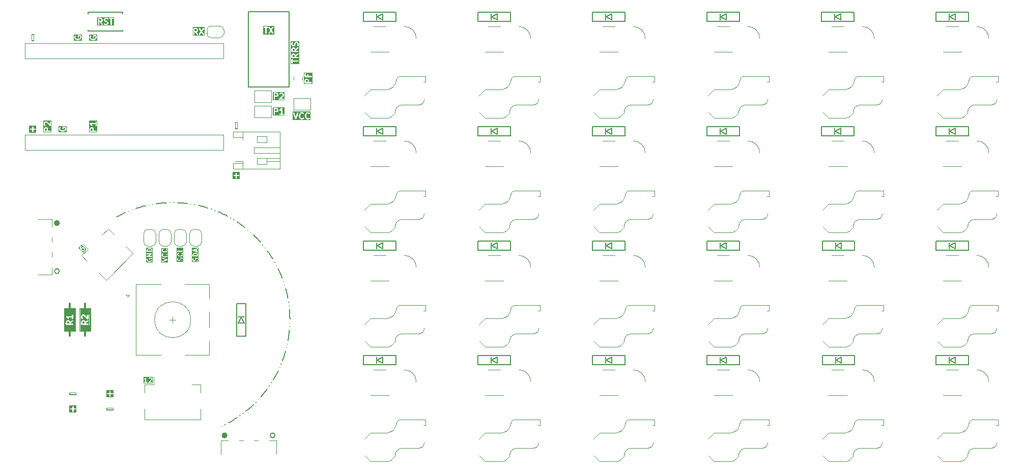
<source format=gbr>
%TF.GenerationSoftware,KiCad,Pcbnew,9.0.5-9.0.5~ubuntu24.04.1*%
%TF.CreationDate,2025-11-20T23:26:15+08:00*%
%TF.ProjectId,TPS,5450532e-6b69-4636-9164-5f7063625858,rev?*%
%TF.SameCoordinates,Original*%
%TF.FileFunction,Legend,Top*%
%TF.FilePolarity,Positive*%
%FSLAX46Y46*%
G04 Gerber Fmt 4.6, Leading zero omitted, Abs format (unit mm)*
G04 Created by KiCad (PCBNEW 9.0.5-9.0.5~ubuntu24.04.1) date 2025-11-20 23:26:15*
%MOMM*%
%LPD*%
G01*
G04 APERTURE LIST*
%ADD10C,0.150000*%
%ADD11C,0.200000*%
%ADD12C,0.160000*%
%ADD13C,0.120000*%
%ADD14C,0.300000*%
%ADD15C,0.100000*%
%ADD16C,0.475000*%
G04 APERTURE END LIST*
D10*
X53884595Y-63321740D02*
X54034360Y-63240944D01*
X54034360Y-63240944D02*
X54184824Y-63161457D01*
X54184824Y-63161457D02*
X54335976Y-63083287D01*
X54335976Y-63083287D02*
X54487804Y-63006439D01*
X54487804Y-63006439D02*
X54640297Y-62930918D01*
X54640297Y-62930918D02*
X54793444Y-62856731D01*
X54793444Y-62856731D02*
X54947232Y-62783884D01*
X54947232Y-62783884D02*
X55101649Y-62712381D01*
X55101649Y-62712381D02*
X55256685Y-62642229D01*
X55256685Y-62642229D02*
X55364981Y-62594188D01*
X55917806Y-62361043D02*
X55945633Y-62349834D01*
X56505700Y-62134668D02*
X56533875Y-62124363D01*
X57100600Y-61927401D02*
X57262410Y-61874722D01*
X57262410Y-61874722D02*
X57424674Y-61823457D01*
X57424674Y-61823457D02*
X57587378Y-61773611D01*
X57587378Y-61773611D02*
X57750512Y-61725186D01*
X57750512Y-61725186D02*
X57914062Y-61678186D01*
X57914062Y-61678186D02*
X58078016Y-61632616D01*
X58078016Y-61632616D02*
X58242361Y-61588478D01*
X58242361Y-61588478D02*
X58407085Y-61545776D01*
X58407085Y-61545776D02*
X58572175Y-61504513D01*
X58572175Y-61504513D02*
X58687322Y-61476636D01*
X59272955Y-61346230D02*
X59302340Y-61340184D01*
X59891879Y-61228763D02*
X59921444Y-61223668D01*
X60514275Y-61131349D02*
X60682901Y-61108490D01*
X60682901Y-61108490D02*
X60851721Y-61087104D01*
X60851721Y-61087104D02*
X61020721Y-61067191D01*
X61020721Y-61067191D02*
X61189889Y-61048755D01*
X61189889Y-61048755D02*
X61359210Y-61031795D01*
X61359210Y-61031795D02*
X61528674Y-61016313D01*
X61528674Y-61016313D02*
X61698266Y-61002311D01*
X61698266Y-61002311D02*
X61867974Y-60989789D01*
X61867974Y-60989789D02*
X62037784Y-60978749D01*
X62037784Y-60978749D02*
X62156062Y-60971937D01*
X62755579Y-60948484D02*
X62785571Y-60947796D01*
X63385534Y-60943720D02*
X63415533Y-60944001D01*
X64015314Y-60959307D02*
X64185308Y-60967007D01*
X64185308Y-60967007D02*
X64355229Y-60976190D01*
X64355229Y-60976190D02*
X64525064Y-60986855D01*
X64525064Y-60986855D02*
X64694799Y-60999002D01*
X64694799Y-60999002D02*
X64864421Y-61012630D01*
X64864421Y-61012630D02*
X65033919Y-61027737D01*
X65033919Y-61027737D02*
X65203277Y-61044323D01*
X65203277Y-61044323D02*
X65372485Y-61062386D01*
X65372485Y-61062386D02*
X65541529Y-61081925D01*
X65541529Y-61081925D02*
X65659115Y-61096399D01*
X66253145Y-61180656D02*
X66282776Y-61185349D01*
X66873775Y-61288750D02*
X66903239Y-61294397D01*
X67490589Y-61416834D02*
X67656459Y-61454844D01*
X67656459Y-61454844D02*
X67821991Y-61494299D01*
X67821991Y-61494299D02*
X67987172Y-61535198D01*
X67987172Y-61535198D02*
X68151990Y-61577536D01*
X68151990Y-61577536D02*
X68316432Y-61621311D01*
X68316432Y-61621311D02*
X68480486Y-61666519D01*
X68480486Y-61666519D02*
X68644140Y-61713157D01*
X68644140Y-61713157D02*
X68807380Y-61761222D01*
X68807380Y-61761222D02*
X68970194Y-61810709D01*
X68970194Y-61810709D02*
X69083289Y-61846001D01*
X69652638Y-62035245D02*
X69680950Y-62045167D01*
X70243888Y-62252704D02*
X70271865Y-62263534D01*
X70827806Y-62489147D02*
X70984191Y-62556238D01*
X70984191Y-62556238D02*
X71139985Y-62624691D01*
X71139985Y-62624691D02*
X71295176Y-62694501D01*
X71295176Y-62694501D02*
X71449751Y-62765662D01*
X71449751Y-62765662D02*
X71603699Y-62838170D01*
X71603699Y-62838170D02*
X71757009Y-62912019D01*
X71757009Y-62912019D02*
X71909669Y-62987202D01*
X71909669Y-62987202D02*
X72061667Y-63063715D01*
X72061667Y-63063715D02*
X72212991Y-63141551D01*
X72212991Y-63141551D02*
X72317940Y-63196520D01*
X72844210Y-63484637D02*
X72870289Y-63499467D01*
X73386977Y-63804433D02*
X73412563Y-63820098D01*
X73919131Y-64141595D02*
X74060978Y-64235600D01*
X74060978Y-64235600D02*
X74201999Y-64330838D01*
X74201999Y-64330838D02*
X74342185Y-64427304D01*
X74342185Y-64427304D02*
X74481523Y-64524990D01*
X74481523Y-64524990D02*
X74620003Y-64623887D01*
X74620003Y-64623887D02*
X74757615Y-64723990D01*
X74757615Y-64723990D02*
X74894348Y-64825289D01*
X74894348Y-64825289D02*
X75030192Y-64927778D01*
X75030192Y-64927778D02*
X75165136Y-65031448D01*
X75165136Y-65031448D02*
X75258549Y-65104318D01*
X75724735Y-65481998D02*
X75747737Y-65501257D01*
X76201479Y-65893799D02*
X76223847Y-65913791D01*
X76664673Y-66320785D02*
X76787399Y-66438665D01*
X76787399Y-66438665D02*
X76909092Y-66557612D01*
X76909092Y-66557612D02*
X77029742Y-66677617D01*
X77029742Y-66677617D02*
X77149340Y-66798670D01*
X77149340Y-66798670D02*
X77267878Y-66920761D01*
X77267878Y-66920761D02*
X77385345Y-67043883D01*
X77385345Y-67043883D02*
X77501733Y-67168025D01*
X77501733Y-67168025D02*
X77617034Y-67293178D01*
X77617034Y-67293178D02*
X77731238Y-67419333D01*
X77731238Y-67419333D02*
X77810096Y-67507749D01*
X78201134Y-67962788D02*
X78220316Y-67985854D01*
X78596452Y-68453287D02*
X78614879Y-68476960D01*
X78975719Y-68956300D02*
X79075358Y-69094247D01*
X79075358Y-69094247D02*
X79173790Y-69233059D01*
X79173790Y-69233059D02*
X79271006Y-69372725D01*
X79271006Y-69372725D02*
X79367000Y-69513234D01*
X79367000Y-69513234D02*
X79461764Y-69654575D01*
X79461764Y-69654575D02*
X79555291Y-69796737D01*
X79555291Y-69796737D02*
X79647574Y-69939710D01*
X79647574Y-69939710D02*
X79738606Y-70083484D01*
X79738606Y-70083484D02*
X79828379Y-70228046D01*
X79828379Y-70228046D02*
X79890134Y-70329151D01*
X80193389Y-70846846D02*
X80208132Y-70872974D01*
X80494506Y-71400194D02*
X80508397Y-71426784D01*
X80777592Y-71962980D02*
X80850924Y-72116537D01*
X80850924Y-72116537D02*
X80922914Y-72270729D01*
X80922914Y-72270729D02*
X80993555Y-72425542D01*
X80993555Y-72425542D02*
X81062843Y-72580967D01*
X81062843Y-72580967D02*
X81130772Y-72736990D01*
X81130772Y-72736990D02*
X81197337Y-72893600D01*
X81197337Y-72893600D02*
X81262532Y-73050784D01*
X81262532Y-73050784D02*
X81326354Y-73208532D01*
X81326354Y-73208532D02*
X81388796Y-73366831D01*
X81388796Y-73366831D02*
X81431452Y-73477359D01*
X81637125Y-74040981D02*
X81646952Y-74069326D01*
X81834311Y-74639298D02*
X81843218Y-74667945D01*
X82012068Y-75243672D02*
X82056724Y-75407877D01*
X82056724Y-75407877D02*
X82099946Y-75572466D01*
X82099946Y-75572466D02*
X82141730Y-75737425D01*
X82141730Y-75737425D02*
X82182073Y-75902743D01*
X82182073Y-75902743D02*
X82220971Y-76068406D01*
X82220971Y-76068406D02*
X82258423Y-76234403D01*
X82258423Y-76234403D02*
X82294424Y-76400720D01*
X82294424Y-76400720D02*
X82328973Y-76567345D01*
X82328973Y-76567345D02*
X82362066Y-76734265D01*
X82362066Y-76734265D02*
X82384246Y-76850644D01*
X82485690Y-77441982D02*
X82490284Y-77471628D01*
X82572574Y-78065935D02*
X82576209Y-78095714D01*
X82639258Y-78692368D02*
X82653796Y-78861915D01*
X82653796Y-78861915D02*
X82666853Y-79031582D01*
X82666853Y-79031582D02*
X82678429Y-79201357D01*
X82678429Y-79201357D02*
X82688524Y-79371227D01*
X82688524Y-79371227D02*
X82697135Y-79541178D01*
X82697135Y-79541178D02*
X82704263Y-79711197D01*
X82704263Y-79711197D02*
X82709907Y-79881273D01*
X82709907Y-79881273D02*
X82714067Y-80051391D01*
X82714067Y-80051391D02*
X82716742Y-80221539D01*
X82716742Y-80221539D02*
X82717728Y-80340008D01*
X82711666Y-80939954D02*
X82710879Y-80969944D01*
X82685441Y-81569381D02*
X82683685Y-81599329D01*
X82638898Y-82197631D02*
X82622846Y-82367042D01*
X82622846Y-82367042D02*
X82605317Y-82536306D01*
X82605317Y-82536306D02*
X82586312Y-82705410D01*
X82586312Y-82705410D02*
X82565831Y-82874342D01*
X82565831Y-82874342D02*
X82543877Y-83043089D01*
X82543877Y-83043089D02*
X82520452Y-83211638D01*
X82520452Y-83211638D02*
X82495556Y-83379976D01*
X82495556Y-83379976D02*
X82469192Y-83548091D01*
X82469192Y-83548091D02*
X82441363Y-83715969D01*
X82441363Y-83715969D02*
X82421123Y-83832700D01*
X82307751Y-84421868D02*
X82301607Y-84451232D01*
X82169264Y-85036430D02*
X82162174Y-85065580D01*
X82010997Y-85646198D02*
X81964875Y-85809998D01*
X81964875Y-85809998D02*
X81917326Y-85973389D01*
X81917326Y-85973389D02*
X81868353Y-86136358D01*
X81868353Y-86136358D02*
X81817959Y-86298895D01*
X81817959Y-86298895D02*
X81766150Y-86460985D01*
X81766150Y-86460985D02*
X81712927Y-86622617D01*
X81712927Y-86622617D02*
X81658296Y-86783778D01*
X81658296Y-86783778D02*
X81602261Y-86944457D01*
X81602261Y-86944457D02*
X81544826Y-87104640D01*
X81544826Y-87104640D02*
X81504015Y-87215862D01*
X81286996Y-87775214D02*
X81275695Y-87803004D01*
X81040721Y-88355054D02*
X81028528Y-88382464D01*
X80775845Y-88926636D02*
X80701144Y-89079532D01*
X80701144Y-89079532D02*
X80625111Y-89231770D01*
X80625111Y-89231770D02*
X80547753Y-89383339D01*
X80547753Y-89383339D02*
X80469074Y-89534228D01*
X80469074Y-89534228D02*
X80389083Y-89684424D01*
X80389083Y-89684424D02*
X80307783Y-89833916D01*
X80307783Y-89833916D02*
X80225182Y-89982693D01*
X80225182Y-89982693D02*
X80141286Y-90130743D01*
X80141286Y-90130743D02*
X80056101Y-90278056D01*
X80056101Y-90278056D02*
X79996038Y-90380175D01*
X79682385Y-90891637D02*
X79666291Y-90916955D01*
X79336280Y-91418019D02*
X79319377Y-91442803D01*
X78973353Y-91932945D02*
X78872486Y-92069997D01*
X78872486Y-92069997D02*
X78770426Y-92206164D01*
X78770426Y-92206164D02*
X78667183Y-92341435D01*
X78667183Y-92341435D02*
X78562762Y-92475800D01*
X78562762Y-92475800D02*
X78457173Y-92609248D01*
X78457173Y-92609248D02*
X78350424Y-92741770D01*
X78350424Y-92741770D02*
X78242522Y-92873355D01*
X78242522Y-92873355D02*
X78133476Y-93003994D01*
X78133476Y-93003994D02*
X78023294Y-93133676D01*
X78023294Y-93133676D02*
X77945918Y-93223392D01*
X77545766Y-93670438D02*
X77525399Y-93692465D01*
X77111016Y-94126352D02*
X77089948Y-94147709D01*
X76661765Y-94567984D02*
X76537991Y-94684764D01*
X76537991Y-94684764D02*
X76413202Y-94800459D01*
X76413202Y-94800459D02*
X76287409Y-94915061D01*
X76287409Y-94915061D02*
X76160620Y-95028560D01*
X76160620Y-95028560D02*
X76032846Y-95140949D01*
X76032846Y-95140949D02*
X75904096Y-95252219D01*
X75904096Y-95252219D02*
X75774380Y-95362360D01*
X75774380Y-95362360D02*
X75643707Y-95471366D01*
X75643707Y-95471366D02*
X75512089Y-95579227D01*
X75512089Y-95579227D02*
X75419901Y-95653641D01*
X74946180Y-96021825D02*
X74922198Y-96039850D01*
X74436831Y-96392540D02*
X74412280Y-96409781D01*
X73915773Y-96746608D02*
X73773092Y-96839342D01*
X73773092Y-96839342D02*
X73629607Y-96930827D01*
X73629607Y-96930827D02*
X73485329Y-97021056D01*
X73485329Y-97021056D02*
X73340269Y-97110023D01*
X73340269Y-97110023D02*
X73194438Y-97197721D01*
X73194438Y-97197721D02*
X73047848Y-97284143D01*
X73047848Y-97284143D02*
X72900508Y-97369282D01*
X72900508Y-97369282D02*
X72752432Y-97453132D01*
X72752432Y-97453132D02*
X72603629Y-97535687D01*
X72603629Y-97535687D02*
X72499609Y-97592394D01*
X71967625Y-97869820D02*
X71940804Y-97883260D01*
X71400137Y-98143357D02*
X71372896Y-98155924D01*
D11*
G36*
X53379143Y-95504377D02*
G01*
X52198858Y-95504377D01*
X52198858Y-95273757D01*
X52309969Y-95273757D01*
X52309969Y-95312775D01*
X52324901Y-95348823D01*
X52352491Y-95376413D01*
X52388539Y-95391345D01*
X52408048Y-95393266D01*
X53169953Y-95393266D01*
X53189462Y-95391345D01*
X53225510Y-95376413D01*
X53253100Y-95348823D01*
X53268032Y-95312775D01*
X53268032Y-95273757D01*
X53253100Y-95237709D01*
X53225510Y-95210119D01*
X53189462Y-95195187D01*
X53169953Y-95193266D01*
X52408048Y-95193266D01*
X52388539Y-95195187D01*
X52352491Y-95210119D01*
X52324901Y-95237709D01*
X52309969Y-95273757D01*
X52198858Y-95273757D01*
X52198858Y-95082155D01*
X53379143Y-95082155D01*
X53379143Y-95504377D01*
G37*
G36*
X53379143Y-93345409D02*
G01*
X52198858Y-93345409D01*
X52198858Y-92735757D01*
X52309969Y-92735757D01*
X52309969Y-92774775D01*
X52324901Y-92810823D01*
X52352491Y-92838413D01*
X52388539Y-92853345D01*
X52408048Y-92855266D01*
X52689000Y-92855266D01*
X52689000Y-93136219D01*
X52690921Y-93155728D01*
X52705853Y-93191776D01*
X52733443Y-93219366D01*
X52769491Y-93234298D01*
X52808509Y-93234298D01*
X52844557Y-93219366D01*
X52872147Y-93191776D01*
X52887079Y-93155728D01*
X52889000Y-93136219D01*
X52889000Y-92855266D01*
X53169953Y-92855266D01*
X53189462Y-92853345D01*
X53225510Y-92838413D01*
X53253100Y-92810823D01*
X53268032Y-92774775D01*
X53268032Y-92735757D01*
X53253100Y-92699709D01*
X53225510Y-92672119D01*
X53189462Y-92657187D01*
X53169953Y-92655266D01*
X52889000Y-92655266D01*
X52889000Y-92374314D01*
X52887079Y-92354805D01*
X52872147Y-92318757D01*
X52844557Y-92291167D01*
X52808509Y-92276235D01*
X52769491Y-92276235D01*
X52733443Y-92291167D01*
X52705853Y-92318757D01*
X52690921Y-92354805D01*
X52689000Y-92374314D01*
X52689000Y-92655266D01*
X52408048Y-92655266D01*
X52388539Y-92657187D01*
X52352491Y-92672119D01*
X52324901Y-92699709D01*
X52309969Y-92735757D01*
X52198858Y-92735757D01*
X52198858Y-92165124D01*
X53379143Y-92165124D01*
X53379143Y-93345409D01*
G37*
G36*
X74052377Y-48690141D02*
G01*
X73630155Y-48690141D01*
X73630155Y-47719047D01*
X73741266Y-47719047D01*
X73741266Y-48480951D01*
X73743187Y-48500460D01*
X73758119Y-48536508D01*
X73785709Y-48564098D01*
X73821757Y-48579030D01*
X73860775Y-48579030D01*
X73896823Y-48564098D01*
X73924413Y-48536508D01*
X73939345Y-48500460D01*
X73941266Y-48480951D01*
X73941266Y-47719047D01*
X73939345Y-47699538D01*
X73924413Y-47663490D01*
X73896823Y-47635900D01*
X73860775Y-47620968D01*
X73821757Y-47620968D01*
X73785709Y-47635900D01*
X73758119Y-47663490D01*
X73743187Y-47699538D01*
X73741266Y-47719047D01*
X73630155Y-47719047D01*
X73630155Y-47509857D01*
X74052377Y-47509857D01*
X74052377Y-48690141D01*
G37*
G36*
X74401409Y-57030141D02*
G01*
X73221124Y-57030141D01*
X73221124Y-56420490D01*
X73332235Y-56420490D01*
X73332235Y-56459508D01*
X73347167Y-56495556D01*
X73374757Y-56523146D01*
X73410805Y-56538078D01*
X73430314Y-56539999D01*
X73711266Y-56539999D01*
X73711266Y-56820951D01*
X73713187Y-56840460D01*
X73728119Y-56876508D01*
X73755709Y-56904098D01*
X73791757Y-56919030D01*
X73830775Y-56919030D01*
X73866823Y-56904098D01*
X73894413Y-56876508D01*
X73909345Y-56840460D01*
X73911266Y-56820951D01*
X73911266Y-56539999D01*
X74192219Y-56539999D01*
X74211728Y-56538078D01*
X74247776Y-56523146D01*
X74275366Y-56495556D01*
X74290298Y-56459508D01*
X74290298Y-56420490D01*
X74275366Y-56384442D01*
X74247776Y-56356852D01*
X74211728Y-56341920D01*
X74192219Y-56339999D01*
X73911266Y-56339999D01*
X73911266Y-56059047D01*
X73909345Y-56039538D01*
X73894413Y-56003490D01*
X73866823Y-55975900D01*
X73830775Y-55960968D01*
X73791757Y-55960968D01*
X73755709Y-55975900D01*
X73728119Y-56003490D01*
X73713187Y-56039538D01*
X73711266Y-56059047D01*
X73711266Y-56339999D01*
X73430314Y-56339999D01*
X73410805Y-56341920D01*
X73374757Y-56356852D01*
X73347167Y-56384442D01*
X73332235Y-56420490D01*
X73221124Y-56420490D01*
X73221124Y-55849857D01*
X74401409Y-55849857D01*
X74401409Y-57030141D01*
G37*
G36*
X47229143Y-92964377D02*
G01*
X46048858Y-92964377D01*
X46048858Y-92733757D01*
X46159969Y-92733757D01*
X46159969Y-92772775D01*
X46174901Y-92808823D01*
X46202491Y-92836413D01*
X46238539Y-92851345D01*
X46258048Y-92853266D01*
X47019953Y-92853266D01*
X47039462Y-92851345D01*
X47075510Y-92836413D01*
X47103100Y-92808823D01*
X47118032Y-92772775D01*
X47118032Y-92733757D01*
X47103100Y-92697709D01*
X47075510Y-92670119D01*
X47039462Y-92655187D01*
X47019953Y-92653266D01*
X46258048Y-92653266D01*
X46238539Y-92655187D01*
X46202491Y-92670119D01*
X46174901Y-92697709D01*
X46159969Y-92733757D01*
X46048858Y-92733757D01*
X46048858Y-92542155D01*
X47229143Y-92542155D01*
X47229143Y-92964377D01*
G37*
G36*
X47229143Y-95883409D02*
G01*
X46048858Y-95883409D01*
X46048858Y-95273757D01*
X46159969Y-95273757D01*
X46159969Y-95312775D01*
X46174901Y-95348823D01*
X46202491Y-95376413D01*
X46238539Y-95391345D01*
X46258048Y-95393266D01*
X46539000Y-95393266D01*
X46539000Y-95674219D01*
X46540921Y-95693728D01*
X46555853Y-95729776D01*
X46583443Y-95757366D01*
X46619491Y-95772298D01*
X46658509Y-95772298D01*
X46694557Y-95757366D01*
X46722147Y-95729776D01*
X46737079Y-95693728D01*
X46739000Y-95674219D01*
X46739000Y-95393266D01*
X47019953Y-95393266D01*
X47039462Y-95391345D01*
X47075510Y-95376413D01*
X47103100Y-95348823D01*
X47118032Y-95312775D01*
X47118032Y-95273757D01*
X47103100Y-95237709D01*
X47075510Y-95210119D01*
X47039462Y-95195187D01*
X47019953Y-95193266D01*
X46739000Y-95193266D01*
X46739000Y-94912314D01*
X46737079Y-94892805D01*
X46722147Y-94856757D01*
X46694557Y-94829167D01*
X46658509Y-94814235D01*
X46619491Y-94814235D01*
X46583443Y-94829167D01*
X46555853Y-94856757D01*
X46540921Y-94892805D01*
X46539000Y-94912314D01*
X46539000Y-95193266D01*
X46258048Y-95193266D01*
X46238539Y-95195187D01*
X46202491Y-95210119D01*
X46174901Y-95237709D01*
X46159969Y-95273757D01*
X46048858Y-95273757D01*
X46048858Y-94703124D01*
X47229143Y-94703124D01*
X47229143Y-95883409D01*
G37*
G36*
X86157285Y-47196330D02*
G01*
X83166341Y-47196330D01*
X83166341Y-45997726D01*
X83277452Y-45997726D01*
X83281799Y-46016842D01*
X83615132Y-47016841D01*
X83623123Y-47034742D01*
X83627806Y-47040141D01*
X83631001Y-47046531D01*
X83640472Y-47054746D01*
X83648688Y-47064218D01*
X83655076Y-47067412D01*
X83660477Y-47072096D01*
X83672378Y-47076063D01*
X83683587Y-47081667D01*
X83690711Y-47082173D01*
X83697493Y-47084434D01*
X83710002Y-47083544D01*
X83722507Y-47084434D01*
X83729285Y-47082174D01*
X83736413Y-47081668D01*
X83747629Y-47076059D01*
X83759523Y-47072095D01*
X83764920Y-47067414D01*
X83771312Y-47064218D01*
X83779530Y-47054742D01*
X83788999Y-47046530D01*
X83792192Y-47040143D01*
X83796877Y-47034742D01*
X83804868Y-47016842D01*
X84005885Y-46413790D01*
X84229048Y-46413790D01*
X84229048Y-46556647D01*
X84229383Y-46560049D01*
X84229166Y-46561508D01*
X84230245Y-46568805D01*
X84230969Y-46576156D01*
X84231533Y-46577519D01*
X84232034Y-46580901D01*
X84279653Y-46771376D01*
X84280166Y-46772813D01*
X84280218Y-46773536D01*
X84283326Y-46781660D01*
X84286248Y-46789837D01*
X84286678Y-46790417D01*
X84287224Y-46791844D01*
X84334843Y-46887082D01*
X84340125Y-46895474D01*
X84341138Y-46897918D01*
X84343394Y-46900667D01*
X84345286Y-46903672D01*
X84347280Y-46905401D01*
X84353575Y-46913071D01*
X84448813Y-47008311D01*
X84463966Y-47020747D01*
X84467285Y-47022122D01*
X84470001Y-47024477D01*
X84487901Y-47032468D01*
X84630758Y-47080087D01*
X84640430Y-47082286D01*
X84642872Y-47083298D01*
X84646409Y-47083646D01*
X84649873Y-47084434D01*
X84652507Y-47084246D01*
X84662381Y-47085219D01*
X84757619Y-47085219D01*
X84767492Y-47084246D01*
X84770126Y-47084434D01*
X84773589Y-47083646D01*
X84777128Y-47083298D01*
X84779570Y-47082286D01*
X84789242Y-47080087D01*
X84932098Y-47032468D01*
X84949999Y-47024477D01*
X84952714Y-47022122D01*
X84956034Y-47020747D01*
X84971187Y-47008310D01*
X85018806Y-46960690D01*
X85031243Y-46945537D01*
X85046174Y-46909488D01*
X85046173Y-46870470D01*
X85031242Y-46834422D01*
X85003651Y-46806832D01*
X84967603Y-46791901D01*
X84928585Y-46791902D01*
X84892537Y-46806833D01*
X84877383Y-46819270D01*
X84846456Y-46850197D01*
X84741392Y-46885219D01*
X84678607Y-46885219D01*
X84573542Y-46850197D01*
X84506472Y-46783127D01*
X84471018Y-46712218D01*
X84429048Y-46544337D01*
X84429048Y-46426100D01*
X84432125Y-46413790D01*
X85229048Y-46413790D01*
X85229048Y-46556647D01*
X85229383Y-46560049D01*
X85229166Y-46561508D01*
X85230245Y-46568805D01*
X85230969Y-46576156D01*
X85231533Y-46577519D01*
X85232034Y-46580901D01*
X85279653Y-46771376D01*
X85280166Y-46772813D01*
X85280218Y-46773536D01*
X85283326Y-46781660D01*
X85286248Y-46789837D01*
X85286678Y-46790417D01*
X85287224Y-46791844D01*
X85334843Y-46887082D01*
X85340125Y-46895474D01*
X85341138Y-46897918D01*
X85343394Y-46900667D01*
X85345286Y-46903672D01*
X85347280Y-46905401D01*
X85353575Y-46913071D01*
X85448813Y-47008311D01*
X85463966Y-47020747D01*
X85467285Y-47022122D01*
X85470001Y-47024477D01*
X85487901Y-47032468D01*
X85630758Y-47080087D01*
X85640430Y-47082286D01*
X85642872Y-47083298D01*
X85646409Y-47083646D01*
X85649873Y-47084434D01*
X85652507Y-47084246D01*
X85662381Y-47085219D01*
X85757619Y-47085219D01*
X85767492Y-47084246D01*
X85770126Y-47084434D01*
X85773589Y-47083646D01*
X85777128Y-47083298D01*
X85779570Y-47082286D01*
X85789242Y-47080087D01*
X85932098Y-47032468D01*
X85949999Y-47024477D01*
X85952714Y-47022122D01*
X85956034Y-47020747D01*
X85971187Y-47008310D01*
X86018806Y-46960690D01*
X86031243Y-46945537D01*
X86046174Y-46909488D01*
X86046173Y-46870470D01*
X86031242Y-46834422D01*
X86003651Y-46806832D01*
X85967603Y-46791901D01*
X85928585Y-46791902D01*
X85892537Y-46806833D01*
X85877383Y-46819270D01*
X85846456Y-46850197D01*
X85741392Y-46885219D01*
X85678607Y-46885219D01*
X85573542Y-46850197D01*
X85506472Y-46783127D01*
X85471018Y-46712218D01*
X85429048Y-46544337D01*
X85429048Y-46426100D01*
X85471018Y-46258218D01*
X85506471Y-46187312D01*
X85573543Y-46120240D01*
X85678607Y-46085219D01*
X85741392Y-46085219D01*
X85846457Y-46120240D01*
X85877384Y-46151167D01*
X85892537Y-46163604D01*
X85928586Y-46178535D01*
X85967604Y-46178535D01*
X86003652Y-46163604D01*
X86031242Y-46136014D01*
X86046173Y-46099966D01*
X86046173Y-46060948D01*
X86031242Y-46024899D01*
X86018805Y-46009746D01*
X85971187Y-45962127D01*
X85956033Y-45949691D01*
X85952714Y-45948316D01*
X85949999Y-45945961D01*
X85932098Y-45937970D01*
X85789242Y-45890351D01*
X85779570Y-45888151D01*
X85777128Y-45887140D01*
X85773589Y-45886791D01*
X85770126Y-45886004D01*
X85767492Y-45886191D01*
X85757619Y-45885219D01*
X85662381Y-45885219D01*
X85652507Y-45886191D01*
X85649873Y-45886004D01*
X85646409Y-45886791D01*
X85642872Y-45887140D01*
X85640430Y-45888151D01*
X85630758Y-45890351D01*
X85487901Y-45937970D01*
X85470001Y-45945961D01*
X85467285Y-45948316D01*
X85463967Y-45949691D01*
X85448813Y-45962127D01*
X85353575Y-46057365D01*
X85347280Y-46065035D01*
X85345286Y-46066765D01*
X85343392Y-46069772D01*
X85341139Y-46072519D01*
X85340128Y-46074958D01*
X85334843Y-46083355D01*
X85287224Y-46178593D01*
X85286678Y-46180019D01*
X85286248Y-46180600D01*
X85283326Y-46188776D01*
X85280218Y-46196901D01*
X85280166Y-46197623D01*
X85279653Y-46199061D01*
X85232034Y-46389536D01*
X85231533Y-46392917D01*
X85230969Y-46394281D01*
X85230245Y-46401631D01*
X85229166Y-46408929D01*
X85229383Y-46410387D01*
X85229048Y-46413790D01*
X84432125Y-46413790D01*
X84471018Y-46258218D01*
X84506471Y-46187312D01*
X84573543Y-46120240D01*
X84678607Y-46085219D01*
X84741392Y-46085219D01*
X84846457Y-46120240D01*
X84877384Y-46151167D01*
X84892537Y-46163604D01*
X84928586Y-46178535D01*
X84967604Y-46178535D01*
X85003652Y-46163604D01*
X85031242Y-46136014D01*
X85046173Y-46099966D01*
X85046173Y-46060948D01*
X85031242Y-46024899D01*
X85018805Y-46009746D01*
X84971187Y-45962127D01*
X84956033Y-45949691D01*
X84952714Y-45948316D01*
X84949999Y-45945961D01*
X84932098Y-45937970D01*
X84789242Y-45890351D01*
X84779570Y-45888151D01*
X84777128Y-45887140D01*
X84773589Y-45886791D01*
X84770126Y-45886004D01*
X84767492Y-45886191D01*
X84757619Y-45885219D01*
X84662381Y-45885219D01*
X84652507Y-45886191D01*
X84649873Y-45886004D01*
X84646409Y-45886791D01*
X84642872Y-45887140D01*
X84640430Y-45888151D01*
X84630758Y-45890351D01*
X84487901Y-45937970D01*
X84470001Y-45945961D01*
X84467285Y-45948316D01*
X84463967Y-45949691D01*
X84448813Y-45962127D01*
X84353575Y-46057365D01*
X84347280Y-46065035D01*
X84345286Y-46066765D01*
X84343392Y-46069772D01*
X84341139Y-46072519D01*
X84340128Y-46074958D01*
X84334843Y-46083355D01*
X84287224Y-46178593D01*
X84286678Y-46180019D01*
X84286248Y-46180600D01*
X84283326Y-46188776D01*
X84280218Y-46196901D01*
X84280166Y-46197623D01*
X84279653Y-46199061D01*
X84232034Y-46389536D01*
X84231533Y-46392917D01*
X84230969Y-46394281D01*
X84230245Y-46401631D01*
X84229166Y-46408929D01*
X84229383Y-46410387D01*
X84229048Y-46413790D01*
X84005885Y-46413790D01*
X84138201Y-46016842D01*
X84142548Y-45997727D01*
X84139782Y-45958807D01*
X84122332Y-45923908D01*
X84092856Y-45898343D01*
X84055840Y-45886004D01*
X84016920Y-45888771D01*
X83982021Y-45906220D01*
X83956456Y-45935696D01*
X83948465Y-45953597D01*
X83710000Y-46668991D01*
X83471535Y-45953596D01*
X83463544Y-45935696D01*
X83437979Y-45906220D01*
X83403080Y-45888770D01*
X83364160Y-45886004D01*
X83327144Y-45898342D01*
X83297668Y-45923907D01*
X83280218Y-45958806D01*
X83277452Y-45997726D01*
X83166341Y-45997726D01*
X83166341Y-45774108D01*
X86157285Y-45774108D01*
X86157285Y-47196330D01*
G37*
G36*
X80128117Y-32965330D02*
G01*
X78231626Y-32965330D01*
X78231626Y-31734710D01*
X78342737Y-31734710D01*
X78342737Y-31773728D01*
X78357669Y-31809776D01*
X78385259Y-31837366D01*
X78421307Y-31852298D01*
X78440816Y-31854219D01*
X78626530Y-31854219D01*
X78626530Y-32754219D01*
X78628451Y-32773728D01*
X78643383Y-32809776D01*
X78670973Y-32837366D01*
X78707021Y-32852298D01*
X78746039Y-32852298D01*
X78782087Y-32837366D01*
X78809677Y-32809776D01*
X78824609Y-32773728D01*
X78826530Y-32754219D01*
X78826530Y-31854219D01*
X79012244Y-31854219D01*
X79031753Y-31852298D01*
X79067801Y-31837366D01*
X79095391Y-31809776D01*
X79110323Y-31773728D01*
X79110323Y-31754114D01*
X79150340Y-31754114D01*
X79157912Y-31792391D01*
X79167135Y-31809689D01*
X79463488Y-32254219D01*
X79167135Y-32698749D01*
X79157912Y-32716047D01*
X79150340Y-32754324D01*
X79157992Y-32792584D01*
X79179703Y-32825004D01*
X79212168Y-32846647D01*
X79250445Y-32854219D01*
X79288705Y-32846567D01*
X79321125Y-32824856D01*
X79333545Y-32809689D01*
X79583673Y-32434496D01*
X79833801Y-32809689D01*
X79846221Y-32824856D01*
X79878641Y-32846567D01*
X79916901Y-32854219D01*
X79955178Y-32846647D01*
X79987643Y-32825004D01*
X80009354Y-32792584D01*
X80017006Y-32754324D01*
X80009434Y-32716047D01*
X80000211Y-32698749D01*
X79703857Y-32254219D01*
X80000211Y-31809689D01*
X80009434Y-31792391D01*
X80017006Y-31754114D01*
X80009354Y-31715854D01*
X79987643Y-31683434D01*
X79955178Y-31661791D01*
X79916901Y-31654219D01*
X79878641Y-31661871D01*
X79846221Y-31683582D01*
X79833801Y-31698749D01*
X79583673Y-32073941D01*
X79333545Y-31698749D01*
X79321125Y-31683582D01*
X79288705Y-31661871D01*
X79250445Y-31654219D01*
X79212168Y-31661791D01*
X79179703Y-31683434D01*
X79157992Y-31715854D01*
X79150340Y-31754114D01*
X79110323Y-31754114D01*
X79110323Y-31734710D01*
X79095391Y-31698662D01*
X79067801Y-31671072D01*
X79031753Y-31656140D01*
X79012244Y-31654219D01*
X78440816Y-31654219D01*
X78421307Y-31656140D01*
X78385259Y-31671072D01*
X78357669Y-31698662D01*
X78342737Y-31734710D01*
X78231626Y-31734710D01*
X78231626Y-31543108D01*
X80128117Y-31543108D01*
X80128117Y-32965330D01*
G37*
G36*
X83435554Y-36338519D02*
G01*
X83460223Y-36363187D01*
X83490028Y-36422797D01*
X83490028Y-36680142D01*
X83166219Y-36680142D01*
X83166219Y-36422797D01*
X83196024Y-36363187D01*
X83220692Y-36338518D01*
X83280302Y-36308714D01*
X83375945Y-36308714D01*
X83435554Y-36338519D01*
G37*
G36*
X83435554Y-35338519D02*
G01*
X83460223Y-35363187D01*
X83490028Y-35422797D01*
X83490028Y-35680142D01*
X83166219Y-35680142D01*
X83166219Y-35422797D01*
X83196024Y-35363187D01*
X83220692Y-35338518D01*
X83280302Y-35308714D01*
X83375945Y-35308714D01*
X83435554Y-35338519D01*
G37*
G36*
X84277330Y-37894094D02*
G01*
X82855108Y-37894094D01*
X82855108Y-37113476D01*
X82966219Y-37113476D01*
X82966219Y-37684904D01*
X82968140Y-37704413D01*
X82983072Y-37740461D01*
X83010662Y-37768051D01*
X83046710Y-37782983D01*
X83085728Y-37782983D01*
X83121776Y-37768051D01*
X83149366Y-37740461D01*
X83164298Y-37704413D01*
X83166219Y-37684904D01*
X83166219Y-37499190D01*
X84066219Y-37499190D01*
X84085728Y-37497269D01*
X84121776Y-37482337D01*
X84149366Y-37454747D01*
X84164298Y-37418699D01*
X84164298Y-37379681D01*
X84149366Y-37343633D01*
X84121776Y-37316043D01*
X84085728Y-37301111D01*
X84066219Y-37299190D01*
X83166219Y-37299190D01*
X83166219Y-37113476D01*
X83164298Y-37093967D01*
X83149366Y-37057919D01*
X83121776Y-37030329D01*
X83085728Y-37015397D01*
X83046710Y-37015397D01*
X83010662Y-37030329D01*
X82983072Y-37057919D01*
X82968140Y-37093967D01*
X82966219Y-37113476D01*
X82855108Y-37113476D01*
X82855108Y-36399190D01*
X82966219Y-36399190D01*
X82966219Y-36780142D01*
X82968140Y-36799651D01*
X82983072Y-36835699D01*
X83010662Y-36863289D01*
X83046710Y-36878221D01*
X83066219Y-36880142D01*
X84066219Y-36880142D01*
X84085728Y-36878221D01*
X84121776Y-36863289D01*
X84149366Y-36835699D01*
X84164298Y-36799651D01*
X84164298Y-36760633D01*
X84149366Y-36724585D01*
X84121776Y-36696995D01*
X84085728Y-36682063D01*
X84066219Y-36680142D01*
X83690028Y-36680142D01*
X83690028Y-36594112D01*
X84123565Y-36290637D01*
X84138446Y-36277876D01*
X84159415Y-36244971D01*
X84166196Y-36206546D01*
X84157756Y-36168452D01*
X84135381Y-36136487D01*
X84102476Y-36115518D01*
X84064052Y-36108737D01*
X84025957Y-36117177D01*
X84008873Y-36126791D01*
X83680347Y-36356758D01*
X83679471Y-36354468D01*
X83631852Y-36259231D01*
X83626566Y-36250834D01*
X83625556Y-36248394D01*
X83623302Y-36245648D01*
X83621409Y-36242640D01*
X83619411Y-36240907D01*
X83613119Y-36233241D01*
X83565501Y-36185622D01*
X83557830Y-36179327D01*
X83556101Y-36177333D01*
X83553093Y-36175439D01*
X83550347Y-36173186D01*
X83547907Y-36172175D01*
X83539511Y-36166890D01*
X83444273Y-36119271D01*
X83425965Y-36112265D01*
X83422381Y-36112010D01*
X83419061Y-36110635D01*
X83399552Y-36108714D01*
X83256695Y-36108714D01*
X83237186Y-36110635D01*
X83233865Y-36112010D01*
X83230282Y-36112265D01*
X83211973Y-36119271D01*
X83116736Y-36166890D01*
X83108339Y-36172175D01*
X83105899Y-36173186D01*
X83103153Y-36175439D01*
X83100145Y-36177333D01*
X83098412Y-36179330D01*
X83090746Y-36185623D01*
X83043127Y-36233241D01*
X83036832Y-36240911D01*
X83034838Y-36242641D01*
X83032944Y-36245648D01*
X83030691Y-36248395D01*
X83029680Y-36250834D01*
X83024395Y-36259231D01*
X82976776Y-36354469D01*
X82969770Y-36372777D01*
X82969515Y-36376360D01*
X82968140Y-36379681D01*
X82966219Y-36399190D01*
X82855108Y-36399190D01*
X82855108Y-35399190D01*
X82966219Y-35399190D01*
X82966219Y-35780142D01*
X82968140Y-35799651D01*
X82983072Y-35835699D01*
X83010662Y-35863289D01*
X83046710Y-35878221D01*
X83066219Y-35880142D01*
X84066219Y-35880142D01*
X84085728Y-35878221D01*
X84121776Y-35863289D01*
X84149366Y-35835699D01*
X84164298Y-35799651D01*
X84164298Y-35760633D01*
X84149366Y-35724585D01*
X84121776Y-35696995D01*
X84085728Y-35682063D01*
X84066219Y-35680142D01*
X83690028Y-35680142D01*
X83690028Y-35594112D01*
X84123565Y-35290637D01*
X84138446Y-35277876D01*
X84159415Y-35244971D01*
X84166196Y-35206546D01*
X84157756Y-35168452D01*
X84135381Y-35136487D01*
X84102476Y-35115518D01*
X84064052Y-35108737D01*
X84025957Y-35117177D01*
X84008873Y-35126791D01*
X83680347Y-35356758D01*
X83679471Y-35354468D01*
X83631852Y-35259231D01*
X83626566Y-35250834D01*
X83625556Y-35248394D01*
X83623302Y-35245648D01*
X83621409Y-35242640D01*
X83619411Y-35240907D01*
X83613119Y-35233241D01*
X83565501Y-35185622D01*
X83557830Y-35179327D01*
X83556101Y-35177333D01*
X83553093Y-35175439D01*
X83550347Y-35173186D01*
X83547907Y-35172175D01*
X83539511Y-35166890D01*
X83444273Y-35119271D01*
X83425965Y-35112265D01*
X83422381Y-35112010D01*
X83419061Y-35110635D01*
X83399552Y-35108714D01*
X83256695Y-35108714D01*
X83237186Y-35110635D01*
X83233865Y-35112010D01*
X83230282Y-35112265D01*
X83211973Y-35119271D01*
X83116736Y-35166890D01*
X83108339Y-35172175D01*
X83105899Y-35173186D01*
X83103153Y-35175439D01*
X83100145Y-35177333D01*
X83098412Y-35179330D01*
X83090746Y-35185623D01*
X83043127Y-35233241D01*
X83036832Y-35240911D01*
X83034838Y-35242641D01*
X83032944Y-35245648D01*
X83030691Y-35248395D01*
X83029680Y-35250834D01*
X83024395Y-35259231D01*
X82976776Y-35354469D01*
X82969770Y-35372777D01*
X82969515Y-35376360D01*
X82968140Y-35379681D01*
X82966219Y-35399190D01*
X82855108Y-35399190D01*
X82855108Y-34399190D01*
X82966219Y-34399190D01*
X82966219Y-34637285D01*
X82968140Y-34656794D01*
X82969515Y-34660114D01*
X82969770Y-34663698D01*
X82976776Y-34682006D01*
X83024395Y-34777244D01*
X83029680Y-34785640D01*
X83030691Y-34788080D01*
X83032944Y-34790826D01*
X83034838Y-34793834D01*
X83036832Y-34795563D01*
X83043127Y-34803234D01*
X83090746Y-34850852D01*
X83098412Y-34857144D01*
X83100145Y-34859142D01*
X83103153Y-34861035D01*
X83105899Y-34863289D01*
X83108339Y-34864299D01*
X83116736Y-34869585D01*
X83211973Y-34917204D01*
X83230282Y-34924210D01*
X83233865Y-34924464D01*
X83237186Y-34925840D01*
X83256695Y-34927761D01*
X83351933Y-34927761D01*
X83371442Y-34925840D01*
X83374762Y-34924464D01*
X83378346Y-34924210D01*
X83396654Y-34917204D01*
X83491892Y-34869585D01*
X83500288Y-34864299D01*
X83502728Y-34863289D01*
X83505474Y-34861035D01*
X83508482Y-34859142D01*
X83510211Y-34857147D01*
X83517882Y-34850853D01*
X83565500Y-34803234D01*
X83571792Y-34795567D01*
X83573790Y-34793835D01*
X83575683Y-34790826D01*
X83577937Y-34788081D01*
X83578947Y-34785640D01*
X83584233Y-34777244D01*
X83631852Y-34682007D01*
X83632398Y-34680578D01*
X83632828Y-34679999D01*
X83635749Y-34671822D01*
X83638858Y-34663698D01*
X83638909Y-34662977D01*
X83639423Y-34661539D01*
X83684379Y-34481713D01*
X83719833Y-34410806D01*
X83744501Y-34386137D01*
X83804111Y-34356333D01*
X83852135Y-34356333D01*
X83911746Y-34386139D01*
X83936414Y-34410806D01*
X83966219Y-34470416D01*
X83966219Y-34668677D01*
X83923732Y-34796138D01*
X83919385Y-34815254D01*
X83922151Y-34854174D01*
X83939601Y-34889073D01*
X83969077Y-34914638D01*
X84006093Y-34926976D01*
X84045013Y-34924210D01*
X84079912Y-34906760D01*
X84105477Y-34877284D01*
X84113468Y-34859384D01*
X84161087Y-34716527D01*
X84163286Y-34706854D01*
X84164298Y-34704413D01*
X84164646Y-34700875D01*
X84165434Y-34697412D01*
X84165246Y-34694777D01*
X84166219Y-34684904D01*
X84166219Y-34446809D01*
X84164298Y-34427300D01*
X84162922Y-34423979D01*
X84162668Y-34420396D01*
X84155662Y-34402087D01*
X84108043Y-34306850D01*
X84102757Y-34298453D01*
X84101747Y-34296013D01*
X84099493Y-34293267D01*
X84097600Y-34290259D01*
X84095603Y-34288527D01*
X84089310Y-34280859D01*
X84041690Y-34233241D01*
X84034020Y-34226946D01*
X84032291Y-34224952D01*
X84029286Y-34223060D01*
X84026537Y-34220804D01*
X84024093Y-34219792D01*
X84015701Y-34214509D01*
X83920463Y-34166890D01*
X83902155Y-34159884D01*
X83898571Y-34159629D01*
X83895251Y-34158254D01*
X83875742Y-34156333D01*
X83780504Y-34156333D01*
X83760995Y-34158254D01*
X83757674Y-34159629D01*
X83754091Y-34159884D01*
X83735782Y-34166890D01*
X83640545Y-34214509D01*
X83632148Y-34219794D01*
X83629708Y-34220805D01*
X83626962Y-34223058D01*
X83623954Y-34224952D01*
X83622221Y-34226949D01*
X83614555Y-34233242D01*
X83566936Y-34280860D01*
X83560641Y-34288530D01*
X83558647Y-34290260D01*
X83556753Y-34293267D01*
X83554500Y-34296014D01*
X83553489Y-34298453D01*
X83548204Y-34306850D01*
X83500585Y-34402088D01*
X83500039Y-34403514D01*
X83499609Y-34404095D01*
X83496687Y-34412271D01*
X83493579Y-34420396D01*
X83493527Y-34421118D01*
X83493014Y-34422556D01*
X83448057Y-34602380D01*
X83412604Y-34673287D01*
X83387935Y-34697955D01*
X83328326Y-34727761D01*
X83280302Y-34727761D01*
X83220692Y-34697956D01*
X83196024Y-34673287D01*
X83166219Y-34613677D01*
X83166219Y-34415417D01*
X83208706Y-34287956D01*
X83213053Y-34268841D01*
X83210287Y-34229921D01*
X83192837Y-34195022D01*
X83163361Y-34169457D01*
X83126345Y-34157118D01*
X83087425Y-34159885D01*
X83052526Y-34177334D01*
X83026961Y-34206810D01*
X83018970Y-34224711D01*
X82971351Y-34367567D01*
X82969151Y-34377238D01*
X82968140Y-34379681D01*
X82967791Y-34383219D01*
X82967004Y-34386683D01*
X82967191Y-34389316D01*
X82966219Y-34399190D01*
X82855108Y-34399190D01*
X82855108Y-34045222D01*
X84277330Y-34045222D01*
X84277330Y-37894094D01*
G37*
G36*
X45931554Y-80739471D02*
G01*
X45956223Y-80764139D01*
X45986028Y-80823749D01*
X45986028Y-81081094D01*
X45662219Y-81081094D01*
X45662219Y-80823749D01*
X45692024Y-80764139D01*
X45716692Y-80739470D01*
X45776302Y-80709666D01*
X45871945Y-80709666D01*
X45931554Y-80739471D01*
G37*
G36*
X46773330Y-81392205D02*
G01*
X45351108Y-81392205D01*
X45351108Y-80800142D01*
X45462219Y-80800142D01*
X45462219Y-81181094D01*
X45464140Y-81200603D01*
X45479072Y-81236651D01*
X45506662Y-81264241D01*
X45542710Y-81279173D01*
X45562219Y-81281094D01*
X46562219Y-81281094D01*
X46581728Y-81279173D01*
X46617776Y-81264241D01*
X46645366Y-81236651D01*
X46660298Y-81200603D01*
X46660298Y-81161585D01*
X46645366Y-81125537D01*
X46617776Y-81097947D01*
X46581728Y-81083015D01*
X46562219Y-81081094D01*
X46186028Y-81081094D01*
X46186028Y-80995064D01*
X46619565Y-80691589D01*
X46634446Y-80678828D01*
X46655415Y-80645923D01*
X46662196Y-80607498D01*
X46653756Y-80569404D01*
X46631381Y-80537439D01*
X46598476Y-80516470D01*
X46560052Y-80509689D01*
X46521957Y-80518129D01*
X46504873Y-80527743D01*
X46176347Y-80757710D01*
X46175471Y-80755420D01*
X46127852Y-80660183D01*
X46122566Y-80651786D01*
X46121556Y-80649346D01*
X46119302Y-80646600D01*
X46117409Y-80643592D01*
X46115411Y-80641859D01*
X46109119Y-80634193D01*
X46061501Y-80586574D01*
X46053830Y-80580279D01*
X46052101Y-80578285D01*
X46049093Y-80576391D01*
X46046347Y-80574138D01*
X46043907Y-80573127D01*
X46035511Y-80567842D01*
X45940273Y-80520223D01*
X45921965Y-80513217D01*
X45918381Y-80512962D01*
X45915061Y-80511587D01*
X45895552Y-80509666D01*
X45752695Y-80509666D01*
X45733186Y-80511587D01*
X45729865Y-80512962D01*
X45726282Y-80513217D01*
X45707973Y-80520223D01*
X45612736Y-80567842D01*
X45604339Y-80573127D01*
X45601899Y-80574138D01*
X45599153Y-80576391D01*
X45596145Y-80578285D01*
X45594412Y-80580282D01*
X45586746Y-80586575D01*
X45539127Y-80634193D01*
X45532832Y-80641863D01*
X45530838Y-80643593D01*
X45528944Y-80646600D01*
X45526691Y-80649347D01*
X45525680Y-80651786D01*
X45520395Y-80660183D01*
X45472776Y-80755421D01*
X45465770Y-80773729D01*
X45465515Y-80777312D01*
X45464140Y-80780633D01*
X45462219Y-80800142D01*
X45351108Y-80800142D01*
X45351108Y-79943104D01*
X45462219Y-79943104D01*
X45464140Y-79952709D01*
X45464140Y-79962508D01*
X45467929Y-79971656D01*
X45469871Y-79981364D01*
X45475322Y-79989504D01*
X45479072Y-79998556D01*
X45486071Y-80005555D01*
X45491582Y-80013784D01*
X45506588Y-80026072D01*
X45506662Y-80026146D01*
X45506694Y-80026159D01*
X45506749Y-80026204D01*
X45641365Y-80115948D01*
X45718129Y-80192712D01*
X45758490Y-80273434D01*
X45768933Y-80290024D01*
X45798410Y-80315589D01*
X45835426Y-80327927D01*
X45874346Y-80325162D01*
X45909244Y-80307713D01*
X45934809Y-80278236D01*
X45947148Y-80241220D01*
X45944382Y-80202300D01*
X45937376Y-80183991D01*
X45889757Y-80088754D01*
X45884470Y-80080355D01*
X45883461Y-80077918D01*
X45881209Y-80075174D01*
X45879314Y-80072163D01*
X45877316Y-80070430D01*
X45871025Y-80062764D01*
X45851260Y-80042999D01*
X46462219Y-80042999D01*
X46462219Y-80228713D01*
X46464140Y-80248222D01*
X46479072Y-80284270D01*
X46506662Y-80311860D01*
X46542710Y-80326792D01*
X46581728Y-80326792D01*
X46617776Y-80311860D01*
X46645366Y-80284270D01*
X46660298Y-80248222D01*
X46662219Y-80228713D01*
X46662219Y-79657285D01*
X46660298Y-79637776D01*
X46645366Y-79601728D01*
X46617776Y-79574138D01*
X46581728Y-79559206D01*
X46542710Y-79559206D01*
X46506662Y-79574138D01*
X46479072Y-79601728D01*
X46464140Y-79637776D01*
X46462219Y-79657285D01*
X46462219Y-79842999D01*
X45562219Y-79842999D01*
X45562148Y-79843005D01*
X45562114Y-79842999D01*
X45562012Y-79843019D01*
X45542710Y-79844920D01*
X45533561Y-79848709D01*
X45523854Y-79850651D01*
X45515713Y-79856102D01*
X45506662Y-79859852D01*
X45499662Y-79866851D01*
X45491434Y-79872362D01*
X45485998Y-79880515D01*
X45479072Y-79887442D01*
X45475283Y-79896588D01*
X45469791Y-79904827D01*
X45467889Y-79914437D01*
X45464140Y-79923490D01*
X45464140Y-79933393D01*
X45462219Y-79943104D01*
X45351108Y-79943104D01*
X45351108Y-79448095D01*
X46773330Y-79448095D01*
X46773330Y-81392205D01*
G37*
D12*
G36*
X48344581Y-68541451D02*
G01*
X48452562Y-68649431D01*
X48469422Y-68700009D01*
X48469422Y-68727921D01*
X48452562Y-68778499D01*
X48371521Y-68859541D01*
X48320939Y-68876402D01*
X48293030Y-68876402D01*
X48242448Y-68859541D01*
X48134470Y-68751563D01*
X48117611Y-68700983D01*
X48117611Y-68673073D01*
X48134470Y-68622494D01*
X48215512Y-68541452D01*
X48266093Y-68524592D01*
X48294002Y-68524592D01*
X48344581Y-68541451D01*
G37*
G36*
X48869079Y-68713966D02*
G01*
X48306985Y-69276060D01*
X47502453Y-68471529D01*
X47583265Y-68390717D01*
X47795987Y-68390717D01*
X47795987Y-68444592D01*
X47795992Y-68444648D01*
X47795987Y-68444676D01*
X47796734Y-68452182D01*
X47797524Y-68460199D01*
X47797535Y-68460227D01*
X47797541Y-68460281D01*
X47824477Y-68594968D01*
X47827322Y-68604313D01*
X47827613Y-68606265D01*
X47828464Y-68608062D01*
X47829045Y-68609970D01*
X47830146Y-68611614D01*
X47834325Y-68620439D01*
X47915137Y-68755126D01*
X47916765Y-68757320D01*
X47917218Y-68758412D01*
X47920968Y-68762982D01*
X47924484Y-68767718D01*
X47925431Y-68768419D01*
X47927167Y-68770535D01*
X48142667Y-68986034D01*
X48154789Y-68995983D01*
X48157446Y-68997083D01*
X48159617Y-68998966D01*
X48173937Y-69005360D01*
X48254750Y-69032297D01*
X48262489Y-69034056D01*
X48264441Y-69034865D01*
X48267269Y-69035143D01*
X48270042Y-69035774D01*
X48272149Y-69035624D01*
X48280048Y-69036402D01*
X48333922Y-69036402D01*
X48341819Y-69035624D01*
X48343927Y-69035774D01*
X48346699Y-69035143D01*
X48349529Y-69034865D01*
X48351480Y-69034056D01*
X48359220Y-69032297D01*
X48440032Y-69005360D01*
X48454353Y-68998967D01*
X48456527Y-68997081D01*
X48459181Y-68995982D01*
X48471304Y-68986033D01*
X48579053Y-68878283D01*
X48589002Y-68866160D01*
X48590101Y-68863505D01*
X48591985Y-68861334D01*
X48598378Y-68847014D01*
X48625317Y-68766201D01*
X48627076Y-68758461D01*
X48627885Y-68756510D01*
X48628163Y-68753681D01*
X48628794Y-68750909D01*
X48628644Y-68748800D01*
X48629422Y-68740903D01*
X48629422Y-68687028D01*
X48628644Y-68679130D01*
X48628794Y-68677022D01*
X48628163Y-68674249D01*
X48627885Y-68671421D01*
X48627076Y-68669469D01*
X48625317Y-68661730D01*
X48598378Y-68580917D01*
X48591985Y-68566597D01*
X48590100Y-68564424D01*
X48589001Y-68561770D01*
X48579052Y-68549647D01*
X48444366Y-68414960D01*
X48432243Y-68405011D01*
X48429585Y-68403910D01*
X48427415Y-68402028D01*
X48413095Y-68395634D01*
X48332283Y-68368697D01*
X48324543Y-68366937D01*
X48322592Y-68366129D01*
X48319763Y-68365850D01*
X48316991Y-68365220D01*
X48314883Y-68365369D01*
X48306985Y-68364592D01*
X48253110Y-68364592D01*
X48245211Y-68365369D01*
X48243104Y-68365220D01*
X48240331Y-68365850D01*
X48237503Y-68366129D01*
X48235551Y-68366937D01*
X48227812Y-68368697D01*
X48147000Y-68395634D01*
X48132680Y-68402028D01*
X48130509Y-68403910D01*
X48127852Y-68405011D01*
X48115730Y-68414960D01*
X48007979Y-68522710D01*
X47998030Y-68534833D01*
X47996929Y-68537490D01*
X47995047Y-68539661D01*
X47988653Y-68553981D01*
X47985934Y-68562137D01*
X47978652Y-68550001D01*
X47955987Y-68436673D01*
X47955987Y-68403699D01*
X47972846Y-68353120D01*
X48067243Y-68258723D01*
X48077192Y-68246601D01*
X48089138Y-68217762D01*
X48089138Y-68186547D01*
X48077192Y-68157709D01*
X48055120Y-68135637D01*
X48026282Y-68123691D01*
X47995067Y-68123691D01*
X47966228Y-68135637D01*
X47954106Y-68145586D01*
X47846355Y-68253336D01*
X47836406Y-68265459D01*
X47835305Y-68268116D01*
X47833423Y-68270287D01*
X47827029Y-68284607D01*
X47800092Y-68365419D01*
X47798332Y-68373158D01*
X47797524Y-68375110D01*
X47797245Y-68377938D01*
X47796615Y-68380711D01*
X47796764Y-68382818D01*
X47795987Y-68390717D01*
X47583265Y-68390717D01*
X48064548Y-67909434D01*
X48869079Y-68713966D01*
G37*
D11*
G36*
X67194859Y-32083024D02*
G01*
X67219528Y-32107692D01*
X67249333Y-32167302D01*
X67249333Y-32262945D01*
X67219528Y-32322554D01*
X67194859Y-32347222D01*
X67135250Y-32377028D01*
X66877905Y-32377028D01*
X66877905Y-32053219D01*
X67135250Y-32053219D01*
X67194859Y-32083024D01*
G37*
G36*
X68560444Y-33164330D02*
G01*
X66566794Y-33164330D01*
X66566794Y-31953219D01*
X66677905Y-31953219D01*
X66677905Y-32953219D01*
X66679826Y-32972728D01*
X66694758Y-33008776D01*
X66722348Y-33036366D01*
X66758396Y-33051298D01*
X66797414Y-33051298D01*
X66833462Y-33036366D01*
X66861052Y-33008776D01*
X66875984Y-32972728D01*
X66877905Y-32953219D01*
X66877905Y-32577028D01*
X66963935Y-32577028D01*
X67267410Y-33010565D01*
X67280171Y-33025446D01*
X67313076Y-33046415D01*
X67351501Y-33053196D01*
X67389595Y-33044756D01*
X67421560Y-33022381D01*
X67442529Y-32989476D01*
X67449310Y-32951052D01*
X67440870Y-32912957D01*
X67431256Y-32895873D01*
X67201288Y-32567347D01*
X67203578Y-32566471D01*
X67298816Y-32518852D01*
X67307212Y-32513566D01*
X67309652Y-32512556D01*
X67312398Y-32510302D01*
X67315406Y-32508409D01*
X67317135Y-32506414D01*
X67324806Y-32500120D01*
X67372424Y-32452501D01*
X67378716Y-32444834D01*
X67380714Y-32443102D01*
X67382607Y-32440093D01*
X67384861Y-32437348D01*
X67385871Y-32434907D01*
X67391157Y-32426511D01*
X67438776Y-32331274D01*
X67445782Y-32312965D01*
X67446036Y-32309381D01*
X67447412Y-32306061D01*
X67449333Y-32286552D01*
X67449333Y-32143695D01*
X67447412Y-32124186D01*
X67446036Y-32120865D01*
X67445782Y-32117282D01*
X67438776Y-32098973D01*
X67391157Y-32003736D01*
X67385871Y-31995339D01*
X67384861Y-31992899D01*
X67382607Y-31990153D01*
X67380714Y-31987145D01*
X67378716Y-31985412D01*
X67372424Y-31977746D01*
X67347793Y-31953114D01*
X67582667Y-31953114D01*
X67590239Y-31991391D01*
X67599462Y-32008689D01*
X67895815Y-32453219D01*
X67599462Y-32897749D01*
X67590239Y-32915047D01*
X67582667Y-32953324D01*
X67590319Y-32991584D01*
X67612030Y-33024004D01*
X67644495Y-33045647D01*
X67682772Y-33053219D01*
X67721032Y-33045567D01*
X67753452Y-33023856D01*
X67765872Y-33008689D01*
X68016000Y-32633496D01*
X68266128Y-33008689D01*
X68278548Y-33023856D01*
X68310968Y-33045567D01*
X68349228Y-33053219D01*
X68387505Y-33045647D01*
X68419970Y-33024004D01*
X68441681Y-32991584D01*
X68449333Y-32953324D01*
X68441761Y-32915047D01*
X68432538Y-32897749D01*
X68136184Y-32453219D01*
X68432538Y-32008689D01*
X68441761Y-31991391D01*
X68449333Y-31953114D01*
X68441681Y-31914854D01*
X68419970Y-31882434D01*
X68387505Y-31860791D01*
X68349228Y-31853219D01*
X68310968Y-31860871D01*
X68278548Y-31882582D01*
X68266128Y-31897749D01*
X68016000Y-32272941D01*
X67765872Y-31897749D01*
X67753452Y-31882582D01*
X67721032Y-31860871D01*
X67682772Y-31853219D01*
X67644495Y-31860791D01*
X67612030Y-31882434D01*
X67590319Y-31914854D01*
X67582667Y-31953114D01*
X67347793Y-31953114D01*
X67324806Y-31930127D01*
X67317135Y-31923832D01*
X67315406Y-31921838D01*
X67312398Y-31919944D01*
X67309652Y-31917691D01*
X67307212Y-31916680D01*
X67298816Y-31911395D01*
X67203578Y-31863776D01*
X67185270Y-31856770D01*
X67181686Y-31856515D01*
X67178366Y-31855140D01*
X67158857Y-31853219D01*
X66777905Y-31853219D01*
X66758396Y-31855140D01*
X66722348Y-31870072D01*
X66694758Y-31897662D01*
X66679826Y-31933710D01*
X66677905Y-31953219D01*
X66566794Y-31953219D01*
X66566794Y-31742108D01*
X68560444Y-31742108D01*
X68560444Y-33164330D01*
G37*
G36*
X80532859Y-45385024D02*
G01*
X80557528Y-45409692D01*
X80587333Y-45469302D01*
X80587333Y-45564945D01*
X80557528Y-45624554D01*
X80532859Y-45649222D01*
X80473250Y-45679028D01*
X80215905Y-45679028D01*
X80215905Y-45355219D01*
X80473250Y-45355219D01*
X80532859Y-45385024D01*
G37*
G36*
X81848904Y-46466330D02*
G01*
X79904794Y-46466330D01*
X79904794Y-45255219D01*
X80015905Y-45255219D01*
X80015905Y-46255219D01*
X80017826Y-46274728D01*
X80032758Y-46310776D01*
X80060348Y-46338366D01*
X80096396Y-46353298D01*
X80135414Y-46353298D01*
X80171462Y-46338366D01*
X80199052Y-46310776D01*
X80213984Y-46274728D01*
X80215905Y-46255219D01*
X80215905Y-45879028D01*
X80496857Y-45879028D01*
X80516366Y-45877107D01*
X80519686Y-45875731D01*
X80523270Y-45875477D01*
X80541578Y-45868471D01*
X80636816Y-45820852D01*
X80645212Y-45815566D01*
X80647652Y-45814556D01*
X80650398Y-45812302D01*
X80653406Y-45810409D01*
X80655135Y-45808414D01*
X80662806Y-45802120D01*
X80710424Y-45754501D01*
X80716716Y-45746834D01*
X80718714Y-45745102D01*
X80720607Y-45742093D01*
X80722861Y-45739348D01*
X80723871Y-45736907D01*
X80729157Y-45728511D01*
X80776776Y-45633274D01*
X80783782Y-45614965D01*
X80784036Y-45611381D01*
X80785412Y-45608061D01*
X80787333Y-45588552D01*
X80787333Y-45528426D01*
X80969071Y-45528426D01*
X80971837Y-45567346D01*
X80989286Y-45602245D01*
X81018763Y-45627809D01*
X81055779Y-45640148D01*
X81094699Y-45637382D01*
X81113007Y-45630376D01*
X81208245Y-45582757D01*
X81216641Y-45577471D01*
X81219081Y-45576461D01*
X81221827Y-45574207D01*
X81224835Y-45572314D01*
X81226564Y-45570319D01*
X81234235Y-45564025D01*
X81254000Y-45544260D01*
X81254000Y-46155219D01*
X81068286Y-46155219D01*
X81048777Y-46157140D01*
X81012729Y-46172072D01*
X80985139Y-46199662D01*
X80970207Y-46235710D01*
X80970207Y-46274728D01*
X80985139Y-46310776D01*
X81012729Y-46338366D01*
X81048777Y-46353298D01*
X81068286Y-46355219D01*
X81639714Y-46355219D01*
X81659223Y-46353298D01*
X81695271Y-46338366D01*
X81722861Y-46310776D01*
X81737793Y-46274728D01*
X81737793Y-46235710D01*
X81722861Y-46199662D01*
X81695271Y-46172072D01*
X81659223Y-46157140D01*
X81639714Y-46155219D01*
X81454000Y-46155219D01*
X81454000Y-45255219D01*
X81453993Y-45255148D01*
X81454000Y-45255114D01*
X81453979Y-45255012D01*
X81452079Y-45235710D01*
X81448289Y-45226561D01*
X81446348Y-45216854D01*
X81440896Y-45208713D01*
X81437147Y-45199662D01*
X81430147Y-45192662D01*
X81424637Y-45184434D01*
X81416482Y-45178997D01*
X81409557Y-45172072D01*
X81400413Y-45168284D01*
X81392172Y-45162790D01*
X81382558Y-45160888D01*
X81373509Y-45157140D01*
X81363608Y-45157140D01*
X81353896Y-45155219D01*
X81344291Y-45157140D01*
X81334491Y-45157140D01*
X81325342Y-45160929D01*
X81315635Y-45162871D01*
X81307494Y-45168322D01*
X81298443Y-45172072D01*
X81291443Y-45179071D01*
X81283215Y-45184582D01*
X81270926Y-45199588D01*
X81270853Y-45199662D01*
X81270839Y-45199694D01*
X81270795Y-45199749D01*
X81181051Y-45334365D01*
X81104287Y-45411128D01*
X81023565Y-45451490D01*
X81006974Y-45461933D01*
X80981410Y-45491410D01*
X80969071Y-45528426D01*
X80787333Y-45528426D01*
X80787333Y-45445695D01*
X80785412Y-45426186D01*
X80784036Y-45422865D01*
X80783782Y-45419282D01*
X80776776Y-45400973D01*
X80729157Y-45305736D01*
X80723871Y-45297339D01*
X80722861Y-45294899D01*
X80720607Y-45292153D01*
X80718714Y-45289145D01*
X80716716Y-45287412D01*
X80710424Y-45279746D01*
X80662806Y-45232127D01*
X80655135Y-45225832D01*
X80653406Y-45223838D01*
X80650398Y-45221944D01*
X80647652Y-45219691D01*
X80645212Y-45218680D01*
X80636816Y-45213395D01*
X80541578Y-45165776D01*
X80523270Y-45158770D01*
X80519686Y-45158515D01*
X80516366Y-45157140D01*
X80496857Y-45155219D01*
X80115905Y-45155219D01*
X80096396Y-45157140D01*
X80060348Y-45172072D01*
X80032758Y-45199662D01*
X80017826Y-45235710D01*
X80015905Y-45255219D01*
X79904794Y-45255219D01*
X79904794Y-45044108D01*
X81848904Y-45044108D01*
X81848904Y-46466330D01*
G37*
G36*
X80532859Y-42845024D02*
G01*
X80557528Y-42869692D01*
X80587333Y-42929302D01*
X80587333Y-43024945D01*
X80557528Y-43084554D01*
X80532859Y-43109222D01*
X80473250Y-43139028D01*
X80215905Y-43139028D01*
X80215905Y-42815219D01*
X80473250Y-42815219D01*
X80532859Y-42845024D01*
G37*
G36*
X81850825Y-43926330D02*
G01*
X79904794Y-43926330D01*
X79904794Y-42715219D01*
X80015905Y-42715219D01*
X80015905Y-43715219D01*
X80017826Y-43734728D01*
X80032758Y-43770776D01*
X80060348Y-43798366D01*
X80096396Y-43813298D01*
X80135414Y-43813298D01*
X80171462Y-43798366D01*
X80199052Y-43770776D01*
X80213984Y-43734728D01*
X80215905Y-43715219D01*
X80215905Y-43695710D01*
X80922588Y-43695710D01*
X80922588Y-43734728D01*
X80937520Y-43770776D01*
X80965110Y-43798366D01*
X81001158Y-43813298D01*
X81020667Y-43815219D01*
X81639714Y-43815219D01*
X81659223Y-43813298D01*
X81695271Y-43798366D01*
X81722861Y-43770776D01*
X81737793Y-43734728D01*
X81737793Y-43695710D01*
X81722861Y-43659662D01*
X81695271Y-43632072D01*
X81659223Y-43617140D01*
X81639714Y-43615219D01*
X81262089Y-43615219D01*
X81662806Y-43214501D01*
X81675242Y-43199347D01*
X81676616Y-43196028D01*
X81678972Y-43193313D01*
X81686963Y-43175413D01*
X81734582Y-43032556D01*
X81736781Y-43022883D01*
X81737793Y-43020442D01*
X81738141Y-43016904D01*
X81738929Y-43013441D01*
X81738741Y-43010806D01*
X81739714Y-43000933D01*
X81739714Y-42905695D01*
X81737793Y-42886186D01*
X81736417Y-42882865D01*
X81736163Y-42879282D01*
X81729157Y-42860973D01*
X81681538Y-42765736D01*
X81676252Y-42757339D01*
X81675242Y-42754899D01*
X81672988Y-42752153D01*
X81671095Y-42749145D01*
X81669097Y-42747412D01*
X81662805Y-42739746D01*
X81615187Y-42692127D01*
X81607516Y-42685832D01*
X81605787Y-42683838D01*
X81602779Y-42681944D01*
X81600033Y-42679691D01*
X81597593Y-42678680D01*
X81589197Y-42673395D01*
X81493959Y-42625776D01*
X81475651Y-42618770D01*
X81472067Y-42618515D01*
X81468747Y-42617140D01*
X81449238Y-42615219D01*
X81211143Y-42615219D01*
X81191634Y-42617140D01*
X81188313Y-42618515D01*
X81184730Y-42618770D01*
X81166421Y-42625776D01*
X81071184Y-42673395D01*
X81062787Y-42678680D01*
X81060347Y-42679691D01*
X81057601Y-42681944D01*
X81054593Y-42683838D01*
X81052860Y-42685835D01*
X81045194Y-42692128D01*
X80997575Y-42739746D01*
X80985139Y-42754900D01*
X80970207Y-42790948D01*
X80970207Y-42829966D01*
X80985139Y-42866014D01*
X81012729Y-42893604D01*
X81048777Y-42908536D01*
X81087795Y-42908536D01*
X81123843Y-42893604D01*
X81138997Y-42881168D01*
X81175140Y-42845023D01*
X81234750Y-42815219D01*
X81425631Y-42815219D01*
X81485240Y-42845024D01*
X81509909Y-42869692D01*
X81539714Y-42929302D01*
X81539714Y-42984706D01*
X81504692Y-43089770D01*
X80949956Y-43644508D01*
X80937520Y-43659662D01*
X80922588Y-43695710D01*
X80215905Y-43695710D01*
X80215905Y-43339028D01*
X80496857Y-43339028D01*
X80516366Y-43337107D01*
X80519686Y-43335731D01*
X80523270Y-43335477D01*
X80541578Y-43328471D01*
X80636816Y-43280852D01*
X80645212Y-43275566D01*
X80647652Y-43274556D01*
X80650398Y-43272302D01*
X80653406Y-43270409D01*
X80655135Y-43268414D01*
X80662806Y-43262120D01*
X80710424Y-43214501D01*
X80716716Y-43206834D01*
X80718714Y-43205102D01*
X80720607Y-43202093D01*
X80722861Y-43199348D01*
X80723871Y-43196907D01*
X80729157Y-43188511D01*
X80776776Y-43093274D01*
X80783782Y-43074965D01*
X80784036Y-43071381D01*
X80785412Y-43068061D01*
X80787333Y-43048552D01*
X80787333Y-42905695D01*
X80785412Y-42886186D01*
X80784036Y-42882865D01*
X80783782Y-42879282D01*
X80776776Y-42860973D01*
X80729157Y-42765736D01*
X80723871Y-42757339D01*
X80722861Y-42754899D01*
X80720607Y-42752153D01*
X80718714Y-42749145D01*
X80716716Y-42747412D01*
X80710424Y-42739746D01*
X80662806Y-42692127D01*
X80655135Y-42685832D01*
X80653406Y-42683838D01*
X80650398Y-42681944D01*
X80647652Y-42679691D01*
X80645212Y-42678680D01*
X80636816Y-42673395D01*
X80541578Y-42625776D01*
X80523270Y-42618770D01*
X80519686Y-42618515D01*
X80516366Y-42617140D01*
X80496857Y-42615219D01*
X80115905Y-42615219D01*
X80096396Y-42617140D01*
X80060348Y-42632072D01*
X80032758Y-42659662D01*
X80017826Y-42695710D01*
X80015905Y-42715219D01*
X79904794Y-42715219D01*
X79904794Y-42504108D01*
X81850825Y-42504108D01*
X81850825Y-43926330D01*
G37*
G36*
X51318906Y-30405024D02*
G01*
X51343575Y-30429692D01*
X51373380Y-30489302D01*
X51373380Y-30584945D01*
X51343575Y-30644554D01*
X51318906Y-30669222D01*
X51259297Y-30699028D01*
X51001952Y-30699028D01*
X51001952Y-30375219D01*
X51259297Y-30375219D01*
X51318906Y-30405024D01*
G37*
G36*
X53492094Y-31486330D02*
G01*
X50690841Y-31486330D01*
X50690841Y-30275219D01*
X50801952Y-30275219D01*
X50801952Y-31275219D01*
X50803873Y-31294728D01*
X50818805Y-31330776D01*
X50846395Y-31358366D01*
X50882443Y-31373298D01*
X50921461Y-31373298D01*
X50957509Y-31358366D01*
X50985099Y-31330776D01*
X51000031Y-31294728D01*
X51001952Y-31275219D01*
X51001952Y-30899028D01*
X51087982Y-30899028D01*
X51391457Y-31332565D01*
X51404218Y-31347446D01*
X51437123Y-31368415D01*
X51475548Y-31375196D01*
X51513642Y-31366756D01*
X51545607Y-31344381D01*
X51566576Y-31311476D01*
X51573357Y-31273052D01*
X51564917Y-31234957D01*
X51555303Y-31217873D01*
X51325335Y-30889347D01*
X51327625Y-30888471D01*
X51422863Y-30840852D01*
X51431259Y-30835566D01*
X51433699Y-30834556D01*
X51436445Y-30832302D01*
X51439453Y-30830409D01*
X51441182Y-30828414D01*
X51448853Y-30822120D01*
X51496471Y-30774501D01*
X51502763Y-30766834D01*
X51504761Y-30765102D01*
X51506654Y-30762093D01*
X51508908Y-30759348D01*
X51509918Y-30756907D01*
X51515204Y-30748511D01*
X51562823Y-30653274D01*
X51569829Y-30634965D01*
X51570083Y-30631381D01*
X51571459Y-30628061D01*
X51573380Y-30608552D01*
X51573380Y-30465695D01*
X51754333Y-30465695D01*
X51754333Y-30560933D01*
X51756254Y-30580442D01*
X51757629Y-30583762D01*
X51757884Y-30587346D01*
X51764890Y-30605654D01*
X51812509Y-30700892D01*
X51817794Y-30709288D01*
X51818805Y-30711728D01*
X51821058Y-30714474D01*
X51822952Y-30717482D01*
X51824946Y-30719211D01*
X51831241Y-30726882D01*
X51878860Y-30774500D01*
X51886526Y-30780792D01*
X51888259Y-30782790D01*
X51891267Y-30784683D01*
X51894013Y-30786937D01*
X51896453Y-30787947D01*
X51904850Y-30793233D01*
X52000087Y-30840852D01*
X52001515Y-30841398D01*
X52002095Y-30841828D01*
X52010271Y-30844749D01*
X52018396Y-30847858D01*
X52019116Y-30847909D01*
X52020555Y-30848423D01*
X52200380Y-30893379D01*
X52271287Y-30928833D01*
X52295956Y-30953501D01*
X52325761Y-31013111D01*
X52325761Y-31061135D01*
X52295956Y-31120743D01*
X52271287Y-31145413D01*
X52211678Y-31175219D01*
X52013416Y-31175219D01*
X51885956Y-31132732D01*
X51866840Y-31128385D01*
X51827920Y-31131151D01*
X51793021Y-31148601D01*
X51767456Y-31178077D01*
X51755118Y-31215093D01*
X51757884Y-31254013D01*
X51775334Y-31288912D01*
X51804810Y-31314477D01*
X51822710Y-31322468D01*
X51965567Y-31370087D01*
X51975239Y-31372286D01*
X51977681Y-31373298D01*
X51981218Y-31373646D01*
X51984682Y-31374434D01*
X51987316Y-31374246D01*
X51997190Y-31375219D01*
X52235285Y-31375219D01*
X52254794Y-31373298D01*
X52258114Y-31371922D01*
X52261698Y-31371668D01*
X52280006Y-31364662D01*
X52375244Y-31317043D01*
X52383639Y-31311758D01*
X52386081Y-31310747D01*
X52388828Y-31308491D01*
X52391834Y-31306600D01*
X52393564Y-31304605D01*
X52401234Y-31298310D01*
X52448853Y-31250690D01*
X52455145Y-31243023D01*
X52457142Y-31241292D01*
X52459035Y-31238284D01*
X52461290Y-31235537D01*
X52462301Y-31233095D01*
X52467585Y-31224701D01*
X52515204Y-31129464D01*
X52522210Y-31111155D01*
X52522464Y-31107571D01*
X52523840Y-31104251D01*
X52525761Y-31084742D01*
X52525761Y-30989504D01*
X52523840Y-30969995D01*
X52522464Y-30966674D01*
X52522210Y-30963091D01*
X52515204Y-30944782D01*
X52467585Y-30849545D01*
X52462299Y-30841148D01*
X52461289Y-30838708D01*
X52459035Y-30835962D01*
X52457142Y-30832954D01*
X52455144Y-30831221D01*
X52448852Y-30823555D01*
X52401234Y-30775936D01*
X52393563Y-30769641D01*
X52391834Y-30767647D01*
X52388826Y-30765753D01*
X52386080Y-30763500D01*
X52383640Y-30762489D01*
X52375244Y-30757204D01*
X52280006Y-30709585D01*
X52278579Y-30709039D01*
X52277999Y-30708609D01*
X52269822Y-30705687D01*
X52261698Y-30702579D01*
X52260975Y-30702527D01*
X52259538Y-30702014D01*
X52079713Y-30657057D01*
X52008806Y-30621604D01*
X51984138Y-30596935D01*
X51954333Y-30537325D01*
X51954333Y-30489302D01*
X51984138Y-30429692D01*
X52008806Y-30405023D01*
X52068416Y-30375219D01*
X52266677Y-30375219D01*
X52394138Y-30417706D01*
X52413253Y-30422053D01*
X52452173Y-30419287D01*
X52487072Y-30401837D01*
X52512637Y-30372361D01*
X52524976Y-30335345D01*
X52522209Y-30296425D01*
X52504760Y-30261526D01*
X52498054Y-30255710D01*
X52613397Y-30255710D01*
X52613397Y-30294728D01*
X52628329Y-30330776D01*
X52655919Y-30358366D01*
X52691967Y-30373298D01*
X52711476Y-30375219D01*
X52897190Y-30375219D01*
X52897190Y-31275219D01*
X52899111Y-31294728D01*
X52914043Y-31330776D01*
X52941633Y-31358366D01*
X52977681Y-31373298D01*
X53016699Y-31373298D01*
X53052747Y-31358366D01*
X53080337Y-31330776D01*
X53095269Y-31294728D01*
X53097190Y-31275219D01*
X53097190Y-30375219D01*
X53282904Y-30375219D01*
X53302413Y-30373298D01*
X53338461Y-30358366D01*
X53366051Y-30330776D01*
X53380983Y-30294728D01*
X53380983Y-30255710D01*
X53366051Y-30219662D01*
X53338461Y-30192072D01*
X53302413Y-30177140D01*
X53282904Y-30175219D01*
X52711476Y-30175219D01*
X52691967Y-30177140D01*
X52655919Y-30192072D01*
X52628329Y-30219662D01*
X52613397Y-30255710D01*
X52498054Y-30255710D01*
X52475284Y-30235961D01*
X52457383Y-30227970D01*
X52314527Y-30180351D01*
X52304855Y-30178151D01*
X52302413Y-30177140D01*
X52298874Y-30176791D01*
X52295411Y-30176004D01*
X52292777Y-30176191D01*
X52282904Y-30175219D01*
X52044809Y-30175219D01*
X52025300Y-30177140D01*
X52021979Y-30178515D01*
X52018396Y-30178770D01*
X52000087Y-30185776D01*
X51904850Y-30233395D01*
X51896453Y-30238680D01*
X51894013Y-30239691D01*
X51891267Y-30241944D01*
X51888259Y-30243838D01*
X51886526Y-30245835D01*
X51878860Y-30252128D01*
X51831241Y-30299746D01*
X51824946Y-30307416D01*
X51822952Y-30309146D01*
X51821058Y-30312153D01*
X51818805Y-30314900D01*
X51817794Y-30317339D01*
X51812509Y-30325736D01*
X51764890Y-30420974D01*
X51757884Y-30439282D01*
X51757629Y-30442865D01*
X51756254Y-30446186D01*
X51754333Y-30465695D01*
X51573380Y-30465695D01*
X51571459Y-30446186D01*
X51570083Y-30442865D01*
X51569829Y-30439282D01*
X51562823Y-30420973D01*
X51515204Y-30325736D01*
X51509918Y-30317339D01*
X51508908Y-30314899D01*
X51506654Y-30312153D01*
X51504761Y-30309145D01*
X51502763Y-30307412D01*
X51496471Y-30299746D01*
X51448853Y-30252127D01*
X51441182Y-30245832D01*
X51439453Y-30243838D01*
X51436445Y-30241944D01*
X51433699Y-30239691D01*
X51431259Y-30238680D01*
X51422863Y-30233395D01*
X51327625Y-30185776D01*
X51309317Y-30178770D01*
X51305733Y-30178515D01*
X51302413Y-30177140D01*
X51282904Y-30175219D01*
X50901952Y-30175219D01*
X50882443Y-30177140D01*
X50846395Y-30192072D01*
X50818805Y-30219662D01*
X50803873Y-30255710D01*
X50801952Y-30275219D01*
X50690841Y-30275219D01*
X50690841Y-30064108D01*
X53492094Y-30064108D01*
X53492094Y-31486330D01*
G37*
D12*
G36*
X62478164Y-70892927D02*
G01*
X61340386Y-70892927D01*
X61340386Y-70181327D01*
X61429903Y-70181327D01*
X61432115Y-70212463D01*
X61446075Y-70240383D01*
X61469657Y-70260834D01*
X61483977Y-70267228D01*
X62056291Y-70457999D01*
X61483977Y-70648771D01*
X61469657Y-70655165D01*
X61446075Y-70675617D01*
X61432115Y-70703536D01*
X61429903Y-70734672D01*
X61439774Y-70764284D01*
X61460226Y-70787866D01*
X61488145Y-70801826D01*
X61519281Y-70804038D01*
X61534573Y-70800561D01*
X62334573Y-70533894D01*
X62348893Y-70527500D01*
X62353208Y-70523757D01*
X62358325Y-70521199D01*
X62364899Y-70513618D01*
X62372475Y-70507048D01*
X62375031Y-70501934D01*
X62378776Y-70497617D01*
X62381947Y-70488101D01*
X62386434Y-70479129D01*
X62386839Y-70473428D01*
X62388647Y-70468005D01*
X62387935Y-70457996D01*
X62388647Y-70447993D01*
X62386840Y-70442572D01*
X62386435Y-70436869D01*
X62381946Y-70427892D01*
X62378776Y-70418381D01*
X62375032Y-70414064D01*
X62372475Y-70408950D01*
X62364896Y-70402377D01*
X62358324Y-70394799D01*
X62353209Y-70392241D01*
X62348893Y-70388498D01*
X62334573Y-70382104D01*
X61534573Y-70115438D01*
X61519281Y-70111961D01*
X61488145Y-70114173D01*
X61460225Y-70128133D01*
X61439774Y-70151715D01*
X61429903Y-70181327D01*
X61340386Y-70181327D01*
X61340386Y-69619904D01*
X61429275Y-69619904D01*
X61429275Y-69696095D01*
X61430052Y-69703992D01*
X61429903Y-69706101D01*
X61430533Y-69708873D01*
X61430812Y-69711702D01*
X61431620Y-69713653D01*
X61433380Y-69721393D01*
X61471475Y-69835679D01*
X61477869Y-69849999D01*
X61479751Y-69852169D01*
X61480852Y-69854827D01*
X61490801Y-69866950D01*
X61566992Y-69943140D01*
X61573126Y-69948175D01*
X61574511Y-69949771D01*
X61576914Y-69951284D01*
X61579114Y-69953089D01*
X61581068Y-69953898D01*
X61587783Y-69958125D01*
X61663974Y-69996220D01*
X61665115Y-69996656D01*
X61665580Y-69997001D01*
X61672128Y-69999340D01*
X61678621Y-70001825D01*
X61679197Y-70001865D01*
X61680348Y-70002277D01*
X61832729Y-70040373D01*
X61835434Y-70040773D01*
X61836525Y-70041225D01*
X61842398Y-70041803D01*
X61848243Y-70042668D01*
X61849411Y-70042494D01*
X61852132Y-70042762D01*
X61966418Y-70042762D01*
X61969138Y-70042494D01*
X61970307Y-70042668D01*
X61976151Y-70041803D01*
X61982025Y-70041225D01*
X61983115Y-70040773D01*
X61985821Y-70040373D01*
X62138202Y-70002277D01*
X62139352Y-70001865D01*
X62139929Y-70001825D01*
X62146421Y-69999340D01*
X62152970Y-69997001D01*
X62153434Y-69996656D01*
X62154576Y-69996220D01*
X62230766Y-69958125D01*
X62237482Y-69953897D01*
X62239434Y-69953089D01*
X62241630Y-69951286D01*
X62244038Y-69949771D01*
X62245423Y-69948173D01*
X62251557Y-69943140D01*
X62327748Y-69866950D01*
X62337697Y-69854827D01*
X62338797Y-69852171D01*
X62340681Y-69849999D01*
X62347075Y-69835679D01*
X62385170Y-69721393D01*
X62386929Y-69713653D01*
X62387738Y-69711702D01*
X62388016Y-69708873D01*
X62388647Y-69706101D01*
X62388497Y-69703992D01*
X62389275Y-69696095D01*
X62389275Y-69619904D01*
X62388497Y-69612006D01*
X62388647Y-69609898D01*
X62388016Y-69607125D01*
X62387738Y-69604297D01*
X62386929Y-69602345D01*
X62385170Y-69594606D01*
X62347075Y-69480321D01*
X62340681Y-69466001D01*
X62338798Y-69463830D01*
X62337698Y-69461173D01*
X62327749Y-69449051D01*
X62289653Y-69410954D01*
X62277530Y-69401005D01*
X62248691Y-69389060D01*
X62217477Y-69389060D01*
X62188638Y-69401005D01*
X62166566Y-69423077D01*
X62154621Y-69451916D01*
X62154621Y-69483130D01*
X62166566Y-69511969D01*
X62176515Y-69524092D01*
X62201257Y-69548833D01*
X62229275Y-69632887D01*
X62229275Y-69683112D01*
X62201257Y-69767166D01*
X62147600Y-69820822D01*
X62090875Y-69849185D01*
X61956571Y-69882762D01*
X61861979Y-69882762D01*
X61727673Y-69849185D01*
X61670949Y-69820822D01*
X61617292Y-69767165D01*
X61589275Y-69683112D01*
X61589275Y-69632887D01*
X61617293Y-69548832D01*
X61642034Y-69524091D01*
X61651983Y-69511968D01*
X61663928Y-69483129D01*
X61663928Y-69451915D01*
X61651982Y-69423076D01*
X61629910Y-69401005D01*
X61601071Y-69389060D01*
X61569857Y-69389060D01*
X61541018Y-69401006D01*
X61528896Y-69410955D01*
X61490801Y-69449051D01*
X61480852Y-69461174D01*
X61479751Y-69463830D01*
X61477869Y-69466001D01*
X61471475Y-69480321D01*
X61433380Y-69594606D01*
X61431620Y-69602345D01*
X61430812Y-69604297D01*
X61430533Y-69607125D01*
X61429903Y-69609898D01*
X61430052Y-69612006D01*
X61429275Y-69619904D01*
X61340386Y-69619904D01*
X61340386Y-68819904D01*
X61429275Y-68819904D01*
X61429275Y-68896095D01*
X61430052Y-68903992D01*
X61429903Y-68906101D01*
X61430533Y-68908873D01*
X61430812Y-68911702D01*
X61431620Y-68913653D01*
X61433380Y-68921393D01*
X61471475Y-69035679D01*
X61477869Y-69049999D01*
X61479751Y-69052169D01*
X61480852Y-69054827D01*
X61490801Y-69066950D01*
X61566992Y-69143140D01*
X61573126Y-69148175D01*
X61574511Y-69149771D01*
X61576914Y-69151284D01*
X61579114Y-69153089D01*
X61581068Y-69153898D01*
X61587783Y-69158125D01*
X61663974Y-69196220D01*
X61665115Y-69196656D01*
X61665580Y-69197001D01*
X61672128Y-69199340D01*
X61678621Y-69201825D01*
X61679197Y-69201865D01*
X61680348Y-69202277D01*
X61832729Y-69240373D01*
X61835434Y-69240773D01*
X61836525Y-69241225D01*
X61842398Y-69241803D01*
X61848243Y-69242668D01*
X61849411Y-69242494D01*
X61852132Y-69242762D01*
X61966418Y-69242762D01*
X61969138Y-69242494D01*
X61970307Y-69242668D01*
X61976151Y-69241803D01*
X61982025Y-69241225D01*
X61983115Y-69240773D01*
X61985821Y-69240373D01*
X62138202Y-69202277D01*
X62139352Y-69201865D01*
X62139929Y-69201825D01*
X62146421Y-69199340D01*
X62152970Y-69197001D01*
X62153434Y-69196656D01*
X62154576Y-69196220D01*
X62230766Y-69158125D01*
X62237482Y-69153897D01*
X62239434Y-69153089D01*
X62241630Y-69151286D01*
X62244038Y-69149771D01*
X62245423Y-69148173D01*
X62251557Y-69143140D01*
X62327748Y-69066950D01*
X62337697Y-69054827D01*
X62338797Y-69052171D01*
X62340681Y-69049999D01*
X62347075Y-69035679D01*
X62385170Y-68921393D01*
X62386929Y-68913653D01*
X62387738Y-68911702D01*
X62388016Y-68908873D01*
X62388647Y-68906101D01*
X62388497Y-68903992D01*
X62389275Y-68896095D01*
X62389275Y-68819904D01*
X62388497Y-68812006D01*
X62388647Y-68809898D01*
X62388016Y-68807125D01*
X62387738Y-68804297D01*
X62386929Y-68802345D01*
X62385170Y-68794606D01*
X62347075Y-68680321D01*
X62340681Y-68666001D01*
X62338798Y-68663830D01*
X62337698Y-68661173D01*
X62327749Y-68649051D01*
X62289653Y-68610954D01*
X62277530Y-68601005D01*
X62248691Y-68589060D01*
X62217477Y-68589060D01*
X62188638Y-68601005D01*
X62166566Y-68623077D01*
X62154621Y-68651916D01*
X62154621Y-68683130D01*
X62166566Y-68711969D01*
X62176515Y-68724092D01*
X62201257Y-68748833D01*
X62229275Y-68832887D01*
X62229275Y-68883112D01*
X62201257Y-68967166D01*
X62147600Y-69020822D01*
X62090875Y-69049185D01*
X61956571Y-69082762D01*
X61861979Y-69082762D01*
X61727673Y-69049185D01*
X61670949Y-69020822D01*
X61617292Y-68967165D01*
X61589275Y-68883112D01*
X61589275Y-68832887D01*
X61617293Y-68748832D01*
X61642034Y-68724091D01*
X61651983Y-68711968D01*
X61663928Y-68683129D01*
X61663928Y-68651915D01*
X61651982Y-68623076D01*
X61629910Y-68601005D01*
X61601071Y-68589060D01*
X61569857Y-68589060D01*
X61541018Y-68601006D01*
X61528896Y-68610955D01*
X61490801Y-68649051D01*
X61480852Y-68661174D01*
X61479751Y-68663830D01*
X61477869Y-68666001D01*
X61471475Y-68680321D01*
X61433380Y-68794606D01*
X61431620Y-68802345D01*
X61430812Y-68804297D01*
X61430533Y-68807125D01*
X61429903Y-68809898D01*
X61430052Y-68812006D01*
X61429275Y-68819904D01*
X61340386Y-68819904D01*
X61340386Y-68500171D01*
X62478164Y-68500171D01*
X62478164Y-70892927D01*
G37*
G36*
X65018164Y-70779270D02*
G01*
X63880386Y-70779270D01*
X63880386Y-70267523D01*
X63969275Y-70267523D01*
X63969275Y-70458000D01*
X63970812Y-70473607D01*
X63971912Y-70476263D01*
X63972116Y-70479130D01*
X63977721Y-70493777D01*
X64015816Y-70569967D01*
X64020042Y-70576681D01*
X64020852Y-70578636D01*
X64022657Y-70580835D01*
X64024170Y-70583239D01*
X64025764Y-70584621D01*
X64030801Y-70590759D01*
X64068896Y-70628853D01*
X64075030Y-70633887D01*
X64076416Y-70635485D01*
X64078824Y-70637000D01*
X64081019Y-70638802D01*
X64082969Y-70639609D01*
X64089688Y-70643839D01*
X64165878Y-70681935D01*
X64180525Y-70687540D01*
X64183392Y-70687743D01*
X64186049Y-70688844D01*
X64201656Y-70690381D01*
X64277846Y-70690381D01*
X64293453Y-70688844D01*
X64296109Y-70687743D01*
X64298977Y-70687540D01*
X64313623Y-70681935D01*
X64389814Y-70643839D01*
X64396528Y-70639612D01*
X64398483Y-70638803D01*
X64400682Y-70636997D01*
X64403086Y-70635485D01*
X64404468Y-70633890D01*
X64410606Y-70628854D01*
X64448700Y-70590759D01*
X64453734Y-70584624D01*
X64455332Y-70583239D01*
X64456847Y-70580830D01*
X64458649Y-70578636D01*
X64459456Y-70576685D01*
X64463686Y-70569967D01*
X64501781Y-70493777D01*
X64502217Y-70492635D01*
X64502562Y-70492171D01*
X64504901Y-70485622D01*
X64507386Y-70479130D01*
X64507426Y-70478553D01*
X64507838Y-70477403D01*
X64543804Y-70333539D01*
X64572165Y-70276817D01*
X64591902Y-70257080D01*
X64639588Y-70233238D01*
X64678009Y-70233238D01*
X64725695Y-70257081D01*
X64745432Y-70276817D01*
X64769275Y-70324503D01*
X64769275Y-70483112D01*
X64735285Y-70585083D01*
X64731808Y-70600375D01*
X64734020Y-70631512D01*
X64747980Y-70659431D01*
X64771562Y-70679882D01*
X64801174Y-70689753D01*
X64832311Y-70687541D01*
X64860230Y-70673581D01*
X64880681Y-70649999D01*
X64887075Y-70635679D01*
X64925170Y-70521393D01*
X64926929Y-70513653D01*
X64927738Y-70511702D01*
X64928016Y-70508873D01*
X64928647Y-70506101D01*
X64928497Y-70503992D01*
X64929275Y-70496095D01*
X64929275Y-70305619D01*
X64927738Y-70290012D01*
X64926637Y-70287355D01*
X64926434Y-70284489D01*
X64920829Y-70269842D01*
X64882734Y-70193651D01*
X64878505Y-70186933D01*
X64877697Y-70184981D01*
X64875893Y-70182783D01*
X64874380Y-70180379D01*
X64872783Y-70178994D01*
X64867748Y-70172859D01*
X64829652Y-70134764D01*
X64823518Y-70129730D01*
X64822133Y-70128133D01*
X64819725Y-70126617D01*
X64817529Y-70124815D01*
X64815577Y-70124006D01*
X64808861Y-70119779D01*
X64732671Y-70081684D01*
X64718024Y-70076079D01*
X64715157Y-70075875D01*
X64712501Y-70074775D01*
X64696894Y-70073238D01*
X64620703Y-70073238D01*
X64605096Y-70074775D01*
X64602439Y-70075875D01*
X64599573Y-70076079D01*
X64584926Y-70081684D01*
X64508736Y-70119779D01*
X64502017Y-70124008D01*
X64500067Y-70124816D01*
X64497872Y-70126617D01*
X64495464Y-70128133D01*
X64494078Y-70129730D01*
X64487944Y-70134765D01*
X64449849Y-70172859D01*
X64444812Y-70178996D01*
X64443218Y-70180379D01*
X64441705Y-70182782D01*
X64439900Y-70184982D01*
X64439090Y-70186936D01*
X64434864Y-70193651D01*
X64396768Y-70269842D01*
X64396331Y-70270983D01*
X64395987Y-70271448D01*
X64393650Y-70277988D01*
X64391163Y-70284488D01*
X64391121Y-70285065D01*
X64390711Y-70286216D01*
X64354745Y-70430077D01*
X64326384Y-70486800D01*
X64306647Y-70506537D01*
X64258961Y-70530381D01*
X64220541Y-70530381D01*
X64172854Y-70506537D01*
X64153117Y-70486799D01*
X64129275Y-70439115D01*
X64129275Y-70280506D01*
X64163265Y-70178536D01*
X64166742Y-70163244D01*
X64164530Y-70132108D01*
X64150570Y-70104189D01*
X64126988Y-70083737D01*
X64097376Y-70073866D01*
X64066240Y-70076078D01*
X64038321Y-70090038D01*
X64017869Y-70113620D01*
X64011475Y-70127940D01*
X63973380Y-70242225D01*
X63971620Y-70249964D01*
X63970812Y-70251916D01*
X63970533Y-70254744D01*
X63969903Y-70257517D01*
X63970052Y-70259625D01*
X63969275Y-70267523D01*
X63880386Y-70267523D01*
X63880386Y-69505618D01*
X63969275Y-69505618D01*
X63969275Y-69581809D01*
X63970052Y-69589706D01*
X63969903Y-69591815D01*
X63970533Y-69594587D01*
X63970812Y-69597416D01*
X63971620Y-69599367D01*
X63973380Y-69607107D01*
X64011475Y-69721393D01*
X64017869Y-69735713D01*
X64019751Y-69737883D01*
X64020852Y-69740541D01*
X64030801Y-69752664D01*
X64106992Y-69828854D01*
X64113126Y-69833889D01*
X64114511Y-69835485D01*
X64116914Y-69836998D01*
X64119114Y-69838803D01*
X64121068Y-69839612D01*
X64127783Y-69843839D01*
X64203974Y-69881934D01*
X64205115Y-69882370D01*
X64205580Y-69882715D01*
X64212128Y-69885054D01*
X64218621Y-69887539D01*
X64219197Y-69887579D01*
X64220348Y-69887991D01*
X64372729Y-69926087D01*
X64375434Y-69926487D01*
X64376525Y-69926939D01*
X64382398Y-69927517D01*
X64388243Y-69928382D01*
X64389411Y-69928208D01*
X64392132Y-69928476D01*
X64506418Y-69928476D01*
X64509138Y-69928208D01*
X64510307Y-69928382D01*
X64516151Y-69927517D01*
X64522025Y-69926939D01*
X64523115Y-69926487D01*
X64525821Y-69926087D01*
X64678202Y-69887991D01*
X64679352Y-69887579D01*
X64679929Y-69887539D01*
X64686421Y-69885054D01*
X64692970Y-69882715D01*
X64693434Y-69882370D01*
X64694576Y-69881934D01*
X64770766Y-69843839D01*
X64777482Y-69839611D01*
X64779434Y-69838803D01*
X64781630Y-69837000D01*
X64784038Y-69835485D01*
X64785423Y-69833887D01*
X64791557Y-69828854D01*
X64867748Y-69752664D01*
X64877697Y-69740541D01*
X64878797Y-69737885D01*
X64880681Y-69735713D01*
X64887075Y-69721393D01*
X64925170Y-69607107D01*
X64926929Y-69599367D01*
X64927738Y-69597416D01*
X64928016Y-69594587D01*
X64928647Y-69591815D01*
X64928497Y-69589706D01*
X64929275Y-69581809D01*
X64929275Y-69505618D01*
X64928497Y-69497720D01*
X64928647Y-69495612D01*
X64928016Y-69492839D01*
X64927738Y-69490011D01*
X64926929Y-69488059D01*
X64925170Y-69480320D01*
X64887075Y-69366035D01*
X64880681Y-69351715D01*
X64878798Y-69349544D01*
X64877698Y-69346887D01*
X64867749Y-69334765D01*
X64829653Y-69296668D01*
X64817530Y-69286719D01*
X64788691Y-69274774D01*
X64757477Y-69274774D01*
X64728638Y-69286719D01*
X64706566Y-69308791D01*
X64694621Y-69337630D01*
X64694621Y-69368844D01*
X64706566Y-69397683D01*
X64716515Y-69409806D01*
X64741257Y-69434547D01*
X64769275Y-69518601D01*
X64769275Y-69568826D01*
X64741257Y-69652880D01*
X64687600Y-69706536D01*
X64630875Y-69734899D01*
X64496571Y-69768476D01*
X64401979Y-69768476D01*
X64267673Y-69734899D01*
X64210949Y-69706536D01*
X64157292Y-69652879D01*
X64129275Y-69568826D01*
X64129275Y-69518601D01*
X64157293Y-69434546D01*
X64182034Y-69409805D01*
X64191983Y-69397682D01*
X64203928Y-69368843D01*
X64203928Y-69337629D01*
X64191982Y-69308790D01*
X64169910Y-69286719D01*
X64141071Y-69274774D01*
X64109857Y-69274774D01*
X64081018Y-69286720D01*
X64068896Y-69296669D01*
X64030801Y-69334765D01*
X64020852Y-69346888D01*
X64019751Y-69349544D01*
X64017869Y-69351715D01*
X64011475Y-69366035D01*
X63973380Y-69480320D01*
X63971620Y-69488059D01*
X63970812Y-69490011D01*
X63970533Y-69492839D01*
X63969903Y-69495612D01*
X63970052Y-69497720D01*
X63969275Y-69505618D01*
X63880386Y-69505618D01*
X63880386Y-68994773D01*
X63970812Y-68994773D01*
X63970812Y-69025987D01*
X63982757Y-69054826D01*
X64004829Y-69076898D01*
X64033668Y-69088843D01*
X64049275Y-69090380D01*
X64849275Y-69090380D01*
X64864882Y-69088843D01*
X64893721Y-69076898D01*
X64915793Y-69054826D01*
X64927738Y-69025987D01*
X64929275Y-69010380D01*
X64929275Y-68629428D01*
X64927738Y-68613821D01*
X64915793Y-68584982D01*
X64893721Y-68562910D01*
X64864882Y-68550965D01*
X64833668Y-68550965D01*
X64804829Y-68562910D01*
X64782757Y-68584982D01*
X64770812Y-68613821D01*
X64769275Y-68629428D01*
X64769275Y-68930380D01*
X64049275Y-68930380D01*
X64033668Y-68931917D01*
X64004829Y-68943862D01*
X63982757Y-68965934D01*
X63970812Y-68994773D01*
X63880386Y-68994773D01*
X63880386Y-68462076D01*
X65018164Y-68462076D01*
X65018164Y-70779270D01*
G37*
G36*
X67170875Y-69485860D02*
G01*
X67227600Y-69514223D01*
X67281257Y-69567879D01*
X67309275Y-69651933D01*
X67309275Y-69749427D01*
X66669275Y-69749427D01*
X66669275Y-69651933D01*
X66697292Y-69567880D01*
X66750949Y-69514223D01*
X66807673Y-69485860D01*
X66941979Y-69452284D01*
X67036571Y-69452284D01*
X67170875Y-69485860D01*
G37*
G36*
X67080703Y-68956527D02*
G01*
X66842258Y-68877046D01*
X67080703Y-68797564D01*
X67080703Y-68956527D01*
G37*
G36*
X67558164Y-70798317D02*
G01*
X66420386Y-70798317D01*
X66420386Y-70286570D01*
X66509275Y-70286570D01*
X66509275Y-70477047D01*
X66510812Y-70492654D01*
X66511912Y-70495310D01*
X66512116Y-70498177D01*
X66517721Y-70512824D01*
X66555816Y-70589014D01*
X66560042Y-70595728D01*
X66560852Y-70597683D01*
X66562657Y-70599882D01*
X66564170Y-70602286D01*
X66565764Y-70603668D01*
X66570801Y-70609806D01*
X66608896Y-70647900D01*
X66615030Y-70652934D01*
X66616416Y-70654532D01*
X66618824Y-70656047D01*
X66621019Y-70657849D01*
X66622969Y-70658656D01*
X66629688Y-70662886D01*
X66705878Y-70700982D01*
X66720525Y-70706587D01*
X66723392Y-70706790D01*
X66726049Y-70707891D01*
X66741656Y-70709428D01*
X66817846Y-70709428D01*
X66833453Y-70707891D01*
X66836109Y-70706790D01*
X66838977Y-70706587D01*
X66853623Y-70700982D01*
X66929814Y-70662886D01*
X66936528Y-70658659D01*
X66938483Y-70657850D01*
X66940682Y-70656044D01*
X66943086Y-70654532D01*
X66944468Y-70652937D01*
X66950606Y-70647901D01*
X66988700Y-70609806D01*
X66993734Y-70603671D01*
X66995332Y-70602286D01*
X66996847Y-70599877D01*
X66998649Y-70597683D01*
X66999456Y-70595732D01*
X67003686Y-70589014D01*
X67041781Y-70512824D01*
X67042217Y-70511682D01*
X67042562Y-70511218D01*
X67044901Y-70504669D01*
X67047386Y-70498177D01*
X67047426Y-70497600D01*
X67047838Y-70496450D01*
X67083804Y-70352586D01*
X67112165Y-70295864D01*
X67131902Y-70276127D01*
X67179588Y-70252285D01*
X67218009Y-70252285D01*
X67265695Y-70276128D01*
X67285432Y-70295864D01*
X67309275Y-70343550D01*
X67309275Y-70502159D01*
X67275285Y-70604130D01*
X67271808Y-70619422D01*
X67274020Y-70650559D01*
X67287980Y-70678478D01*
X67311562Y-70698929D01*
X67341174Y-70708800D01*
X67372311Y-70706588D01*
X67400230Y-70692628D01*
X67420681Y-70669046D01*
X67427075Y-70654726D01*
X67465170Y-70540440D01*
X67466929Y-70532700D01*
X67467738Y-70530749D01*
X67468016Y-70527920D01*
X67468647Y-70525148D01*
X67468497Y-70523039D01*
X67469275Y-70515142D01*
X67469275Y-70324666D01*
X67467738Y-70309059D01*
X67466637Y-70306402D01*
X67466434Y-70303536D01*
X67460829Y-70288889D01*
X67422734Y-70212698D01*
X67418505Y-70205980D01*
X67417697Y-70204028D01*
X67415893Y-70201830D01*
X67414380Y-70199426D01*
X67412783Y-70198041D01*
X67407748Y-70191906D01*
X67369652Y-70153811D01*
X67363518Y-70148777D01*
X67362133Y-70147180D01*
X67359725Y-70145664D01*
X67357529Y-70143862D01*
X67355577Y-70143053D01*
X67348861Y-70138826D01*
X67272671Y-70100731D01*
X67258024Y-70095126D01*
X67255157Y-70094922D01*
X67252501Y-70093822D01*
X67236894Y-70092285D01*
X67160703Y-70092285D01*
X67145096Y-70093822D01*
X67142439Y-70094922D01*
X67139573Y-70095126D01*
X67124926Y-70100731D01*
X67048736Y-70138826D01*
X67042017Y-70143055D01*
X67040067Y-70143863D01*
X67037872Y-70145664D01*
X67035464Y-70147180D01*
X67034078Y-70148777D01*
X67027944Y-70153812D01*
X66989849Y-70191906D01*
X66984812Y-70198043D01*
X66983218Y-70199426D01*
X66981705Y-70201829D01*
X66979900Y-70204029D01*
X66979090Y-70205983D01*
X66974864Y-70212698D01*
X66936768Y-70288889D01*
X66936331Y-70290030D01*
X66935987Y-70290495D01*
X66933650Y-70297035D01*
X66931163Y-70303535D01*
X66931121Y-70304112D01*
X66930711Y-70305263D01*
X66894745Y-70449124D01*
X66866384Y-70505847D01*
X66846647Y-70525584D01*
X66798961Y-70549428D01*
X66760541Y-70549428D01*
X66712854Y-70525584D01*
X66693117Y-70505846D01*
X66669275Y-70458162D01*
X66669275Y-70299553D01*
X66703265Y-70197583D01*
X66706742Y-70182291D01*
X66704530Y-70151155D01*
X66690570Y-70123236D01*
X66666988Y-70102784D01*
X66637376Y-70092913D01*
X66606240Y-70095125D01*
X66578321Y-70109085D01*
X66557869Y-70132667D01*
X66551475Y-70146987D01*
X66513380Y-70261272D01*
X66511620Y-70269011D01*
X66510812Y-70270963D01*
X66510533Y-70273791D01*
X66509903Y-70276564D01*
X66510052Y-70278672D01*
X66509275Y-70286570D01*
X66420386Y-70286570D01*
X66420386Y-69638951D01*
X66509275Y-69638951D01*
X66509275Y-69829427D01*
X66510812Y-69845034D01*
X66522757Y-69873873D01*
X66544829Y-69895945D01*
X66573668Y-69907890D01*
X66589275Y-69909427D01*
X67389275Y-69909427D01*
X67404882Y-69907890D01*
X67433721Y-69895945D01*
X67455793Y-69873873D01*
X67467738Y-69845034D01*
X67469275Y-69829427D01*
X67469275Y-69638951D01*
X67468497Y-69631053D01*
X67468647Y-69628945D01*
X67468016Y-69626172D01*
X67467738Y-69623344D01*
X67466929Y-69621392D01*
X67465170Y-69613653D01*
X67427075Y-69499367D01*
X67420681Y-69485047D01*
X67418797Y-69482874D01*
X67417697Y-69480219D01*
X67407748Y-69468096D01*
X67331557Y-69391906D01*
X67325423Y-69386872D01*
X67324038Y-69385275D01*
X67321630Y-69383759D01*
X67319434Y-69381957D01*
X67317482Y-69381148D01*
X67310766Y-69376921D01*
X67234576Y-69338826D01*
X67233434Y-69338389D01*
X67232970Y-69338045D01*
X67226421Y-69335705D01*
X67219929Y-69333221D01*
X67219352Y-69333180D01*
X67218202Y-69332769D01*
X67065821Y-69294673D01*
X67063115Y-69294272D01*
X67062025Y-69293821D01*
X67056151Y-69293242D01*
X67050307Y-69292378D01*
X67049138Y-69292551D01*
X67046418Y-69292284D01*
X66932132Y-69292284D01*
X66929411Y-69292551D01*
X66928243Y-69292378D01*
X66922398Y-69293242D01*
X66916525Y-69293821D01*
X66915434Y-69294272D01*
X66912729Y-69294673D01*
X66760348Y-69332769D01*
X66759197Y-69333180D01*
X66758621Y-69333221D01*
X66752128Y-69335705D01*
X66745580Y-69338045D01*
X66745115Y-69338389D01*
X66743974Y-69338826D01*
X66667783Y-69376921D01*
X66661068Y-69381147D01*
X66659114Y-69381957D01*
X66656914Y-69383761D01*
X66654511Y-69385275D01*
X66653126Y-69386870D01*
X66646992Y-69391906D01*
X66570801Y-69468096D01*
X66560852Y-69480219D01*
X66559751Y-69482876D01*
X66557869Y-69485047D01*
X66551475Y-69499367D01*
X66513380Y-69613653D01*
X66511620Y-69621392D01*
X66510812Y-69623344D01*
X66510533Y-69626172D01*
X66509903Y-69628945D01*
X66510052Y-69631053D01*
X66509275Y-69638951D01*
X66420386Y-69638951D01*
X66420386Y-68867040D01*
X66509903Y-68867040D01*
X66510613Y-68877046D01*
X66509903Y-68887052D01*
X66511709Y-68892472D01*
X66512115Y-68898176D01*
X66516603Y-68907152D01*
X66519774Y-68916664D01*
X66523518Y-68920981D01*
X66526075Y-68926095D01*
X66533650Y-68932665D01*
X66540225Y-68940246D01*
X66545341Y-68942804D01*
X66549657Y-68946547D01*
X66563977Y-68952941D01*
X67363977Y-69219608D01*
X67379269Y-69223085D01*
X67410405Y-69220873D01*
X67438324Y-69206913D01*
X67458776Y-69183331D01*
X67468647Y-69153719D01*
X67466434Y-69122583D01*
X67452475Y-69094664D01*
X67428893Y-69074212D01*
X67414573Y-69067818D01*
X67240703Y-69009861D01*
X67240703Y-68744231D01*
X67414573Y-68686275D01*
X67428893Y-68679881D01*
X67452475Y-68659429D01*
X67466435Y-68631510D01*
X67468647Y-68600374D01*
X67458776Y-68570762D01*
X67438325Y-68547180D01*
X67410406Y-68533220D01*
X67379269Y-68531008D01*
X67363977Y-68534485D01*
X66563977Y-68801151D01*
X66549657Y-68807545D01*
X66545339Y-68811289D01*
X66540226Y-68813846D01*
X66533655Y-68821421D01*
X66526075Y-68827996D01*
X66523516Y-68833112D01*
X66519774Y-68837428D01*
X66516603Y-68846938D01*
X66512115Y-68855916D01*
X66511709Y-68861619D01*
X66509903Y-68867040D01*
X66420386Y-68867040D01*
X66420386Y-68442119D01*
X67558164Y-68442119D01*
X67558164Y-70798317D01*
G37*
G36*
X59550875Y-68704908D02*
G01*
X59607600Y-68733271D01*
X59661257Y-68786927D01*
X59689275Y-68870981D01*
X59689275Y-68968475D01*
X59049275Y-68968475D01*
X59049275Y-68870981D01*
X59077292Y-68786928D01*
X59130949Y-68733271D01*
X59187673Y-68704908D01*
X59321979Y-68671332D01*
X59416571Y-68671332D01*
X59550875Y-68704908D01*
G37*
G36*
X59938164Y-70893555D02*
G01*
X58800386Y-70893555D01*
X58800386Y-70343713D01*
X58889275Y-70343713D01*
X58889275Y-70457999D01*
X58890052Y-70465896D01*
X58889903Y-70468005D01*
X58890533Y-70470777D01*
X58890812Y-70473606D01*
X58891620Y-70475557D01*
X58893380Y-70483297D01*
X58931475Y-70597583D01*
X58937869Y-70611903D01*
X58939751Y-70614073D01*
X58940852Y-70616731D01*
X58950801Y-70628854D01*
X59026992Y-70705044D01*
X59033126Y-70710079D01*
X59034511Y-70711675D01*
X59036914Y-70713188D01*
X59039114Y-70714993D01*
X59041068Y-70715802D01*
X59047783Y-70720029D01*
X59123974Y-70758124D01*
X59125115Y-70758560D01*
X59125580Y-70758905D01*
X59132128Y-70761244D01*
X59138621Y-70763729D01*
X59139197Y-70763769D01*
X59140348Y-70764181D01*
X59292729Y-70802277D01*
X59295434Y-70802677D01*
X59296525Y-70803129D01*
X59302398Y-70803707D01*
X59308243Y-70804572D01*
X59309411Y-70804398D01*
X59312132Y-70804666D01*
X59426418Y-70804666D01*
X59429138Y-70804398D01*
X59430307Y-70804572D01*
X59436151Y-70803707D01*
X59442025Y-70803129D01*
X59443115Y-70802677D01*
X59445821Y-70802277D01*
X59598202Y-70764181D01*
X59599352Y-70763769D01*
X59599929Y-70763729D01*
X59606421Y-70761244D01*
X59612970Y-70758905D01*
X59613434Y-70758560D01*
X59614576Y-70758124D01*
X59690766Y-70720029D01*
X59697482Y-70715801D01*
X59699434Y-70714993D01*
X59701630Y-70713190D01*
X59704038Y-70711675D01*
X59705423Y-70710077D01*
X59711557Y-70705044D01*
X59787748Y-70628854D01*
X59797697Y-70616731D01*
X59798797Y-70614075D01*
X59800681Y-70611903D01*
X59807075Y-70597583D01*
X59845170Y-70483297D01*
X59846929Y-70475557D01*
X59847738Y-70473606D01*
X59848016Y-70470777D01*
X59848647Y-70468005D01*
X59848497Y-70465896D01*
X59849275Y-70457999D01*
X59849275Y-70381808D01*
X59848497Y-70373910D01*
X59848647Y-70371802D01*
X59848016Y-70369029D01*
X59847738Y-70366201D01*
X59846929Y-70364249D01*
X59845170Y-70356510D01*
X59807075Y-70242225D01*
X59800681Y-70227905D01*
X59798798Y-70225734D01*
X59797698Y-70223077D01*
X59787749Y-70210955D01*
X59749653Y-70172858D01*
X59737530Y-70162909D01*
X59708691Y-70150964D01*
X59693084Y-70149427D01*
X59426418Y-70149427D01*
X59410811Y-70150964D01*
X59381972Y-70162909D01*
X59359900Y-70184981D01*
X59347955Y-70213820D01*
X59346418Y-70229427D01*
X59346418Y-70381808D01*
X59347955Y-70397415D01*
X59359900Y-70426254D01*
X59381972Y-70448326D01*
X59410811Y-70460271D01*
X59442025Y-70460271D01*
X59470864Y-70448326D01*
X59492936Y-70426254D01*
X59504881Y-70397415D01*
X59506418Y-70381808D01*
X59506418Y-70309427D01*
X59659947Y-70309427D01*
X59661257Y-70310737D01*
X59689275Y-70394791D01*
X59689275Y-70445016D01*
X59661257Y-70529070D01*
X59607600Y-70582726D01*
X59550875Y-70611089D01*
X59416571Y-70644666D01*
X59321979Y-70644666D01*
X59187673Y-70611089D01*
X59130949Y-70582726D01*
X59077292Y-70529069D01*
X59049275Y-70445016D01*
X59049275Y-70362598D01*
X59078924Y-70303300D01*
X59084529Y-70288653D01*
X59086742Y-70257517D01*
X59076871Y-70227904D01*
X59056419Y-70204323D01*
X59028500Y-70190364D01*
X58997364Y-70188151D01*
X58967751Y-70198022D01*
X58944170Y-70218474D01*
X58935816Y-70231746D01*
X58897721Y-70307936D01*
X58892116Y-70322583D01*
X58891912Y-70325449D01*
X58890812Y-70328106D01*
X58889275Y-70343713D01*
X58800386Y-70343713D01*
X58800386Y-69880982D01*
X58889470Y-69880982D01*
X58890812Y-69891537D01*
X58890812Y-69902177D01*
X58892763Y-69906889D01*
X58893407Y-69911948D01*
X58898684Y-69921184D01*
X58902757Y-69931016D01*
X58906363Y-69934622D01*
X58908893Y-69939049D01*
X58917302Y-69945561D01*
X58924829Y-69953088D01*
X58929541Y-69955039D01*
X58933573Y-69958162D01*
X58943838Y-69960961D01*
X58953668Y-69965033D01*
X58961647Y-69965818D01*
X58963687Y-69966375D01*
X58965261Y-69966174D01*
X58969275Y-69966570D01*
X59769275Y-69966570D01*
X59784882Y-69965033D01*
X59813721Y-69953088D01*
X59835793Y-69931016D01*
X59847738Y-69902177D01*
X59847738Y-69870963D01*
X59835793Y-69842124D01*
X59813721Y-69820052D01*
X59784882Y-69808107D01*
X59769275Y-69806570D01*
X59270519Y-69806570D01*
X59808966Y-69498886D01*
X59812252Y-69496553D01*
X59813721Y-69495945D01*
X59815216Y-69494449D01*
X59821754Y-69489809D01*
X59828266Y-69481399D01*
X59835793Y-69473873D01*
X59837744Y-69469160D01*
X59840867Y-69465129D01*
X59843666Y-69454863D01*
X59847738Y-69445034D01*
X59847738Y-69439935D01*
X59849080Y-69435015D01*
X59847738Y-69424459D01*
X59847738Y-69413820D01*
X59845786Y-69409107D01*
X59845143Y-69404049D01*
X59839865Y-69394812D01*
X59835793Y-69384981D01*
X59832186Y-69381374D01*
X59829657Y-69376948D01*
X59821247Y-69370435D01*
X59813721Y-69362909D01*
X59809008Y-69360957D01*
X59804977Y-69357835D01*
X59794711Y-69355035D01*
X59784882Y-69350964D01*
X59776902Y-69350178D01*
X59774863Y-69349622D01*
X59773288Y-69349822D01*
X59769275Y-69349427D01*
X58969275Y-69349427D01*
X58953668Y-69350964D01*
X58924829Y-69362909D01*
X58902757Y-69384981D01*
X58890812Y-69413820D01*
X58890812Y-69445034D01*
X58902757Y-69473873D01*
X58924829Y-69495945D01*
X58953668Y-69507890D01*
X58969275Y-69509427D01*
X59468031Y-69509427D01*
X58929584Y-69817111D01*
X58926297Y-69819443D01*
X58924829Y-69820052D01*
X58923333Y-69821547D01*
X58916796Y-69826188D01*
X58910283Y-69834597D01*
X58902757Y-69842124D01*
X58900805Y-69846836D01*
X58897683Y-69850868D01*
X58894883Y-69861133D01*
X58890812Y-69870963D01*
X58890812Y-69876061D01*
X58889470Y-69880982D01*
X58800386Y-69880982D01*
X58800386Y-68857999D01*
X58889275Y-68857999D01*
X58889275Y-69048475D01*
X58890812Y-69064082D01*
X58902757Y-69092921D01*
X58924829Y-69114993D01*
X58953668Y-69126938D01*
X58969275Y-69128475D01*
X59769275Y-69128475D01*
X59784882Y-69126938D01*
X59813721Y-69114993D01*
X59835793Y-69092921D01*
X59847738Y-69064082D01*
X59849275Y-69048475D01*
X59849275Y-68857999D01*
X59848497Y-68850101D01*
X59848647Y-68847993D01*
X59848016Y-68845220D01*
X59847738Y-68842392D01*
X59846929Y-68840440D01*
X59845170Y-68832701D01*
X59807075Y-68718415D01*
X59800681Y-68704095D01*
X59798797Y-68701922D01*
X59797697Y-68699267D01*
X59787748Y-68687144D01*
X59711557Y-68610954D01*
X59705423Y-68605920D01*
X59704038Y-68604323D01*
X59701630Y-68602807D01*
X59699434Y-68601005D01*
X59697482Y-68600196D01*
X59690766Y-68595969D01*
X59614576Y-68557874D01*
X59613434Y-68557437D01*
X59612970Y-68557093D01*
X59606421Y-68554753D01*
X59599929Y-68552269D01*
X59599352Y-68552228D01*
X59598202Y-68551817D01*
X59445821Y-68513721D01*
X59443115Y-68513320D01*
X59442025Y-68512869D01*
X59436151Y-68512290D01*
X59430307Y-68511426D01*
X59429138Y-68511599D01*
X59426418Y-68511332D01*
X59312132Y-68511332D01*
X59309411Y-68511599D01*
X59308243Y-68511426D01*
X59302398Y-68512290D01*
X59296525Y-68512869D01*
X59295434Y-68513320D01*
X59292729Y-68513721D01*
X59140348Y-68551817D01*
X59139197Y-68552228D01*
X59138621Y-68552269D01*
X59132128Y-68554753D01*
X59125580Y-68557093D01*
X59125115Y-68557437D01*
X59123974Y-68557874D01*
X59047783Y-68595969D01*
X59041068Y-68600195D01*
X59039114Y-68601005D01*
X59036914Y-68602809D01*
X59034511Y-68604323D01*
X59033126Y-68605918D01*
X59026992Y-68610954D01*
X58950801Y-68687144D01*
X58940852Y-68699267D01*
X58939751Y-68701924D01*
X58937869Y-68704095D01*
X58931475Y-68718415D01*
X58893380Y-68832701D01*
X58891620Y-68840440D01*
X58890812Y-68842392D01*
X58890533Y-68845220D01*
X58889903Y-68847993D01*
X58890052Y-68850101D01*
X58889275Y-68857999D01*
X58800386Y-68857999D01*
X58800386Y-68422443D01*
X59938164Y-68422443D01*
X59938164Y-70893555D01*
G37*
G36*
X59899412Y-91082664D02*
G01*
X58343214Y-91082664D01*
X58343214Y-90332340D01*
X58432103Y-90332340D01*
X58434316Y-90363476D01*
X58448275Y-90391395D01*
X58471856Y-90411847D01*
X58501469Y-90421718D01*
X58532605Y-90419505D01*
X58547252Y-90413900D01*
X58623443Y-90375805D01*
X58630161Y-90371575D01*
X58632112Y-90370768D01*
X58634306Y-90368966D01*
X58636715Y-90367451D01*
X58638100Y-90365853D01*
X58644235Y-90360819D01*
X58660047Y-90345006D01*
X58660047Y-90833775D01*
X58511475Y-90833775D01*
X58495868Y-90835312D01*
X58467029Y-90847257D01*
X58444957Y-90869329D01*
X58433012Y-90898168D01*
X58433012Y-90929382D01*
X58444957Y-90958221D01*
X58467029Y-90980293D01*
X58495868Y-90992238D01*
X58511475Y-90993775D01*
X58968618Y-90993775D01*
X58984225Y-90992238D01*
X59013064Y-90980293D01*
X59035136Y-90958221D01*
X59047081Y-90929382D01*
X59047081Y-90898168D01*
X59156822Y-90898168D01*
X59156822Y-90929382D01*
X59168767Y-90958221D01*
X59190839Y-90980293D01*
X59219678Y-90992238D01*
X59235285Y-90993775D01*
X59730523Y-90993775D01*
X59746130Y-90992238D01*
X59774969Y-90980293D01*
X59797041Y-90958221D01*
X59808986Y-90929382D01*
X59808986Y-90898168D01*
X59797041Y-90869329D01*
X59774969Y-90847257D01*
X59746130Y-90835312D01*
X59730523Y-90833775D01*
X59428423Y-90833775D01*
X59748997Y-90513200D01*
X59758946Y-90501078D01*
X59760046Y-90498420D01*
X59761929Y-90496250D01*
X59768323Y-90481930D01*
X59806418Y-90367644D01*
X59808177Y-90359904D01*
X59808986Y-90357953D01*
X59809264Y-90355124D01*
X59809895Y-90352352D01*
X59809745Y-90350243D01*
X59810523Y-90342346D01*
X59810523Y-90266156D01*
X59808986Y-90250549D01*
X59807885Y-90247892D01*
X59807682Y-90245026D01*
X59802077Y-90230379D01*
X59763982Y-90154188D01*
X59759752Y-90147469D01*
X59758945Y-90145519D01*
X59757143Y-90143324D01*
X59755628Y-90140916D01*
X59754030Y-90139530D01*
X59748996Y-90133396D01*
X59710902Y-90095301D01*
X59704764Y-90090264D01*
X59703382Y-90088670D01*
X59700978Y-90087157D01*
X59698779Y-90085352D01*
X59696824Y-90084542D01*
X59690110Y-90080316D01*
X59613919Y-90042221D01*
X59599272Y-90036616D01*
X59596405Y-90036412D01*
X59593749Y-90035312D01*
X59578142Y-90033775D01*
X59387666Y-90033775D01*
X59372059Y-90035312D01*
X59369402Y-90036412D01*
X59366536Y-90036616D01*
X59351889Y-90042221D01*
X59275699Y-90080316D01*
X59268982Y-90084543D01*
X59267031Y-90085352D01*
X59264834Y-90087154D01*
X59262427Y-90088670D01*
X59261041Y-90090267D01*
X59254908Y-90095301D01*
X59216812Y-90133396D01*
X59206863Y-90145518D01*
X59194917Y-90174357D01*
X59194916Y-90205571D01*
X59206862Y-90234410D01*
X59228933Y-90256482D01*
X59257772Y-90268428D01*
X59288986Y-90268429D01*
X59317825Y-90256483D01*
X59329948Y-90246534D01*
X59358864Y-90217618D01*
X59406551Y-90193775D01*
X59559257Y-90193775D01*
X59606942Y-90217617D01*
X59626680Y-90237354D01*
X59650523Y-90285040D01*
X59650523Y-90329363D01*
X59622504Y-90413418D01*
X59178716Y-90857206D01*
X59168767Y-90869329D01*
X59156822Y-90898168D01*
X59047081Y-90898168D01*
X59035136Y-90869329D01*
X59013064Y-90847257D01*
X58984225Y-90835312D01*
X58968618Y-90833775D01*
X58820047Y-90833775D01*
X58820047Y-90113775D01*
X58820041Y-90113722D01*
X58820048Y-90113692D01*
X58820029Y-90113601D01*
X58818510Y-90098168D01*
X58815479Y-90090852D01*
X58813926Y-90083083D01*
X58809563Y-90076569D01*
X58806565Y-90069329D01*
X58800964Y-90063728D01*
X58796557Y-90057147D01*
X58790035Y-90052799D01*
X58784493Y-90047257D01*
X58777174Y-90044225D01*
X58770585Y-90039833D01*
X58762895Y-90038311D01*
X58755654Y-90035312D01*
X58747737Y-90035312D01*
X58739964Y-90033774D01*
X58732274Y-90035312D01*
X58724440Y-90035312D01*
X58717124Y-90038342D01*
X58709355Y-90039896D01*
X58702841Y-90044258D01*
X58695601Y-90047257D01*
X58690000Y-90052857D01*
X58683419Y-90057265D01*
X58673591Y-90069266D01*
X58673529Y-90069329D01*
X58673517Y-90069356D01*
X58673483Y-90069399D01*
X58601686Y-90177093D01*
X58540276Y-90238502D01*
X58475698Y-90270792D01*
X58462426Y-90279146D01*
X58441974Y-90302727D01*
X58432103Y-90332340D01*
X58343214Y-90332340D01*
X58343214Y-89944885D01*
X59899412Y-89944885D01*
X59899412Y-91082664D01*
G37*
D11*
G36*
X48471554Y-80739471D02*
G01*
X48496223Y-80764139D01*
X48526028Y-80823749D01*
X48526028Y-81081094D01*
X48202219Y-81081094D01*
X48202219Y-80823749D01*
X48232024Y-80764139D01*
X48256692Y-80739470D01*
X48316302Y-80709666D01*
X48411945Y-80709666D01*
X48471554Y-80739471D01*
G37*
G36*
X49313330Y-81392205D02*
G01*
X47891108Y-81392205D01*
X47891108Y-80800142D01*
X48002219Y-80800142D01*
X48002219Y-81181094D01*
X48004140Y-81200603D01*
X48019072Y-81236651D01*
X48046662Y-81264241D01*
X48082710Y-81279173D01*
X48102219Y-81281094D01*
X49102219Y-81281094D01*
X49121728Y-81279173D01*
X49157776Y-81264241D01*
X49185366Y-81236651D01*
X49200298Y-81200603D01*
X49200298Y-81161585D01*
X49185366Y-81125537D01*
X49157776Y-81097947D01*
X49121728Y-81083015D01*
X49102219Y-81081094D01*
X48726028Y-81081094D01*
X48726028Y-80995064D01*
X49159565Y-80691589D01*
X49174446Y-80678828D01*
X49195415Y-80645923D01*
X49202196Y-80607498D01*
X49193756Y-80569404D01*
X49171381Y-80537439D01*
X49138476Y-80516470D01*
X49100052Y-80509689D01*
X49061957Y-80518129D01*
X49044873Y-80527743D01*
X48716347Y-80757710D01*
X48715471Y-80755420D01*
X48667852Y-80660183D01*
X48662566Y-80651786D01*
X48661556Y-80649346D01*
X48659302Y-80646600D01*
X48657409Y-80643592D01*
X48655411Y-80641859D01*
X48649119Y-80634193D01*
X48601501Y-80586574D01*
X48593830Y-80580279D01*
X48592101Y-80578285D01*
X48589093Y-80576391D01*
X48586347Y-80574138D01*
X48583907Y-80573127D01*
X48575511Y-80567842D01*
X48480273Y-80520223D01*
X48461965Y-80513217D01*
X48458381Y-80512962D01*
X48455061Y-80511587D01*
X48435552Y-80509666D01*
X48292695Y-80509666D01*
X48273186Y-80511587D01*
X48269865Y-80512962D01*
X48266282Y-80513217D01*
X48247973Y-80520223D01*
X48152736Y-80567842D01*
X48144339Y-80573127D01*
X48141899Y-80574138D01*
X48139153Y-80576391D01*
X48136145Y-80578285D01*
X48134412Y-80580282D01*
X48126746Y-80586575D01*
X48079127Y-80634193D01*
X48072832Y-80641863D01*
X48070838Y-80643593D01*
X48068944Y-80646600D01*
X48066691Y-80649347D01*
X48065680Y-80651786D01*
X48060395Y-80660183D01*
X48012776Y-80755421D01*
X48005770Y-80773729D01*
X48005515Y-80777312D01*
X48004140Y-80780633D01*
X48002219Y-80800142D01*
X47891108Y-80800142D01*
X47891108Y-79847761D01*
X48002219Y-79847761D01*
X48002219Y-80085856D01*
X48004140Y-80105365D01*
X48005515Y-80108685D01*
X48005770Y-80112269D01*
X48012776Y-80130577D01*
X48060395Y-80225815D01*
X48065680Y-80234211D01*
X48066691Y-80236651D01*
X48068944Y-80239397D01*
X48070838Y-80242405D01*
X48072832Y-80244134D01*
X48079127Y-80251805D01*
X48126746Y-80299423D01*
X48141899Y-80311860D01*
X48177948Y-80326791D01*
X48216966Y-80326791D01*
X48253014Y-80311860D01*
X48280604Y-80284270D01*
X48295535Y-80248222D01*
X48295535Y-80209204D01*
X48280604Y-80173155D01*
X48268167Y-80158002D01*
X48232024Y-80121858D01*
X48202219Y-80062248D01*
X48202219Y-79871368D01*
X48232024Y-79811758D01*
X48256692Y-79787089D01*
X48316302Y-79757285D01*
X48371706Y-79757285D01*
X48476770Y-79792306D01*
X49031508Y-80347043D01*
X49046662Y-80359479D01*
X49082710Y-80374411D01*
X49121728Y-80374411D01*
X49157776Y-80359479D01*
X49185366Y-80331889D01*
X49200298Y-80295841D01*
X49202219Y-80276332D01*
X49202219Y-79657285D01*
X49200298Y-79637776D01*
X49185366Y-79601728D01*
X49157776Y-79574138D01*
X49121728Y-79559206D01*
X49082710Y-79559206D01*
X49046662Y-79574138D01*
X49019072Y-79601728D01*
X49004140Y-79637776D01*
X49002219Y-79657285D01*
X49002219Y-80034910D01*
X48601501Y-79634193D01*
X48586347Y-79621757D01*
X48583028Y-79620382D01*
X48580313Y-79618027D01*
X48562412Y-79610036D01*
X48419556Y-79562417D01*
X48409884Y-79560217D01*
X48407442Y-79559206D01*
X48403903Y-79558857D01*
X48400440Y-79558070D01*
X48397806Y-79558257D01*
X48387933Y-79557285D01*
X48292695Y-79557285D01*
X48273186Y-79559206D01*
X48269865Y-79560581D01*
X48266282Y-79560836D01*
X48247973Y-79567842D01*
X48152736Y-79615461D01*
X48144339Y-79620746D01*
X48141899Y-79621757D01*
X48139153Y-79624010D01*
X48136145Y-79625904D01*
X48134412Y-79627901D01*
X48126746Y-79634194D01*
X48079127Y-79681812D01*
X48072832Y-79689482D01*
X48070838Y-79691212D01*
X48068944Y-79694219D01*
X48066691Y-79696966D01*
X48065680Y-79699405D01*
X48060395Y-79707802D01*
X48012776Y-79803040D01*
X48005770Y-79821348D01*
X48005515Y-79824931D01*
X48004140Y-79828252D01*
X48002219Y-79847761D01*
X47891108Y-79847761D01*
X47891108Y-79446174D01*
X49313330Y-79446174D01*
X49313330Y-81392205D01*
G37*
G36*
X85631554Y-40528852D02*
G01*
X85656223Y-40553520D01*
X85686028Y-40613130D01*
X85686028Y-40870475D01*
X85362219Y-40870475D01*
X85362219Y-40613130D01*
X85392024Y-40553520D01*
X85416692Y-40528851D01*
X85476302Y-40499047D01*
X85571945Y-40499047D01*
X85631554Y-40528852D01*
G37*
G36*
X86471409Y-41181586D02*
G01*
X85051108Y-41181586D01*
X85051108Y-40589523D01*
X85162219Y-40589523D01*
X85162219Y-40970475D01*
X85164140Y-40989984D01*
X85179072Y-41026032D01*
X85206662Y-41053622D01*
X85242710Y-41068554D01*
X85262219Y-41070475D01*
X86262219Y-41070475D01*
X86281728Y-41068554D01*
X86317776Y-41053622D01*
X86345366Y-41026032D01*
X86360298Y-40989984D01*
X86360298Y-40950966D01*
X86345366Y-40914918D01*
X86317776Y-40887328D01*
X86281728Y-40872396D01*
X86262219Y-40870475D01*
X85886028Y-40870475D01*
X85886028Y-40589523D01*
X85884107Y-40570014D01*
X85882731Y-40566693D01*
X85882477Y-40563110D01*
X85875471Y-40544801D01*
X85827852Y-40449564D01*
X85822566Y-40441167D01*
X85821556Y-40438727D01*
X85819302Y-40435981D01*
X85817409Y-40432973D01*
X85815411Y-40431240D01*
X85809119Y-40423574D01*
X85761501Y-40375955D01*
X85753830Y-40369660D01*
X85752101Y-40367666D01*
X85749093Y-40365772D01*
X85746347Y-40363519D01*
X85743907Y-40362508D01*
X85735511Y-40357223D01*
X85640273Y-40309604D01*
X85621965Y-40302598D01*
X85618381Y-40302343D01*
X85615061Y-40300968D01*
X85595552Y-40299047D01*
X85452695Y-40299047D01*
X85433186Y-40300968D01*
X85429865Y-40302343D01*
X85426282Y-40302598D01*
X85407973Y-40309604D01*
X85312736Y-40357223D01*
X85304339Y-40362508D01*
X85301899Y-40363519D01*
X85299153Y-40365772D01*
X85296145Y-40367666D01*
X85294412Y-40369663D01*
X85286746Y-40375956D01*
X85239127Y-40423574D01*
X85232832Y-40431244D01*
X85230838Y-40432974D01*
X85228944Y-40435981D01*
X85226691Y-40438728D01*
X85225680Y-40441167D01*
X85220395Y-40449564D01*
X85172776Y-40544802D01*
X85165770Y-40563110D01*
X85165515Y-40566693D01*
X85164140Y-40570014D01*
X85162219Y-40589523D01*
X85051108Y-40589523D01*
X85051108Y-39494285D01*
X85162219Y-39494285D01*
X85162219Y-39970475D01*
X85164140Y-39989984D01*
X85179072Y-40026032D01*
X85206662Y-40053622D01*
X85242710Y-40068554D01*
X85262219Y-40070475D01*
X86262219Y-40070475D01*
X86281728Y-40068554D01*
X86317776Y-40053622D01*
X86345366Y-40026032D01*
X86360298Y-39989984D01*
X86360298Y-39950966D01*
X86345366Y-39914918D01*
X86317776Y-39887328D01*
X86281728Y-39872396D01*
X86262219Y-39870475D01*
X85838409Y-39870475D01*
X85838409Y-39637142D01*
X85836488Y-39617633D01*
X85821556Y-39581585D01*
X85793966Y-39553995D01*
X85757918Y-39539063D01*
X85718900Y-39539063D01*
X85682852Y-39553995D01*
X85655262Y-39581585D01*
X85640330Y-39617633D01*
X85638409Y-39637142D01*
X85638409Y-39870475D01*
X85362219Y-39870475D01*
X85362219Y-39494285D01*
X85360298Y-39474776D01*
X85345366Y-39438728D01*
X85317776Y-39411138D01*
X85281728Y-39396206D01*
X85242710Y-39396206D01*
X85206662Y-39411138D01*
X85179072Y-39438728D01*
X85164140Y-39474776D01*
X85162219Y-39494285D01*
X85051108Y-39494285D01*
X85051108Y-39285095D01*
X86471409Y-39285095D01*
X86471409Y-41181586D01*
G37*
G36*
X48164330Y-33986634D02*
G01*
X46742108Y-33986634D01*
X46742108Y-33299333D01*
X46853219Y-33299333D01*
X46853219Y-33442190D01*
X46854191Y-33452063D01*
X46854004Y-33454697D01*
X46854791Y-33458160D01*
X46855140Y-33461699D01*
X46856151Y-33464141D01*
X46858351Y-33473813D01*
X46905970Y-33616669D01*
X46913961Y-33634570D01*
X46916316Y-33637285D01*
X46917691Y-33640604D01*
X46930127Y-33655758D01*
X47025365Y-33750996D01*
X47033031Y-33757287D01*
X47034764Y-33759285D01*
X47037775Y-33761180D01*
X47040519Y-33763432D01*
X47042956Y-33764441D01*
X47051355Y-33769728D01*
X47146592Y-33817347D01*
X47148020Y-33817893D01*
X47148600Y-33818323D01*
X47156776Y-33821244D01*
X47164901Y-33824353D01*
X47165621Y-33824404D01*
X47167060Y-33824918D01*
X47357536Y-33872537D01*
X47360917Y-33873037D01*
X47362281Y-33873602D01*
X47369631Y-33874325D01*
X47376929Y-33875405D01*
X47378387Y-33875187D01*
X47381790Y-33875523D01*
X47524647Y-33875523D01*
X47528049Y-33875187D01*
X47529508Y-33875405D01*
X47536805Y-33874325D01*
X47544156Y-33873602D01*
X47545519Y-33873037D01*
X47548901Y-33872537D01*
X47739376Y-33824918D01*
X47740813Y-33824404D01*
X47741536Y-33824353D01*
X47749660Y-33821244D01*
X47757837Y-33818323D01*
X47758417Y-33817892D01*
X47759844Y-33817347D01*
X47855082Y-33769728D01*
X47863474Y-33764445D01*
X47865918Y-33763433D01*
X47868667Y-33761176D01*
X47871672Y-33759285D01*
X47873401Y-33757290D01*
X47881071Y-33750996D01*
X47976311Y-33655758D01*
X47988747Y-33640605D01*
X47990122Y-33637285D01*
X47992477Y-33634570D01*
X48000468Y-33616670D01*
X48048087Y-33473813D01*
X48050286Y-33464140D01*
X48051298Y-33461699D01*
X48051646Y-33458161D01*
X48052434Y-33454698D01*
X48052246Y-33452063D01*
X48053219Y-33442190D01*
X48053219Y-33346952D01*
X48052246Y-33337078D01*
X48052434Y-33334444D01*
X48051646Y-33330980D01*
X48051298Y-33327443D01*
X48050286Y-33325001D01*
X48048087Y-33315329D01*
X48000468Y-33172472D01*
X47992477Y-33154572D01*
X47990122Y-33151856D01*
X47988747Y-33148537D01*
X47976310Y-33133383D01*
X47928690Y-33085765D01*
X47913537Y-33073328D01*
X47888046Y-33062770D01*
X47877489Y-33058397D01*
X47857980Y-33056476D01*
X47524647Y-33056476D01*
X47505138Y-33058397D01*
X47469090Y-33073329D01*
X47441500Y-33100919D01*
X47426568Y-33136967D01*
X47424647Y-33156476D01*
X47424647Y-33346952D01*
X47426568Y-33366461D01*
X47441500Y-33402509D01*
X47469090Y-33430099D01*
X47505138Y-33445031D01*
X47544156Y-33445031D01*
X47580204Y-33430099D01*
X47607794Y-33402509D01*
X47622726Y-33366461D01*
X47624647Y-33346952D01*
X47624647Y-33256476D01*
X47816560Y-33256476D01*
X47818197Y-33258113D01*
X47853219Y-33363178D01*
X47853219Y-33425963D01*
X47818197Y-33531028D01*
X47751127Y-33598098D01*
X47680218Y-33633552D01*
X47512337Y-33675523D01*
X47394099Y-33675523D01*
X47226218Y-33633552D01*
X47155313Y-33598100D01*
X47088240Y-33531027D01*
X47053219Y-33425963D01*
X47053219Y-33322940D01*
X47090281Y-33248817D01*
X47097287Y-33230508D01*
X47100053Y-33191588D01*
X47087714Y-33154572D01*
X47062149Y-33125095D01*
X47027251Y-33107646D01*
X46988331Y-33104881D01*
X46951315Y-33117219D01*
X46921838Y-33142784D01*
X46911395Y-33159374D01*
X46863776Y-33254612D01*
X46856770Y-33272920D01*
X46856515Y-33276503D01*
X46855140Y-33279824D01*
X46853219Y-33299333D01*
X46742108Y-33299333D01*
X46742108Y-32945365D01*
X48164330Y-32945365D01*
X48164330Y-33986634D01*
G37*
G36*
X40163377Y-34056141D02*
G01*
X39741155Y-34056141D01*
X39741155Y-33085047D01*
X39852266Y-33085047D01*
X39852266Y-33846951D01*
X39854187Y-33866460D01*
X39869119Y-33902508D01*
X39896709Y-33930098D01*
X39932757Y-33945030D01*
X39971775Y-33945030D01*
X40007823Y-33930098D01*
X40035413Y-33902508D01*
X40050345Y-33866460D01*
X40052266Y-33846951D01*
X40052266Y-33085047D01*
X40050345Y-33065538D01*
X40035413Y-33029490D01*
X40007823Y-33001900D01*
X39971775Y-32986968D01*
X39932757Y-32986968D01*
X39896709Y-33001900D01*
X39869119Y-33029490D01*
X39854187Y-33065538D01*
X39852266Y-33085047D01*
X39741155Y-33085047D01*
X39741155Y-32875857D01*
X40163377Y-32875857D01*
X40163377Y-34056141D01*
G37*
G36*
X40542409Y-49296141D02*
G01*
X39362124Y-49296141D01*
X39362124Y-48686490D01*
X39473235Y-48686490D01*
X39473235Y-48725508D01*
X39488167Y-48761556D01*
X39515757Y-48789146D01*
X39551805Y-48804078D01*
X39571314Y-48805999D01*
X39852266Y-48805999D01*
X39852266Y-49086951D01*
X39854187Y-49106460D01*
X39869119Y-49142508D01*
X39896709Y-49170098D01*
X39932757Y-49185030D01*
X39971775Y-49185030D01*
X40007823Y-49170098D01*
X40035413Y-49142508D01*
X40050345Y-49106460D01*
X40052266Y-49086951D01*
X40052266Y-48805999D01*
X40333219Y-48805999D01*
X40352728Y-48804078D01*
X40388776Y-48789146D01*
X40416366Y-48761556D01*
X40431298Y-48725508D01*
X40431298Y-48686490D01*
X40416366Y-48650442D01*
X40388776Y-48622852D01*
X40352728Y-48607920D01*
X40333219Y-48605999D01*
X40052266Y-48605999D01*
X40052266Y-48325047D01*
X40050345Y-48305538D01*
X40035413Y-48269490D01*
X40007823Y-48241900D01*
X39971775Y-48226968D01*
X39932757Y-48226968D01*
X39896709Y-48241900D01*
X39869119Y-48269490D01*
X39854187Y-48305538D01*
X39852266Y-48325047D01*
X39852266Y-48605999D01*
X39571314Y-48605999D01*
X39551805Y-48607920D01*
X39515757Y-48622852D01*
X39488167Y-48650442D01*
X39473235Y-48686490D01*
X39362124Y-48686490D01*
X39362124Y-48115857D01*
X40542409Y-48115857D01*
X40542409Y-49296141D01*
G37*
G36*
X50704330Y-33986634D02*
G01*
X49282108Y-33986634D01*
X49282108Y-33299333D01*
X49393219Y-33299333D01*
X49393219Y-33442190D01*
X49394191Y-33452063D01*
X49394004Y-33454697D01*
X49394791Y-33458160D01*
X49395140Y-33461699D01*
X49396151Y-33464141D01*
X49398351Y-33473813D01*
X49445970Y-33616669D01*
X49453961Y-33634570D01*
X49456316Y-33637285D01*
X49457691Y-33640604D01*
X49470127Y-33655758D01*
X49565365Y-33750996D01*
X49573031Y-33757287D01*
X49574764Y-33759285D01*
X49577775Y-33761180D01*
X49580519Y-33763432D01*
X49582956Y-33764441D01*
X49591355Y-33769728D01*
X49686592Y-33817347D01*
X49688020Y-33817893D01*
X49688600Y-33818323D01*
X49696776Y-33821244D01*
X49704901Y-33824353D01*
X49705621Y-33824404D01*
X49707060Y-33824918D01*
X49897536Y-33872537D01*
X49900917Y-33873037D01*
X49902281Y-33873602D01*
X49909631Y-33874325D01*
X49916929Y-33875405D01*
X49918387Y-33875187D01*
X49921790Y-33875523D01*
X50064647Y-33875523D01*
X50068049Y-33875187D01*
X50069508Y-33875405D01*
X50076805Y-33874325D01*
X50084156Y-33873602D01*
X50085519Y-33873037D01*
X50088901Y-33872537D01*
X50279376Y-33824918D01*
X50280813Y-33824404D01*
X50281536Y-33824353D01*
X50289660Y-33821244D01*
X50297837Y-33818323D01*
X50298417Y-33817892D01*
X50299844Y-33817347D01*
X50395082Y-33769728D01*
X50403474Y-33764445D01*
X50405918Y-33763433D01*
X50408667Y-33761176D01*
X50411672Y-33759285D01*
X50413401Y-33757290D01*
X50421071Y-33750996D01*
X50516311Y-33655758D01*
X50528747Y-33640605D01*
X50530122Y-33637285D01*
X50532477Y-33634570D01*
X50540468Y-33616670D01*
X50588087Y-33473813D01*
X50590286Y-33464140D01*
X50591298Y-33461699D01*
X50591646Y-33458161D01*
X50592434Y-33454698D01*
X50592246Y-33452063D01*
X50593219Y-33442190D01*
X50593219Y-33346952D01*
X50592246Y-33337078D01*
X50592434Y-33334444D01*
X50591646Y-33330980D01*
X50591298Y-33327443D01*
X50590286Y-33325001D01*
X50588087Y-33315329D01*
X50540468Y-33172472D01*
X50532477Y-33154572D01*
X50530122Y-33151856D01*
X50528747Y-33148537D01*
X50516310Y-33133383D01*
X50468690Y-33085765D01*
X50453537Y-33073328D01*
X50428046Y-33062770D01*
X50417489Y-33058397D01*
X50397980Y-33056476D01*
X50064647Y-33056476D01*
X50045138Y-33058397D01*
X50009090Y-33073329D01*
X49981500Y-33100919D01*
X49966568Y-33136967D01*
X49964647Y-33156476D01*
X49964647Y-33346952D01*
X49966568Y-33366461D01*
X49981500Y-33402509D01*
X50009090Y-33430099D01*
X50045138Y-33445031D01*
X50084156Y-33445031D01*
X50120204Y-33430099D01*
X50147794Y-33402509D01*
X50162726Y-33366461D01*
X50164647Y-33346952D01*
X50164647Y-33256476D01*
X50356560Y-33256476D01*
X50358197Y-33258113D01*
X50393219Y-33363178D01*
X50393219Y-33425963D01*
X50358197Y-33531028D01*
X50291127Y-33598098D01*
X50220218Y-33633552D01*
X50052337Y-33675523D01*
X49934099Y-33675523D01*
X49766218Y-33633552D01*
X49695313Y-33598100D01*
X49628240Y-33531027D01*
X49593219Y-33425963D01*
X49593219Y-33322940D01*
X49630281Y-33248817D01*
X49637287Y-33230508D01*
X49640053Y-33191588D01*
X49627714Y-33154572D01*
X49602149Y-33125095D01*
X49567251Y-33107646D01*
X49528331Y-33104881D01*
X49491315Y-33117219D01*
X49461838Y-33142784D01*
X49451395Y-33159374D01*
X49403776Y-33254612D01*
X49396770Y-33272920D01*
X49396515Y-33276503D01*
X49395140Y-33279824D01*
X49393219Y-33299333D01*
X49282108Y-33299333D01*
X49282108Y-32945365D01*
X50704330Y-32945365D01*
X50704330Y-33986634D01*
G37*
G36*
X42242554Y-48602471D02*
G01*
X42267223Y-48627139D01*
X42297028Y-48686749D01*
X42297028Y-48944094D01*
X41973219Y-48944094D01*
X41973219Y-48686749D01*
X42003024Y-48627139D01*
X42027692Y-48602470D01*
X42087302Y-48572666D01*
X42182945Y-48572666D01*
X42242554Y-48602471D01*
G37*
G36*
X43084330Y-49255205D02*
G01*
X41662108Y-49255205D01*
X41662108Y-48663142D01*
X41773219Y-48663142D01*
X41773219Y-49044094D01*
X41775140Y-49063603D01*
X41790072Y-49099651D01*
X41817662Y-49127241D01*
X41853710Y-49142173D01*
X41873219Y-49144094D01*
X42873219Y-49144094D01*
X42892728Y-49142173D01*
X42928776Y-49127241D01*
X42956366Y-49099651D01*
X42971298Y-49063603D01*
X42971298Y-49024585D01*
X42956366Y-48988537D01*
X42928776Y-48960947D01*
X42892728Y-48946015D01*
X42873219Y-48944094D01*
X42497028Y-48944094D01*
X42497028Y-48663142D01*
X42495107Y-48643633D01*
X42493731Y-48640312D01*
X42493477Y-48636729D01*
X42486471Y-48618420D01*
X42438852Y-48523183D01*
X42433566Y-48514786D01*
X42432556Y-48512346D01*
X42430302Y-48509600D01*
X42428409Y-48506592D01*
X42426411Y-48504859D01*
X42420119Y-48497193D01*
X42372501Y-48449574D01*
X42364830Y-48443279D01*
X42363101Y-48441285D01*
X42360093Y-48439391D01*
X42357347Y-48437138D01*
X42354907Y-48436127D01*
X42346511Y-48430842D01*
X42251273Y-48383223D01*
X42232965Y-48376217D01*
X42229381Y-48375962D01*
X42226061Y-48374587D01*
X42206552Y-48372666D01*
X42063695Y-48372666D01*
X42044186Y-48374587D01*
X42040865Y-48375962D01*
X42037282Y-48376217D01*
X42018973Y-48383223D01*
X41923736Y-48430842D01*
X41915339Y-48436127D01*
X41912899Y-48437138D01*
X41910153Y-48439391D01*
X41907145Y-48441285D01*
X41905412Y-48443282D01*
X41897746Y-48449575D01*
X41850127Y-48497193D01*
X41843832Y-48504863D01*
X41841838Y-48506593D01*
X41839944Y-48509600D01*
X41837691Y-48512347D01*
X41836680Y-48514786D01*
X41831395Y-48523183D01*
X41783776Y-48618421D01*
X41776770Y-48636729D01*
X41776515Y-48640312D01*
X41775140Y-48643633D01*
X41773219Y-48663142D01*
X41662108Y-48663142D01*
X41662108Y-47710761D01*
X41773219Y-47710761D01*
X41773219Y-47948856D01*
X41775140Y-47968365D01*
X41776515Y-47971685D01*
X41776770Y-47975269D01*
X41783776Y-47993577D01*
X41831395Y-48088815D01*
X41836680Y-48097211D01*
X41837691Y-48099651D01*
X41839944Y-48102397D01*
X41841838Y-48105405D01*
X41843832Y-48107134D01*
X41850127Y-48114805D01*
X41897746Y-48162423D01*
X41912899Y-48174860D01*
X41948948Y-48189791D01*
X41987966Y-48189791D01*
X42024014Y-48174860D01*
X42051604Y-48147270D01*
X42066535Y-48111222D01*
X42066535Y-48072204D01*
X42051604Y-48036155D01*
X42039167Y-48021002D01*
X42003024Y-47984858D01*
X41973219Y-47925248D01*
X41973219Y-47734368D01*
X42003024Y-47674758D01*
X42027692Y-47650089D01*
X42087302Y-47620285D01*
X42142706Y-47620285D01*
X42247770Y-47655306D01*
X42802508Y-48210043D01*
X42817662Y-48222479D01*
X42853710Y-48237411D01*
X42892728Y-48237411D01*
X42928776Y-48222479D01*
X42956366Y-48194889D01*
X42971298Y-48158841D01*
X42973219Y-48139332D01*
X42973219Y-47520285D01*
X42971298Y-47500776D01*
X42956366Y-47464728D01*
X42928776Y-47437138D01*
X42892728Y-47422206D01*
X42853710Y-47422206D01*
X42817662Y-47437138D01*
X42790072Y-47464728D01*
X42775140Y-47500776D01*
X42773219Y-47520285D01*
X42773219Y-47897910D01*
X42372501Y-47497193D01*
X42357347Y-47484757D01*
X42354028Y-47483382D01*
X42351313Y-47481027D01*
X42333412Y-47473036D01*
X42190556Y-47425417D01*
X42180884Y-47423217D01*
X42178442Y-47422206D01*
X42174903Y-47421857D01*
X42171440Y-47421070D01*
X42168806Y-47421257D01*
X42158933Y-47420285D01*
X42063695Y-47420285D01*
X42044186Y-47422206D01*
X42040865Y-47423581D01*
X42037282Y-47423836D01*
X42018973Y-47430842D01*
X41923736Y-47478461D01*
X41915339Y-47483746D01*
X41912899Y-47484757D01*
X41910153Y-47487010D01*
X41907145Y-47488904D01*
X41905412Y-47490901D01*
X41897746Y-47497194D01*
X41850127Y-47544812D01*
X41843832Y-47552482D01*
X41841838Y-47554212D01*
X41839944Y-47557219D01*
X41837691Y-47559966D01*
X41836680Y-47562405D01*
X41831395Y-47570802D01*
X41783776Y-47666040D01*
X41776770Y-47684348D01*
X41776515Y-47687931D01*
X41775140Y-47691252D01*
X41773219Y-47710761D01*
X41662108Y-47710761D01*
X41662108Y-47309174D01*
X43084330Y-47309174D01*
X43084330Y-49255205D01*
G37*
G36*
X45624330Y-49226634D02*
G01*
X44202108Y-49226634D01*
X44202108Y-48539333D01*
X44313219Y-48539333D01*
X44313219Y-48682190D01*
X44314191Y-48692063D01*
X44314004Y-48694697D01*
X44314791Y-48698160D01*
X44315140Y-48701699D01*
X44316151Y-48704141D01*
X44318351Y-48713813D01*
X44365970Y-48856669D01*
X44373961Y-48874570D01*
X44376316Y-48877285D01*
X44377691Y-48880604D01*
X44390127Y-48895758D01*
X44485365Y-48990996D01*
X44493031Y-48997287D01*
X44494764Y-48999285D01*
X44497775Y-49001180D01*
X44500519Y-49003432D01*
X44502956Y-49004441D01*
X44511355Y-49009728D01*
X44606592Y-49057347D01*
X44608020Y-49057893D01*
X44608600Y-49058323D01*
X44616776Y-49061244D01*
X44624901Y-49064353D01*
X44625621Y-49064404D01*
X44627060Y-49064918D01*
X44817536Y-49112537D01*
X44820917Y-49113037D01*
X44822281Y-49113602D01*
X44829631Y-49114325D01*
X44836929Y-49115405D01*
X44838387Y-49115187D01*
X44841790Y-49115523D01*
X44984647Y-49115523D01*
X44988049Y-49115187D01*
X44989508Y-49115405D01*
X44996805Y-49114325D01*
X45004156Y-49113602D01*
X45005519Y-49113037D01*
X45008901Y-49112537D01*
X45199376Y-49064918D01*
X45200813Y-49064404D01*
X45201536Y-49064353D01*
X45209660Y-49061244D01*
X45217837Y-49058323D01*
X45218417Y-49057892D01*
X45219844Y-49057347D01*
X45315082Y-49009728D01*
X45323474Y-49004445D01*
X45325918Y-49003433D01*
X45328667Y-49001176D01*
X45331672Y-48999285D01*
X45333401Y-48997290D01*
X45341071Y-48990996D01*
X45436311Y-48895758D01*
X45448747Y-48880605D01*
X45450122Y-48877285D01*
X45452477Y-48874570D01*
X45460468Y-48856670D01*
X45508087Y-48713813D01*
X45510286Y-48704140D01*
X45511298Y-48701699D01*
X45511646Y-48698161D01*
X45512434Y-48694698D01*
X45512246Y-48692063D01*
X45513219Y-48682190D01*
X45513219Y-48586952D01*
X45512246Y-48577078D01*
X45512434Y-48574444D01*
X45511646Y-48570980D01*
X45511298Y-48567443D01*
X45510286Y-48565001D01*
X45508087Y-48555329D01*
X45460468Y-48412472D01*
X45452477Y-48394572D01*
X45450122Y-48391856D01*
X45448747Y-48388537D01*
X45436310Y-48373383D01*
X45388690Y-48325765D01*
X45373537Y-48313328D01*
X45348046Y-48302770D01*
X45337489Y-48298397D01*
X45317980Y-48296476D01*
X44984647Y-48296476D01*
X44965138Y-48298397D01*
X44929090Y-48313329D01*
X44901500Y-48340919D01*
X44886568Y-48376967D01*
X44884647Y-48396476D01*
X44884647Y-48586952D01*
X44886568Y-48606461D01*
X44901500Y-48642509D01*
X44929090Y-48670099D01*
X44965138Y-48685031D01*
X45004156Y-48685031D01*
X45040204Y-48670099D01*
X45067794Y-48642509D01*
X45082726Y-48606461D01*
X45084647Y-48586952D01*
X45084647Y-48496476D01*
X45276560Y-48496476D01*
X45278197Y-48498113D01*
X45313219Y-48603178D01*
X45313219Y-48665963D01*
X45278197Y-48771028D01*
X45211127Y-48838098D01*
X45140218Y-48873552D01*
X44972337Y-48915523D01*
X44854099Y-48915523D01*
X44686218Y-48873552D01*
X44615313Y-48838100D01*
X44548240Y-48771027D01*
X44513219Y-48665963D01*
X44513219Y-48562940D01*
X44550281Y-48488817D01*
X44557287Y-48470508D01*
X44560053Y-48431588D01*
X44547714Y-48394572D01*
X44522149Y-48365095D01*
X44487251Y-48347646D01*
X44448331Y-48344881D01*
X44411315Y-48357219D01*
X44381838Y-48382784D01*
X44371395Y-48399374D01*
X44323776Y-48494612D01*
X44316770Y-48512920D01*
X44316515Y-48516503D01*
X44315140Y-48519824D01*
X44313219Y-48539333D01*
X44202108Y-48539333D01*
X44202108Y-48185365D01*
X45624330Y-48185365D01*
X45624330Y-49226634D01*
G37*
G36*
X49862554Y-48597471D02*
G01*
X49887223Y-48622139D01*
X49917028Y-48681749D01*
X49917028Y-48939094D01*
X49593219Y-48939094D01*
X49593219Y-48681749D01*
X49623024Y-48622139D01*
X49647692Y-48597470D01*
X49707302Y-48567666D01*
X49802945Y-48567666D01*
X49862554Y-48597471D01*
G37*
G36*
X50704330Y-49250205D02*
G01*
X49282108Y-49250205D01*
X49282108Y-48658142D01*
X49393219Y-48658142D01*
X49393219Y-49039094D01*
X49395140Y-49058603D01*
X49410072Y-49094651D01*
X49437662Y-49122241D01*
X49473710Y-49137173D01*
X49493219Y-49139094D01*
X50493219Y-49139094D01*
X50512728Y-49137173D01*
X50548776Y-49122241D01*
X50576366Y-49094651D01*
X50591298Y-49058603D01*
X50591298Y-49019585D01*
X50576366Y-48983537D01*
X50548776Y-48955947D01*
X50512728Y-48941015D01*
X50493219Y-48939094D01*
X50117028Y-48939094D01*
X50117028Y-48658142D01*
X50115107Y-48638633D01*
X50113731Y-48635312D01*
X50113477Y-48631729D01*
X50106471Y-48613420D01*
X50058852Y-48518183D01*
X50053566Y-48509786D01*
X50052556Y-48507346D01*
X50050302Y-48504600D01*
X50048409Y-48501592D01*
X50046411Y-48499859D01*
X50040119Y-48492193D01*
X49992501Y-48444574D01*
X49984830Y-48438279D01*
X49983101Y-48436285D01*
X49980093Y-48434391D01*
X49977347Y-48432138D01*
X49974907Y-48431127D01*
X49966511Y-48425842D01*
X49871273Y-48378223D01*
X49852965Y-48371217D01*
X49849381Y-48370962D01*
X49846061Y-48369587D01*
X49826552Y-48367666D01*
X49683695Y-48367666D01*
X49664186Y-48369587D01*
X49660865Y-48370962D01*
X49657282Y-48371217D01*
X49638973Y-48378223D01*
X49543736Y-48425842D01*
X49535339Y-48431127D01*
X49532899Y-48432138D01*
X49530153Y-48434391D01*
X49527145Y-48436285D01*
X49525412Y-48438282D01*
X49517746Y-48444575D01*
X49470127Y-48492193D01*
X49463832Y-48499863D01*
X49461838Y-48501593D01*
X49459944Y-48504600D01*
X49457691Y-48507347D01*
X49456680Y-48509786D01*
X49451395Y-48518183D01*
X49403776Y-48613421D01*
X49396770Y-48631729D01*
X49396515Y-48635312D01*
X49395140Y-48638633D01*
X49393219Y-48658142D01*
X49282108Y-48658142D01*
X49282108Y-47801104D01*
X49393219Y-47801104D01*
X49395140Y-47810709D01*
X49395140Y-47820508D01*
X49398929Y-47829656D01*
X49400871Y-47839364D01*
X49406322Y-47847504D01*
X49410072Y-47856556D01*
X49417071Y-47863555D01*
X49422582Y-47871784D01*
X49437588Y-47884072D01*
X49437662Y-47884146D01*
X49437694Y-47884159D01*
X49437749Y-47884204D01*
X49572365Y-47973948D01*
X49649129Y-48050712D01*
X49689490Y-48131434D01*
X49699933Y-48148024D01*
X49729410Y-48173589D01*
X49766426Y-48185927D01*
X49805346Y-48183162D01*
X49840244Y-48165713D01*
X49865809Y-48136236D01*
X49878148Y-48099220D01*
X49875382Y-48060300D01*
X49868376Y-48041991D01*
X49820757Y-47946754D01*
X49815470Y-47938355D01*
X49814461Y-47935918D01*
X49812209Y-47933174D01*
X49810314Y-47930163D01*
X49808316Y-47928430D01*
X49802025Y-47920764D01*
X49782260Y-47900999D01*
X50393219Y-47900999D01*
X50393219Y-48086713D01*
X50395140Y-48106222D01*
X50410072Y-48142270D01*
X50437662Y-48169860D01*
X50473710Y-48184792D01*
X50512728Y-48184792D01*
X50548776Y-48169860D01*
X50576366Y-48142270D01*
X50591298Y-48106222D01*
X50593219Y-48086713D01*
X50593219Y-47515285D01*
X50591298Y-47495776D01*
X50576366Y-47459728D01*
X50548776Y-47432138D01*
X50512728Y-47417206D01*
X50473710Y-47417206D01*
X50437662Y-47432138D01*
X50410072Y-47459728D01*
X50395140Y-47495776D01*
X50393219Y-47515285D01*
X50393219Y-47700999D01*
X49493219Y-47700999D01*
X49493148Y-47701005D01*
X49493114Y-47700999D01*
X49493012Y-47701019D01*
X49473710Y-47702920D01*
X49464561Y-47706709D01*
X49454854Y-47708651D01*
X49446713Y-47714102D01*
X49437662Y-47717852D01*
X49430662Y-47724851D01*
X49422434Y-47730362D01*
X49416998Y-47738515D01*
X49410072Y-47745442D01*
X49406283Y-47754588D01*
X49400791Y-47762827D01*
X49398889Y-47772437D01*
X49395140Y-47781490D01*
X49395140Y-47791393D01*
X49393219Y-47801104D01*
X49282108Y-47801104D01*
X49282108Y-47306095D01*
X50704330Y-47306095D01*
X50704330Y-49250205D01*
G37*
D10*
%TO.C,D13*%
X152100000Y-29250000D02*
X152100000Y-30750000D01*
X152100000Y-30750000D02*
X157500000Y-30750000D01*
X154300000Y-29500000D02*
X154300000Y-30500000D01*
X154400000Y-30000000D02*
X155300000Y-29500000D01*
X155300000Y-29500000D02*
X155300000Y-30500000D01*
X155300000Y-30500000D02*
X154400000Y-30000000D01*
X157500000Y-29250000D02*
X152100000Y-29250000D01*
X157500000Y-29250000D02*
X157500000Y-30750000D01*
%TO.C,D20*%
X171280000Y-86400000D02*
X171280000Y-87900000D01*
X171280000Y-87900000D02*
X176680000Y-87900000D01*
X173480000Y-86650000D02*
X173480000Y-87650000D01*
X173580000Y-87150000D02*
X174480000Y-86650000D01*
X174480000Y-86650000D02*
X174480000Y-87650000D01*
X174480000Y-87650000D02*
X173580000Y-87150000D01*
X176680000Y-86400000D02*
X171280000Y-86400000D01*
X176680000Y-86400000D02*
X176680000Y-87900000D01*
D13*
%TO.C,K16*%
X152384000Y-103084000D02*
X153321000Y-104021000D01*
X153321000Y-99229000D02*
X152300000Y-100250000D01*
X153321000Y-104021000D02*
X156068000Y-104021000D01*
X155800000Y-88775000D02*
X153800000Y-88775000D01*
X155968000Y-99229000D02*
X153321000Y-99229000D01*
X156068000Y-104021000D02*
X156471000Y-103941000D01*
X156300000Y-92975000D02*
X153300000Y-92975000D01*
X156471000Y-103941000D02*
X156813000Y-103712000D01*
X156530000Y-99124000D02*
X155968000Y-99229000D01*
X156813000Y-103712000D02*
X157346000Y-103179000D01*
X157009000Y-98825000D02*
X156530000Y-99124000D01*
X157346000Y-102957000D02*
X157433000Y-102519000D01*
X157346000Y-103179000D02*
X157346000Y-102957000D01*
X157347000Y-98372000D02*
X157009000Y-98825000D01*
X157433000Y-102519000D02*
X157677000Y-102152000D01*
X157501000Y-97814000D02*
X157347000Y-98372000D01*
X157583000Y-97516000D02*
X157501000Y-97814000D01*
X157677000Y-102152000D02*
X158044000Y-101908000D01*
X157776000Y-97258000D02*
X157583000Y-97516000D01*
X158044000Y-101908000D02*
X158482000Y-101821000D01*
X158050000Y-97088000D02*
X157776000Y-97258000D01*
X158360000Y-97029000D02*
X158050000Y-97088000D01*
X158482000Y-101821000D02*
X161282000Y-101821000D01*
X161282000Y-101821000D02*
X161609000Y-101756000D01*
X161609000Y-101756000D02*
X161892000Y-101567000D01*
X161892000Y-101567000D02*
X162081000Y-101284000D01*
X162081000Y-101284000D02*
X162166000Y-100857000D01*
X162083000Y-97971000D02*
X162446000Y-97971000D01*
X162446000Y-97029000D02*
X158360000Y-97029000D01*
X162446000Y-97971000D02*
X162446000Y-97029000D01*
X158900000Y-88775000D02*
G75*
G02*
X160900000Y-90775000I0J-2000000D01*
G01*
%TO.C,JP15*%
X83310000Y-43533000D02*
X86110000Y-43533000D01*
X83310000Y-45533000D02*
X83310000Y-43533000D01*
X86110000Y-43533000D02*
X86110000Y-45533000D01*
X86110000Y-45533000D02*
X83310000Y-45533000D01*
D10*
%TO.C,D1*%
X94950000Y-29250000D02*
X94950000Y-30750000D01*
X94950000Y-30750000D02*
X100350000Y-30750000D01*
X97150000Y-29500000D02*
X97150000Y-30500000D01*
X97250000Y-30000000D02*
X98150000Y-29500000D01*
X98150000Y-29500000D02*
X98150000Y-30500000D01*
X98150000Y-30500000D02*
X97250000Y-30000000D01*
X100350000Y-29250000D02*
X94950000Y-29250000D01*
X100350000Y-29250000D02*
X100350000Y-30750000D01*
%TO.C,D18*%
X171150000Y-48300000D02*
X171150000Y-49800000D01*
X171150000Y-49800000D02*
X176550000Y-49800000D01*
X173350000Y-48550000D02*
X173350000Y-49550000D01*
X173450000Y-49050000D02*
X174350000Y-48550000D01*
X174350000Y-48550000D02*
X174350000Y-49550000D01*
X174350000Y-49550000D02*
X173450000Y-49050000D01*
X176550000Y-48300000D02*
X171150000Y-48300000D01*
X176550000Y-48300000D02*
X176550000Y-49800000D01*
D13*
%TO.C,K3*%
X95234000Y-84034000D02*
X96171000Y-84971000D01*
X96171000Y-80179000D02*
X95150000Y-81200000D01*
X96171000Y-84971000D02*
X98918000Y-84971000D01*
X98650000Y-69725000D02*
X96650000Y-69725000D01*
X98818000Y-80179000D02*
X96171000Y-80179000D01*
X98918000Y-84971000D02*
X99321000Y-84891000D01*
X99150000Y-73925000D02*
X96150000Y-73925000D01*
X99321000Y-84891000D02*
X99663000Y-84662000D01*
X99380000Y-80074000D02*
X98818000Y-80179000D01*
X99663000Y-84662000D02*
X100196000Y-84129000D01*
X99859000Y-79775000D02*
X99380000Y-80074000D01*
X100196000Y-83907000D02*
X100283000Y-83469000D01*
X100196000Y-84129000D02*
X100196000Y-83907000D01*
X100197000Y-79322000D02*
X99859000Y-79775000D01*
X100283000Y-83469000D02*
X100527000Y-83102000D01*
X100351000Y-78764000D02*
X100197000Y-79322000D01*
X100433000Y-78466000D02*
X100351000Y-78764000D01*
X100527000Y-83102000D02*
X100894000Y-82858000D01*
X100626000Y-78208000D02*
X100433000Y-78466000D01*
X100894000Y-82858000D02*
X101332000Y-82771000D01*
X100900000Y-78038000D02*
X100626000Y-78208000D01*
X101210000Y-77979000D02*
X100900000Y-78038000D01*
X101332000Y-82771000D02*
X104132000Y-82771000D01*
X104132000Y-82771000D02*
X104459000Y-82706000D01*
X104459000Y-82706000D02*
X104742000Y-82517000D01*
X104742000Y-82517000D02*
X104931000Y-82234000D01*
X104931000Y-82234000D02*
X105016000Y-81807000D01*
X104933000Y-78921000D02*
X105296000Y-78921000D01*
X105296000Y-77979000D02*
X101210000Y-77979000D01*
X105296000Y-78921000D02*
X105296000Y-77979000D01*
X101750000Y-69725000D02*
G75*
G02*
X103750000Y-71725000I0J-2000000D01*
G01*
%TO.C,K4*%
X95234000Y-103084000D02*
X96171000Y-104021000D01*
X96171000Y-99229000D02*
X95150000Y-100250000D01*
X96171000Y-104021000D02*
X98918000Y-104021000D01*
X98650000Y-88775000D02*
X96650000Y-88775000D01*
X98818000Y-99229000D02*
X96171000Y-99229000D01*
X98918000Y-104021000D02*
X99321000Y-103941000D01*
X99150000Y-92975000D02*
X96150000Y-92975000D01*
X99321000Y-103941000D02*
X99663000Y-103712000D01*
X99380000Y-99124000D02*
X98818000Y-99229000D01*
X99663000Y-103712000D02*
X100196000Y-103179000D01*
X99859000Y-98825000D02*
X99380000Y-99124000D01*
X100196000Y-102957000D02*
X100283000Y-102519000D01*
X100196000Y-103179000D02*
X100196000Y-102957000D01*
X100197000Y-98372000D02*
X99859000Y-98825000D01*
X100283000Y-102519000D02*
X100527000Y-102152000D01*
X100351000Y-97814000D02*
X100197000Y-98372000D01*
X100433000Y-97516000D02*
X100351000Y-97814000D01*
X100527000Y-102152000D02*
X100894000Y-101908000D01*
X100626000Y-97258000D02*
X100433000Y-97516000D01*
X100894000Y-101908000D02*
X101332000Y-101821000D01*
X100900000Y-97088000D02*
X100626000Y-97258000D01*
X101210000Y-97029000D02*
X100900000Y-97088000D01*
X101332000Y-101821000D02*
X104132000Y-101821000D01*
X104132000Y-101821000D02*
X104459000Y-101756000D01*
X104459000Y-101756000D02*
X104742000Y-101567000D01*
X104742000Y-101567000D02*
X104931000Y-101284000D01*
X104931000Y-101284000D02*
X105016000Y-100857000D01*
X104933000Y-97971000D02*
X105296000Y-97971000D01*
X105296000Y-97029000D02*
X101210000Y-97029000D01*
X105296000Y-97971000D02*
X105296000Y-97029000D01*
X101750000Y-88775000D02*
G75*
G02*
X103750000Y-90775000I0J-2000000D01*
G01*
D10*
%TO.C,D22*%
X190200000Y-48300000D02*
X190200000Y-49800000D01*
X190200000Y-49800000D02*
X195600000Y-49800000D01*
X192400000Y-48550000D02*
X192400000Y-49550000D01*
X192500000Y-49050000D02*
X193400000Y-48550000D01*
X193400000Y-48550000D02*
X193400000Y-49550000D01*
X193400000Y-49550000D02*
X192500000Y-49050000D01*
X195600000Y-48300000D02*
X190200000Y-48300000D01*
X195600000Y-48300000D02*
X195600000Y-49800000D01*
D13*
%TO.C,K1*%
X95234000Y-45934000D02*
X96171000Y-46871000D01*
X96171000Y-42079000D02*
X95150000Y-43100000D01*
X96171000Y-46871000D02*
X98918000Y-46871000D01*
X98650000Y-31625000D02*
X96650000Y-31625000D01*
X98818000Y-42079000D02*
X96171000Y-42079000D01*
X98918000Y-46871000D02*
X99321000Y-46791000D01*
X99150000Y-35825000D02*
X96150000Y-35825000D01*
X99321000Y-46791000D02*
X99663000Y-46562000D01*
X99380000Y-41974000D02*
X98818000Y-42079000D01*
X99663000Y-46562000D02*
X100196000Y-46029000D01*
X99859000Y-41675000D02*
X99380000Y-41974000D01*
X100196000Y-45807000D02*
X100283000Y-45369000D01*
X100196000Y-46029000D02*
X100196000Y-45807000D01*
X100197000Y-41222000D02*
X99859000Y-41675000D01*
X100283000Y-45369000D02*
X100527000Y-45002000D01*
X100351000Y-40664000D02*
X100197000Y-41222000D01*
X100433000Y-40366000D02*
X100351000Y-40664000D01*
X100527000Y-45002000D02*
X100894000Y-44758000D01*
X100626000Y-40108000D02*
X100433000Y-40366000D01*
X100894000Y-44758000D02*
X101332000Y-44671000D01*
X100900000Y-39938000D02*
X100626000Y-40108000D01*
X101210000Y-39879000D02*
X100900000Y-39938000D01*
X101332000Y-44671000D02*
X104132000Y-44671000D01*
X104132000Y-44671000D02*
X104459000Y-44606000D01*
X104459000Y-44606000D02*
X104742000Y-44417000D01*
X104742000Y-44417000D02*
X104931000Y-44134000D01*
X104931000Y-44134000D02*
X105016000Y-43707000D01*
X104933000Y-40821000D02*
X105296000Y-40821000D01*
X105296000Y-39879000D02*
X101210000Y-39879000D01*
X105296000Y-40821000D02*
X105296000Y-39879000D01*
X101750000Y-31625000D02*
G75*
G02*
X103750000Y-33625000I0J-2000000D01*
G01*
D10*
%TO.C,D6*%
X114000000Y-48300000D02*
X114000000Y-49800000D01*
X114000000Y-49800000D02*
X119400000Y-49800000D01*
X116200000Y-48550000D02*
X116200000Y-49550000D01*
X116300000Y-49050000D02*
X117200000Y-48550000D01*
X117200000Y-48550000D02*
X117200000Y-49550000D01*
X117200000Y-49550000D02*
X116300000Y-49050000D01*
X119400000Y-48300000D02*
X114000000Y-48300000D01*
X119400000Y-48300000D02*
X119400000Y-49800000D01*
D13*
%TO.C,K7*%
X114284000Y-84034000D02*
X115221000Y-84971000D01*
X115221000Y-80179000D02*
X114200000Y-81200000D01*
X115221000Y-84971000D02*
X117968000Y-84971000D01*
X117700000Y-69725000D02*
X115700000Y-69725000D01*
X117868000Y-80179000D02*
X115221000Y-80179000D01*
X117968000Y-84971000D02*
X118371000Y-84891000D01*
X118200000Y-73925000D02*
X115200000Y-73925000D01*
X118371000Y-84891000D02*
X118713000Y-84662000D01*
X118430000Y-80074000D02*
X117868000Y-80179000D01*
X118713000Y-84662000D02*
X119246000Y-84129000D01*
X118909000Y-79775000D02*
X118430000Y-80074000D01*
X119246000Y-83907000D02*
X119333000Y-83469000D01*
X119246000Y-84129000D02*
X119246000Y-83907000D01*
X119247000Y-79322000D02*
X118909000Y-79775000D01*
X119333000Y-83469000D02*
X119577000Y-83102000D01*
X119401000Y-78764000D02*
X119247000Y-79322000D01*
X119483000Y-78466000D02*
X119401000Y-78764000D01*
X119577000Y-83102000D02*
X119944000Y-82858000D01*
X119676000Y-78208000D02*
X119483000Y-78466000D01*
X119944000Y-82858000D02*
X120382000Y-82771000D01*
X119950000Y-78038000D02*
X119676000Y-78208000D01*
X120260000Y-77979000D02*
X119950000Y-78038000D01*
X120382000Y-82771000D02*
X123182000Y-82771000D01*
X123182000Y-82771000D02*
X123509000Y-82706000D01*
X123509000Y-82706000D02*
X123792000Y-82517000D01*
X123792000Y-82517000D02*
X123981000Y-82234000D01*
X123981000Y-82234000D02*
X124066000Y-81807000D01*
X123983000Y-78921000D02*
X124346000Y-78921000D01*
X124346000Y-77979000D02*
X120260000Y-77979000D01*
X124346000Y-78921000D02*
X124346000Y-77979000D01*
X120800000Y-69725000D02*
G75*
G02*
X122800000Y-71725000I0J-2000000D01*
G01*
%TO.C,K9*%
X133334000Y-45934000D02*
X134271000Y-46871000D01*
X134271000Y-42079000D02*
X133250000Y-43100000D01*
X134271000Y-46871000D02*
X137018000Y-46871000D01*
X136750000Y-31625000D02*
X134750000Y-31625000D01*
X136918000Y-42079000D02*
X134271000Y-42079000D01*
X137018000Y-46871000D02*
X137421000Y-46791000D01*
X137250000Y-35825000D02*
X134250000Y-35825000D01*
X137421000Y-46791000D02*
X137763000Y-46562000D01*
X137480000Y-41974000D02*
X136918000Y-42079000D01*
X137763000Y-46562000D02*
X138296000Y-46029000D01*
X137959000Y-41675000D02*
X137480000Y-41974000D01*
X138296000Y-45807000D02*
X138383000Y-45369000D01*
X138296000Y-46029000D02*
X138296000Y-45807000D01*
X138297000Y-41222000D02*
X137959000Y-41675000D01*
X138383000Y-45369000D02*
X138627000Y-45002000D01*
X138451000Y-40664000D02*
X138297000Y-41222000D01*
X138533000Y-40366000D02*
X138451000Y-40664000D01*
X138627000Y-45002000D02*
X138994000Y-44758000D01*
X138726000Y-40108000D02*
X138533000Y-40366000D01*
X138994000Y-44758000D02*
X139432000Y-44671000D01*
X139000000Y-39938000D02*
X138726000Y-40108000D01*
X139310000Y-39879000D02*
X139000000Y-39938000D01*
X139432000Y-44671000D02*
X142232000Y-44671000D01*
X142232000Y-44671000D02*
X142559000Y-44606000D01*
X142559000Y-44606000D02*
X142842000Y-44417000D01*
X142842000Y-44417000D02*
X143031000Y-44134000D01*
X143031000Y-44134000D02*
X143116000Y-43707000D01*
X143033000Y-40821000D02*
X143396000Y-40821000D01*
X143396000Y-39879000D02*
X139310000Y-39879000D01*
X143396000Y-40821000D02*
X143396000Y-39879000D01*
X139850000Y-31625000D02*
G75*
G02*
X141850000Y-33625000I0J-2000000D01*
G01*
D10*
%TO.C,D2*%
X94950000Y-48300000D02*
X94950000Y-49800000D01*
X94950000Y-49800000D02*
X100350000Y-49800000D01*
X97150000Y-48550000D02*
X97150000Y-49550000D01*
X97250000Y-49050000D02*
X98150000Y-48550000D01*
X98150000Y-48550000D02*
X98150000Y-49550000D01*
X98150000Y-49550000D02*
X97250000Y-49050000D01*
X100350000Y-48300000D02*
X94950000Y-48300000D01*
X100350000Y-48300000D02*
X100350000Y-49800000D01*
%TO.C,D7*%
X114000000Y-67350000D02*
X114000000Y-68850000D01*
X114000000Y-68850000D02*
X119400000Y-68850000D01*
X116200000Y-67600000D02*
X116200000Y-68600000D01*
X116300000Y-68100000D02*
X117200000Y-67600000D01*
X117200000Y-67600000D02*
X117200000Y-68600000D01*
X117200000Y-68600000D02*
X116300000Y-68100000D01*
X119400000Y-67350000D02*
X114000000Y-67350000D01*
X119400000Y-67350000D02*
X119400000Y-68850000D01*
%TO.C,J9*%
X75835800Y-29150000D02*
X75835800Y-37788000D01*
X75835800Y-29150000D02*
X82592200Y-29150000D01*
X75835800Y-37788000D02*
X75835800Y-41723000D01*
X82592200Y-29150000D02*
X82592200Y-41723000D01*
X82592200Y-41723000D02*
X75835800Y-41723000D01*
D13*
%TO.C,K17*%
X171434000Y-45934000D02*
X172371000Y-46871000D01*
X172371000Y-42079000D02*
X171350000Y-43100000D01*
X172371000Y-46871000D02*
X175118000Y-46871000D01*
X174850000Y-31625000D02*
X172850000Y-31625000D01*
X175018000Y-42079000D02*
X172371000Y-42079000D01*
X175118000Y-46871000D02*
X175521000Y-46791000D01*
X175350000Y-35825000D02*
X172350000Y-35825000D01*
X175521000Y-46791000D02*
X175863000Y-46562000D01*
X175580000Y-41974000D02*
X175018000Y-42079000D01*
X175863000Y-46562000D02*
X176396000Y-46029000D01*
X176059000Y-41675000D02*
X175580000Y-41974000D01*
X176396000Y-45807000D02*
X176483000Y-45369000D01*
X176396000Y-46029000D02*
X176396000Y-45807000D01*
X176397000Y-41222000D02*
X176059000Y-41675000D01*
X176483000Y-45369000D02*
X176727000Y-45002000D01*
X176551000Y-40664000D02*
X176397000Y-41222000D01*
X176633000Y-40366000D02*
X176551000Y-40664000D01*
X176727000Y-45002000D02*
X177094000Y-44758000D01*
X176826000Y-40108000D02*
X176633000Y-40366000D01*
X177094000Y-44758000D02*
X177532000Y-44671000D01*
X177100000Y-39938000D02*
X176826000Y-40108000D01*
X177410000Y-39879000D02*
X177100000Y-39938000D01*
X177532000Y-44671000D02*
X180332000Y-44671000D01*
X180332000Y-44671000D02*
X180659000Y-44606000D01*
X180659000Y-44606000D02*
X180942000Y-44417000D01*
X180942000Y-44417000D02*
X181131000Y-44134000D01*
X181131000Y-44134000D02*
X181216000Y-43707000D01*
X181133000Y-40821000D02*
X181496000Y-40821000D01*
X181496000Y-39879000D02*
X177410000Y-39879000D01*
X181496000Y-40821000D02*
X181496000Y-39879000D01*
X177950000Y-31625000D02*
G75*
G02*
X179950000Y-33625000I0J-2000000D01*
G01*
%TO.C,K22*%
X190484000Y-64984000D02*
X191421000Y-65921000D01*
X191421000Y-61129000D02*
X190400000Y-62150000D01*
X191421000Y-65921000D02*
X194168000Y-65921000D01*
X193900000Y-50675000D02*
X191900000Y-50675000D01*
X194068000Y-61129000D02*
X191421000Y-61129000D01*
X194168000Y-65921000D02*
X194571000Y-65841000D01*
X194400000Y-54875000D02*
X191400000Y-54875000D01*
X194571000Y-65841000D02*
X194913000Y-65612000D01*
X194630000Y-61024000D02*
X194068000Y-61129000D01*
X194913000Y-65612000D02*
X195446000Y-65079000D01*
X195109000Y-60725000D02*
X194630000Y-61024000D01*
X195446000Y-64857000D02*
X195533000Y-64419000D01*
X195446000Y-65079000D02*
X195446000Y-64857000D01*
X195447000Y-60272000D02*
X195109000Y-60725000D01*
X195533000Y-64419000D02*
X195777000Y-64052000D01*
X195601000Y-59714000D02*
X195447000Y-60272000D01*
X195683000Y-59416000D02*
X195601000Y-59714000D01*
X195777000Y-64052000D02*
X196144000Y-63808000D01*
X195876000Y-59158000D02*
X195683000Y-59416000D01*
X196144000Y-63808000D02*
X196582000Y-63721000D01*
X196150000Y-58988000D02*
X195876000Y-59158000D01*
X196460000Y-58929000D02*
X196150000Y-58988000D01*
X196582000Y-63721000D02*
X199382000Y-63721000D01*
X199382000Y-63721000D02*
X199709000Y-63656000D01*
X199709000Y-63656000D02*
X199992000Y-63467000D01*
X199992000Y-63467000D02*
X200181000Y-63184000D01*
X200181000Y-63184000D02*
X200266000Y-62757000D01*
X200183000Y-59871000D02*
X200546000Y-59871000D01*
X200546000Y-58929000D02*
X196460000Y-58929000D01*
X200546000Y-59871000D02*
X200546000Y-58929000D01*
X197000000Y-50675000D02*
G75*
G02*
X199000000Y-52675000I0J-2000000D01*
G01*
%TO.C,K21*%
X190484000Y-45934000D02*
X191421000Y-46871000D01*
X191421000Y-42079000D02*
X190400000Y-43100000D01*
X191421000Y-46871000D02*
X194168000Y-46871000D01*
X193900000Y-31625000D02*
X191900000Y-31625000D01*
X194068000Y-42079000D02*
X191421000Y-42079000D01*
X194168000Y-46871000D02*
X194571000Y-46791000D01*
X194400000Y-35825000D02*
X191400000Y-35825000D01*
X194571000Y-46791000D02*
X194913000Y-46562000D01*
X194630000Y-41974000D02*
X194068000Y-42079000D01*
X194913000Y-46562000D02*
X195446000Y-46029000D01*
X195109000Y-41675000D02*
X194630000Y-41974000D01*
X195446000Y-45807000D02*
X195533000Y-45369000D01*
X195446000Y-46029000D02*
X195446000Y-45807000D01*
X195447000Y-41222000D02*
X195109000Y-41675000D01*
X195533000Y-45369000D02*
X195777000Y-45002000D01*
X195601000Y-40664000D02*
X195447000Y-41222000D01*
X195683000Y-40366000D02*
X195601000Y-40664000D01*
X195777000Y-45002000D02*
X196144000Y-44758000D01*
X195876000Y-40108000D02*
X195683000Y-40366000D01*
X196144000Y-44758000D02*
X196582000Y-44671000D01*
X196150000Y-39938000D02*
X195876000Y-40108000D01*
X196460000Y-39879000D02*
X196150000Y-39938000D01*
X196582000Y-44671000D02*
X199382000Y-44671000D01*
X199382000Y-44671000D02*
X199709000Y-44606000D01*
X199709000Y-44606000D02*
X199992000Y-44417000D01*
X199992000Y-44417000D02*
X200181000Y-44134000D01*
X200181000Y-44134000D02*
X200266000Y-43707000D01*
X200183000Y-40821000D02*
X200546000Y-40821000D01*
X200546000Y-39879000D02*
X196460000Y-39879000D01*
X200546000Y-40821000D02*
X200546000Y-39879000D01*
X197000000Y-31625000D02*
G75*
G02*
X199000000Y-33625000I0J-2000000D01*
G01*
D10*
%TO.C,D19*%
X171280000Y-67350000D02*
X171280000Y-68850000D01*
X171280000Y-68850000D02*
X176680000Y-68850000D01*
X173480000Y-67600000D02*
X173480000Y-68600000D01*
X173580000Y-68100000D02*
X174480000Y-67600000D01*
X174480000Y-67600000D02*
X174480000Y-68600000D01*
X174480000Y-68600000D02*
X173580000Y-68100000D01*
X176680000Y-67350000D02*
X171280000Y-67350000D01*
X176680000Y-67350000D02*
X176680000Y-68850000D01*
D13*
%TO.C,JP5*%
X66027500Y-67493000D02*
X66027500Y-66093000D01*
X66727500Y-65393000D02*
X67327500Y-65393000D01*
X67327500Y-68193000D02*
X66727500Y-68193000D01*
X68027500Y-66093000D02*
X68027500Y-67493000D01*
X66027500Y-66093000D02*
G75*
G02*
X66727500Y-65393000I700000J0D01*
G01*
X66727500Y-68193000D02*
G75*
G02*
X66027500Y-67493000I-1J699999D01*
G01*
X67327500Y-65393000D02*
G75*
G02*
X68027500Y-66093000I0J-700000D01*
G01*
X68027500Y-67493000D02*
G75*
G02*
X67327500Y-68193000I-699999J-1D01*
G01*
%TO.C,K23*%
X190484000Y-84034000D02*
X191421000Y-84971000D01*
X191421000Y-80179000D02*
X190400000Y-81200000D01*
X191421000Y-84971000D02*
X194168000Y-84971000D01*
X193900000Y-69725000D02*
X191900000Y-69725000D01*
X194068000Y-80179000D02*
X191421000Y-80179000D01*
X194168000Y-84971000D02*
X194571000Y-84891000D01*
X194400000Y-73925000D02*
X191400000Y-73925000D01*
X194571000Y-84891000D02*
X194913000Y-84662000D01*
X194630000Y-80074000D02*
X194068000Y-80179000D01*
X194913000Y-84662000D02*
X195446000Y-84129000D01*
X195109000Y-79775000D02*
X194630000Y-80074000D01*
X195446000Y-83907000D02*
X195533000Y-83469000D01*
X195446000Y-84129000D02*
X195446000Y-83907000D01*
X195447000Y-79322000D02*
X195109000Y-79775000D01*
X195533000Y-83469000D02*
X195777000Y-83102000D01*
X195601000Y-78764000D02*
X195447000Y-79322000D01*
X195683000Y-78466000D02*
X195601000Y-78764000D01*
X195777000Y-83102000D02*
X196144000Y-82858000D01*
X195876000Y-78208000D02*
X195683000Y-78466000D01*
X196144000Y-82858000D02*
X196582000Y-82771000D01*
X196150000Y-78038000D02*
X195876000Y-78208000D01*
X196460000Y-77979000D02*
X196150000Y-78038000D01*
X196582000Y-82771000D02*
X199382000Y-82771000D01*
X199382000Y-82771000D02*
X199709000Y-82706000D01*
X199709000Y-82706000D02*
X199992000Y-82517000D01*
X199992000Y-82517000D02*
X200181000Y-82234000D01*
X200181000Y-82234000D02*
X200266000Y-81807000D01*
X200183000Y-78921000D02*
X200546000Y-78921000D01*
X200546000Y-77979000D02*
X196460000Y-77979000D01*
X200546000Y-78921000D02*
X200546000Y-77979000D01*
X197000000Y-69725000D02*
G75*
G02*
X199000000Y-71725000I0J-2000000D01*
G01*
D10*
%TO.C,D12*%
X133050000Y-86400000D02*
X133050000Y-87900000D01*
X133050000Y-87900000D02*
X138450000Y-87900000D01*
X135250000Y-86650000D02*
X135250000Y-87650000D01*
X135350000Y-87150000D02*
X136250000Y-86650000D01*
X136250000Y-86650000D02*
X136250000Y-87650000D01*
X136250000Y-87650000D02*
X135350000Y-87150000D01*
X138450000Y-86400000D02*
X133050000Y-86400000D01*
X138450000Y-86400000D02*
X138450000Y-87900000D01*
%TO.C,D25*%
X73888000Y-77743000D02*
X73888000Y-83143000D01*
X74138000Y-80943000D02*
X74638000Y-80043000D01*
X74638000Y-80043000D02*
X75138000Y-80943000D01*
X75138000Y-79943000D02*
X74138000Y-79943000D01*
X75138000Y-80943000D02*
X74138000Y-80943000D01*
X75388000Y-77743000D02*
X73888000Y-77743000D01*
X75388000Y-83143000D02*
X73888000Y-83143000D01*
X75388000Y-83143000D02*
X75388000Y-77743000D01*
D13*
%TO.C,K18*%
X171434000Y-64984000D02*
X172371000Y-65921000D01*
X172371000Y-61129000D02*
X171350000Y-62150000D01*
X172371000Y-65921000D02*
X175118000Y-65921000D01*
X174850000Y-50675000D02*
X172850000Y-50675000D01*
X175018000Y-61129000D02*
X172371000Y-61129000D01*
X175118000Y-65921000D02*
X175521000Y-65841000D01*
X175350000Y-54875000D02*
X172350000Y-54875000D01*
X175521000Y-65841000D02*
X175863000Y-65612000D01*
X175580000Y-61024000D02*
X175018000Y-61129000D01*
X175863000Y-65612000D02*
X176396000Y-65079000D01*
X176059000Y-60725000D02*
X175580000Y-61024000D01*
X176396000Y-64857000D02*
X176483000Y-64419000D01*
X176396000Y-65079000D02*
X176396000Y-64857000D01*
X176397000Y-60272000D02*
X176059000Y-60725000D01*
X176483000Y-64419000D02*
X176727000Y-64052000D01*
X176551000Y-59714000D02*
X176397000Y-60272000D01*
X176633000Y-59416000D02*
X176551000Y-59714000D01*
X176727000Y-64052000D02*
X177094000Y-63808000D01*
X176826000Y-59158000D02*
X176633000Y-59416000D01*
X177094000Y-63808000D02*
X177532000Y-63721000D01*
X177100000Y-58988000D02*
X176826000Y-59158000D01*
X177410000Y-58929000D02*
X177100000Y-58988000D01*
X177532000Y-63721000D02*
X180332000Y-63721000D01*
X180332000Y-63721000D02*
X180659000Y-63656000D01*
X180659000Y-63656000D02*
X180942000Y-63467000D01*
X180942000Y-63467000D02*
X181131000Y-63184000D01*
X181131000Y-63184000D02*
X181216000Y-62757000D01*
X181133000Y-59871000D02*
X181496000Y-59871000D01*
X181496000Y-58929000D02*
X177410000Y-58929000D01*
X181496000Y-59871000D02*
X181496000Y-58929000D01*
X177950000Y-50675000D02*
G75*
G02*
X179950000Y-52675000I0J-2000000D01*
G01*
D10*
%TO.C,D4*%
X94950000Y-86400000D02*
X94950000Y-87900000D01*
X94950000Y-87900000D02*
X100350000Y-87900000D01*
X97150000Y-86650000D02*
X97150000Y-87650000D01*
X97250000Y-87150000D02*
X98150000Y-86650000D01*
X98150000Y-86650000D02*
X98150000Y-87650000D01*
X98150000Y-87650000D02*
X97250000Y-87150000D01*
X100350000Y-86400000D02*
X94950000Y-86400000D01*
X100350000Y-86400000D02*
X100350000Y-87900000D01*
%TO.C,D14*%
X152100000Y-48300000D02*
X152100000Y-49800000D01*
X152100000Y-49800000D02*
X157500000Y-49800000D01*
X154300000Y-48550000D02*
X154300000Y-49550000D01*
X154400000Y-49050000D02*
X155300000Y-48550000D01*
X155300000Y-48550000D02*
X155300000Y-49550000D01*
X155300000Y-49550000D02*
X154400000Y-49050000D01*
X157500000Y-48300000D02*
X152100000Y-48300000D01*
X157500000Y-48300000D02*
X157500000Y-49800000D01*
%TO.C,D11*%
X133050000Y-67350000D02*
X133050000Y-68850000D01*
X133050000Y-68850000D02*
X138450000Y-68850000D01*
X135250000Y-67600000D02*
X135250000Y-68600000D01*
X135350000Y-68100000D02*
X136250000Y-67600000D01*
X136250000Y-67600000D02*
X136250000Y-68600000D01*
X136250000Y-68600000D02*
X135350000Y-68100000D01*
X138450000Y-67350000D02*
X133050000Y-67350000D01*
X138450000Y-67350000D02*
X138450000Y-68850000D01*
%TO.C,D10*%
X133050000Y-48300000D02*
X133050000Y-49800000D01*
X133050000Y-49800000D02*
X138450000Y-49800000D01*
X135250000Y-48550000D02*
X135250000Y-49550000D01*
X135350000Y-49050000D02*
X136250000Y-48550000D01*
X136250000Y-48550000D02*
X136250000Y-49550000D01*
X136250000Y-49550000D02*
X135350000Y-49050000D01*
X138450000Y-48300000D02*
X133050000Y-48300000D01*
X138450000Y-48300000D02*
X138450000Y-49800000D01*
D13*
%TO.C,K25*%
X55418000Y-76343000D02*
X56018000Y-76343000D01*
X55718000Y-76643000D02*
X55418000Y-76343000D01*
X56018000Y-76343000D02*
X55718000Y-76643000D01*
X57118000Y-74543000D02*
X57118000Y-86343000D01*
X61218000Y-74543000D02*
X57118000Y-74543000D01*
X61218000Y-86343000D02*
X57118000Y-86343000D01*
X62718000Y-80443000D02*
X63718000Y-80443000D01*
X63218000Y-79943000D02*
X63218000Y-80943000D01*
X65218000Y-74543000D02*
X69318000Y-74543000D01*
X69318000Y-74543000D02*
X69318000Y-76943000D01*
X69318000Y-79143000D02*
X69318000Y-81743000D01*
X69318000Y-83943000D02*
X69318000Y-86343000D01*
X69318000Y-86343000D02*
X65218000Y-86343000D01*
X66218000Y-80443000D02*
G75*
G02*
X60218000Y-80443000I-3000000J0D01*
G01*
X60218000Y-80443000D02*
G75*
G02*
X66218000Y-80443000I3000000J0D01*
G01*
%TO.C,K13*%
X152384000Y-45934000D02*
X153321000Y-46871000D01*
X153321000Y-42079000D02*
X152300000Y-43100000D01*
X153321000Y-46871000D02*
X156068000Y-46871000D01*
X155800000Y-31625000D02*
X153800000Y-31625000D01*
X155968000Y-42079000D02*
X153321000Y-42079000D01*
X156068000Y-46871000D02*
X156471000Y-46791000D01*
X156300000Y-35825000D02*
X153300000Y-35825000D01*
X156471000Y-46791000D02*
X156813000Y-46562000D01*
X156530000Y-41974000D02*
X155968000Y-42079000D01*
X156813000Y-46562000D02*
X157346000Y-46029000D01*
X157009000Y-41675000D02*
X156530000Y-41974000D01*
X157346000Y-45807000D02*
X157433000Y-45369000D01*
X157346000Y-46029000D02*
X157346000Y-45807000D01*
X157347000Y-41222000D02*
X157009000Y-41675000D01*
X157433000Y-45369000D02*
X157677000Y-45002000D01*
X157501000Y-40664000D02*
X157347000Y-41222000D01*
X157583000Y-40366000D02*
X157501000Y-40664000D01*
X157677000Y-45002000D02*
X158044000Y-44758000D01*
X157776000Y-40108000D02*
X157583000Y-40366000D01*
X158044000Y-44758000D02*
X158482000Y-44671000D01*
X158050000Y-39938000D02*
X157776000Y-40108000D01*
X158360000Y-39879000D02*
X158050000Y-39938000D01*
X158482000Y-44671000D02*
X161282000Y-44671000D01*
X161282000Y-44671000D02*
X161609000Y-44606000D01*
X161609000Y-44606000D02*
X161892000Y-44417000D01*
X161892000Y-44417000D02*
X162081000Y-44134000D01*
X162081000Y-44134000D02*
X162166000Y-43707000D01*
X162083000Y-40821000D02*
X162446000Y-40821000D01*
X162446000Y-39879000D02*
X158360000Y-39879000D01*
X162446000Y-40821000D02*
X162446000Y-39879000D01*
X158900000Y-31625000D02*
G75*
G02*
X160900000Y-33625000I0J-2000000D01*
G01*
%TO.C,R1*%
X45190000Y-78523000D02*
X45190000Y-82363000D01*
X45190000Y-82363000D02*
X47030000Y-82363000D01*
D14*
X46110000Y-77773000D02*
X46110000Y-78723000D01*
X46110000Y-83113000D02*
X46110000Y-82163000D01*
D13*
X47030000Y-78523000D02*
X45190000Y-78523000D01*
X47030000Y-82363000D02*
X47030000Y-78523000D01*
D15*
X45190000Y-82363000D02*
X47030000Y-82363000D01*
X47030000Y-81403000D01*
X45190000Y-81403000D01*
X45190000Y-82363000D01*
G36*
X45190000Y-82363000D02*
G01*
X47030000Y-82363000D01*
X47030000Y-81403000D01*
X45190000Y-81403000D01*
X45190000Y-82363000D01*
G37*
X47030000Y-79483000D02*
X45190000Y-79483000D01*
X45190000Y-78523000D01*
X47030000Y-78523000D01*
X47030000Y-79483000D01*
G36*
X47030000Y-79483000D02*
G01*
X45190000Y-79483000D01*
X45190000Y-78523000D01*
X47030000Y-78523000D01*
X47030000Y-79483000D01*
G37*
X45376615Y-81407067D02*
X45185005Y-81407067D01*
X45185005Y-79487067D01*
X45386600Y-79479867D01*
X45376615Y-81407067D01*
G36*
X45376615Y-81407067D02*
G01*
X45185005Y-81407067D01*
X45185005Y-79487067D01*
X45386600Y-79479867D01*
X45376615Y-81407067D01*
G37*
X47030000Y-81403000D02*
X46750000Y-81413000D01*
X46760000Y-79483000D01*
X47030000Y-79483000D01*
X47030000Y-81403000D01*
G36*
X47030000Y-81403000D02*
G01*
X46750000Y-81413000D01*
X46760000Y-79483000D01*
X47030000Y-79483000D01*
X47030000Y-81403000D01*
G37*
D13*
%TO.C,J5*%
X48071375Y-69751148D02*
X49018898Y-70698671D01*
X49124964Y-68697558D02*
X48071375Y-69751148D01*
X49124964Y-68697558D02*
X48276436Y-67849030D01*
X50942228Y-72622001D02*
X52172594Y-73852367D01*
X51472558Y-66349964D02*
X52526148Y-65296375D01*
X52172594Y-73852367D02*
X56627367Y-69397594D01*
X52526148Y-65296375D02*
X53473671Y-66243898D01*
X56627367Y-69397594D02*
X55397001Y-68167228D01*
%TO.C,K12*%
X133334000Y-103084000D02*
X134271000Y-104021000D01*
X134271000Y-99229000D02*
X133250000Y-100250000D01*
X134271000Y-104021000D02*
X137018000Y-104021000D01*
X136750000Y-88775000D02*
X134750000Y-88775000D01*
X136918000Y-99229000D02*
X134271000Y-99229000D01*
X137018000Y-104021000D02*
X137421000Y-103941000D01*
X137250000Y-92975000D02*
X134250000Y-92975000D01*
X137421000Y-103941000D02*
X137763000Y-103712000D01*
X137480000Y-99124000D02*
X136918000Y-99229000D01*
X137763000Y-103712000D02*
X138296000Y-103179000D01*
X137959000Y-98825000D02*
X137480000Y-99124000D01*
X138296000Y-102957000D02*
X138383000Y-102519000D01*
X138296000Y-103179000D02*
X138296000Y-102957000D01*
X138297000Y-98372000D02*
X137959000Y-98825000D01*
X138383000Y-102519000D02*
X138627000Y-102152000D01*
X138451000Y-97814000D02*
X138297000Y-98372000D01*
X138533000Y-97516000D02*
X138451000Y-97814000D01*
X138627000Y-102152000D02*
X138994000Y-101908000D01*
X138726000Y-97258000D02*
X138533000Y-97516000D01*
X138994000Y-101908000D02*
X139432000Y-101821000D01*
X139000000Y-97088000D02*
X138726000Y-97258000D01*
X139310000Y-97029000D02*
X139000000Y-97088000D01*
X139432000Y-101821000D02*
X142232000Y-101821000D01*
X142232000Y-101821000D02*
X142559000Y-101756000D01*
X142559000Y-101756000D02*
X142842000Y-101567000D01*
X142842000Y-101567000D02*
X143031000Y-101284000D01*
X143031000Y-101284000D02*
X143116000Y-100857000D01*
X143033000Y-97971000D02*
X143396000Y-97971000D01*
X143396000Y-97029000D02*
X139310000Y-97029000D01*
X143396000Y-97971000D02*
X143396000Y-97029000D01*
X139850000Y-88775000D02*
G75*
G02*
X141850000Y-90775000I0J-2000000D01*
G01*
%TO.C,JP13*%
X68916000Y-32801000D02*
X68916000Y-32201000D01*
X69616000Y-31501000D02*
X71016000Y-31501000D01*
X71016000Y-33501000D02*
X69616000Y-33501000D01*
X71716000Y-32201000D02*
X71716000Y-32801000D01*
X68916000Y-32201000D02*
G75*
G02*
X69616000Y-31501000I699999J1D01*
G01*
X69616000Y-33501000D02*
G75*
G02*
X68916000Y-32801000I-1J699999D01*
G01*
X71016000Y-31501000D02*
G75*
G02*
X71716000Y-32201000I0J-700000D01*
G01*
X71716000Y-32801000D02*
G75*
G02*
X71016000Y-33501000I-700000J0D01*
G01*
%TO.C,F2*%
X83350000Y-40538578D02*
X83350000Y-40021422D01*
X84770000Y-40538578D02*
X84770000Y-40021422D01*
D10*
%TO.C,D16*%
X152100000Y-86400000D02*
X152100000Y-87900000D01*
X152100000Y-87900000D02*
X157500000Y-87900000D01*
X154300000Y-86650000D02*
X154300000Y-87650000D01*
X154400000Y-87150000D02*
X155300000Y-86650000D01*
X155300000Y-86650000D02*
X155300000Y-87650000D01*
X155300000Y-87650000D02*
X154400000Y-87150000D01*
X157500000Y-86400000D02*
X152100000Y-86400000D01*
X157500000Y-86400000D02*
X157500000Y-87900000D01*
%TO.C,D17*%
X171150000Y-29250000D02*
X171150000Y-30750000D01*
X171150000Y-30750000D02*
X176550000Y-30750000D01*
X173350000Y-29500000D02*
X173350000Y-30500000D01*
X173450000Y-30000000D02*
X174350000Y-29500000D01*
X174350000Y-29500000D02*
X174350000Y-30500000D01*
X174350000Y-30500000D02*
X173450000Y-30000000D01*
X176550000Y-29250000D02*
X171150000Y-29250000D01*
X176550000Y-29250000D02*
X176550000Y-30750000D01*
D13*
%TO.C,JP7*%
X60947500Y-67493000D02*
X60947500Y-66093000D01*
X61647500Y-65393000D02*
X62247500Y-65393000D01*
X62247500Y-68193000D02*
X61647500Y-68193000D01*
X62947500Y-66093000D02*
X62947500Y-67493000D01*
X60947500Y-66093000D02*
G75*
G02*
X61647500Y-65393000I700000J0D01*
G01*
X61647500Y-68193000D02*
G75*
G02*
X60947500Y-67493000I-1J699999D01*
G01*
X62247500Y-65393000D02*
G75*
G02*
X62947500Y-66093000I0J-700000D01*
G01*
X62947500Y-67493000D02*
G75*
G02*
X62247500Y-68193000I-699999J-1D01*
G01*
%TO.C,JP1*%
X76814000Y-44803000D02*
X79614000Y-44803000D01*
X76814000Y-46803000D02*
X76814000Y-44803000D01*
X79614000Y-44803000D02*
X79614000Y-46803000D01*
X79614000Y-46803000D02*
X76814000Y-46803000D01*
%TO.C,SW2*%
X40814000Y-63750000D02*
X43114000Y-63750000D01*
X43114000Y-63750000D02*
X43114000Y-64950000D01*
X43114000Y-67450000D02*
X43114000Y-66750000D01*
X43114000Y-69950000D02*
X43114000Y-69250000D01*
X43114000Y-71750000D02*
X43114000Y-72950000D01*
X43114000Y-72950000D02*
X40814000Y-72950000D01*
D16*
X44201500Y-64350000D02*
G75*
G02*
X43726500Y-64350000I-237500J0D01*
G01*
X43726500Y-64350000D02*
G75*
G02*
X44201500Y-64350000I237500J0D01*
G01*
D10*
X44364000Y-72350000D02*
G75*
G02*
X43564000Y-72350000I-400000J0D01*
G01*
X43564000Y-72350000D02*
G75*
G02*
X44364000Y-72350000I400000J0D01*
G01*
D13*
%TO.C,JP2*%
X76814000Y-42263000D02*
X79614000Y-42263000D01*
X76814000Y-44263000D02*
X76814000Y-42263000D01*
X79614000Y-42263000D02*
X79614000Y-44263000D01*
X79614000Y-44263000D02*
X76814000Y-44263000D01*
D10*
%TO.C,SW1*%
X49171000Y-29223000D02*
X49171000Y-29473000D01*
X49171000Y-29223000D02*
X54871000Y-29223000D01*
X49171000Y-32423000D02*
X49171000Y-32173000D01*
X49171000Y-32423000D02*
X54871000Y-32423000D01*
X54871000Y-29223000D02*
X54871000Y-29473000D01*
X54871000Y-32423000D02*
X54871000Y-32173000D01*
D13*
%TO.C,K14*%
X152384000Y-64984000D02*
X153321000Y-65921000D01*
X153321000Y-61129000D02*
X152300000Y-62150000D01*
X153321000Y-65921000D02*
X156068000Y-65921000D01*
X155800000Y-50675000D02*
X153800000Y-50675000D01*
X155968000Y-61129000D02*
X153321000Y-61129000D01*
X156068000Y-65921000D02*
X156471000Y-65841000D01*
X156300000Y-54875000D02*
X153300000Y-54875000D01*
X156471000Y-65841000D02*
X156813000Y-65612000D01*
X156530000Y-61024000D02*
X155968000Y-61129000D01*
X156813000Y-65612000D02*
X157346000Y-65079000D01*
X157009000Y-60725000D02*
X156530000Y-61024000D01*
X157346000Y-64857000D02*
X157433000Y-64419000D01*
X157346000Y-65079000D02*
X157346000Y-64857000D01*
X157347000Y-60272000D02*
X157009000Y-60725000D01*
X157433000Y-64419000D02*
X157677000Y-64052000D01*
X157501000Y-59714000D02*
X157347000Y-60272000D01*
X157583000Y-59416000D02*
X157501000Y-59714000D01*
X157677000Y-64052000D02*
X158044000Y-63808000D01*
X157776000Y-59158000D02*
X157583000Y-59416000D01*
X158044000Y-63808000D02*
X158482000Y-63721000D01*
X158050000Y-58988000D02*
X157776000Y-59158000D01*
X158360000Y-58929000D02*
X158050000Y-58988000D01*
X158482000Y-63721000D02*
X161282000Y-63721000D01*
X161282000Y-63721000D02*
X161609000Y-63656000D01*
X161609000Y-63656000D02*
X161892000Y-63467000D01*
X161892000Y-63467000D02*
X162081000Y-63184000D01*
X162081000Y-63184000D02*
X162166000Y-62757000D01*
X162083000Y-59871000D02*
X162446000Y-59871000D01*
X162446000Y-58929000D02*
X158360000Y-58929000D01*
X162446000Y-59871000D02*
X162446000Y-58929000D01*
X158900000Y-50675000D02*
G75*
G02*
X160900000Y-52675000I0J-2000000D01*
G01*
D10*
%TO.C,D3*%
X94950000Y-67350000D02*
X94950000Y-68850000D01*
X94950000Y-68850000D02*
X100350000Y-68850000D01*
X97150000Y-67600000D02*
X97150000Y-68600000D01*
X97250000Y-68100000D02*
X98150000Y-67600000D01*
X98150000Y-67600000D02*
X98150000Y-68600000D01*
X98150000Y-68600000D02*
X97250000Y-68100000D01*
X100350000Y-67350000D02*
X94950000Y-67350000D01*
X100350000Y-67350000D02*
X100350000Y-68850000D01*
D13*
%TO.C,K5*%
X114284000Y-45934000D02*
X115221000Y-46871000D01*
X115221000Y-42079000D02*
X114200000Y-43100000D01*
X115221000Y-46871000D02*
X117968000Y-46871000D01*
X117700000Y-31625000D02*
X115700000Y-31625000D01*
X117868000Y-42079000D02*
X115221000Y-42079000D01*
X117968000Y-46871000D02*
X118371000Y-46791000D01*
X118200000Y-35825000D02*
X115200000Y-35825000D01*
X118371000Y-46791000D02*
X118713000Y-46562000D01*
X118430000Y-41974000D02*
X117868000Y-42079000D01*
X118713000Y-46562000D02*
X119246000Y-46029000D01*
X118909000Y-41675000D02*
X118430000Y-41974000D01*
X119246000Y-45807000D02*
X119333000Y-45369000D01*
X119246000Y-46029000D02*
X119246000Y-45807000D01*
X119247000Y-41222000D02*
X118909000Y-41675000D01*
X119333000Y-45369000D02*
X119577000Y-45002000D01*
X119401000Y-40664000D02*
X119247000Y-41222000D01*
X119483000Y-40366000D02*
X119401000Y-40664000D01*
X119577000Y-45002000D02*
X119944000Y-44758000D01*
X119676000Y-40108000D02*
X119483000Y-40366000D01*
X119944000Y-44758000D02*
X120382000Y-44671000D01*
X119950000Y-39938000D02*
X119676000Y-40108000D01*
X120260000Y-39879000D02*
X119950000Y-39938000D01*
X120382000Y-44671000D02*
X123182000Y-44671000D01*
X123182000Y-44671000D02*
X123509000Y-44606000D01*
X123509000Y-44606000D02*
X123792000Y-44417000D01*
X123792000Y-44417000D02*
X123981000Y-44134000D01*
X123981000Y-44134000D02*
X124066000Y-43707000D01*
X123983000Y-40821000D02*
X124346000Y-40821000D01*
X124346000Y-39879000D02*
X120260000Y-39879000D01*
X124346000Y-40821000D02*
X124346000Y-39879000D01*
X120800000Y-31625000D02*
G75*
G02*
X122800000Y-33625000I0J-2000000D01*
G01*
%TO.C,K11*%
X133334000Y-84034000D02*
X134271000Y-84971000D01*
X134271000Y-80179000D02*
X133250000Y-81200000D01*
X134271000Y-84971000D02*
X137018000Y-84971000D01*
X136750000Y-69725000D02*
X134750000Y-69725000D01*
X136918000Y-80179000D02*
X134271000Y-80179000D01*
X137018000Y-84971000D02*
X137421000Y-84891000D01*
X137250000Y-73925000D02*
X134250000Y-73925000D01*
X137421000Y-84891000D02*
X137763000Y-84662000D01*
X137480000Y-80074000D02*
X136918000Y-80179000D01*
X137763000Y-84662000D02*
X138296000Y-84129000D01*
X137959000Y-79775000D02*
X137480000Y-80074000D01*
X138296000Y-83907000D02*
X138383000Y-83469000D01*
X138296000Y-84129000D02*
X138296000Y-83907000D01*
X138297000Y-79322000D02*
X137959000Y-79775000D01*
X138383000Y-83469000D02*
X138627000Y-83102000D01*
X138451000Y-78764000D02*
X138297000Y-79322000D01*
X138533000Y-78466000D02*
X138451000Y-78764000D01*
X138627000Y-83102000D02*
X138994000Y-82858000D01*
X138726000Y-78208000D02*
X138533000Y-78466000D01*
X138994000Y-82858000D02*
X139432000Y-82771000D01*
X139000000Y-78038000D02*
X138726000Y-78208000D01*
X139310000Y-77979000D02*
X139000000Y-78038000D01*
X139432000Y-82771000D02*
X142232000Y-82771000D01*
X142232000Y-82771000D02*
X142559000Y-82706000D01*
X142559000Y-82706000D02*
X142842000Y-82517000D01*
X142842000Y-82517000D02*
X143031000Y-82234000D01*
X143031000Y-82234000D02*
X143116000Y-81807000D01*
X143033000Y-78921000D02*
X143396000Y-78921000D01*
X143396000Y-77979000D02*
X139310000Y-77979000D01*
X143396000Y-78921000D02*
X143396000Y-77979000D01*
X139850000Y-69725000D02*
G75*
G02*
X141850000Y-71725000I0J-2000000D01*
G01*
D10*
%TO.C,D15*%
X152100000Y-67350000D02*
X152100000Y-68850000D01*
X152100000Y-68850000D02*
X157500000Y-68850000D01*
X154300000Y-67600000D02*
X154300000Y-68600000D01*
X154400000Y-68100000D02*
X155300000Y-67600000D01*
X155300000Y-67600000D02*
X155300000Y-68600000D01*
X155300000Y-68600000D02*
X154400000Y-68100000D01*
X157500000Y-67350000D02*
X152100000Y-67350000D01*
X157500000Y-67350000D02*
X157500000Y-68850000D01*
D13*
%TO.C,K20*%
X171434000Y-103084000D02*
X172371000Y-104021000D01*
X172371000Y-99229000D02*
X171350000Y-100250000D01*
X172371000Y-104021000D02*
X175118000Y-104021000D01*
X174850000Y-88775000D02*
X172850000Y-88775000D01*
X175018000Y-99229000D02*
X172371000Y-99229000D01*
X175118000Y-104021000D02*
X175521000Y-103941000D01*
X175350000Y-92975000D02*
X172350000Y-92975000D01*
X175521000Y-103941000D02*
X175863000Y-103712000D01*
X175580000Y-99124000D02*
X175018000Y-99229000D01*
X175863000Y-103712000D02*
X176396000Y-103179000D01*
X176059000Y-98825000D02*
X175580000Y-99124000D01*
X176396000Y-102957000D02*
X176483000Y-102519000D01*
X176396000Y-103179000D02*
X176396000Y-102957000D01*
X176397000Y-98372000D02*
X176059000Y-98825000D01*
X176483000Y-102519000D02*
X176727000Y-102152000D01*
X176551000Y-97814000D02*
X176397000Y-98372000D01*
X176633000Y-97516000D02*
X176551000Y-97814000D01*
X176727000Y-102152000D02*
X177094000Y-101908000D01*
X176826000Y-97258000D02*
X176633000Y-97516000D01*
X177094000Y-101908000D02*
X177532000Y-101821000D01*
X177100000Y-97088000D02*
X176826000Y-97258000D01*
X177410000Y-97029000D02*
X177100000Y-97088000D01*
X177532000Y-101821000D02*
X180332000Y-101821000D01*
X180332000Y-101821000D02*
X180659000Y-101756000D01*
X180659000Y-101756000D02*
X180942000Y-101567000D01*
X180942000Y-101567000D02*
X181131000Y-101284000D01*
X181131000Y-101284000D02*
X181216000Y-100857000D01*
X181133000Y-97971000D02*
X181496000Y-97971000D01*
X181496000Y-97029000D02*
X177410000Y-97029000D01*
X181496000Y-97971000D02*
X181496000Y-97029000D01*
X177950000Y-88775000D02*
G75*
G02*
X179950000Y-90775000I0J-2000000D01*
G01*
%TO.C,K15*%
X152384000Y-84034000D02*
X153321000Y-84971000D01*
X153321000Y-80179000D02*
X152300000Y-81200000D01*
X153321000Y-84971000D02*
X156068000Y-84971000D01*
X155800000Y-69725000D02*
X153800000Y-69725000D01*
X155968000Y-80179000D02*
X153321000Y-80179000D01*
X156068000Y-84971000D02*
X156471000Y-84891000D01*
X156300000Y-73925000D02*
X153300000Y-73925000D01*
X156471000Y-84891000D02*
X156813000Y-84662000D01*
X156530000Y-80074000D02*
X155968000Y-80179000D01*
X156813000Y-84662000D02*
X157346000Y-84129000D01*
X157009000Y-79775000D02*
X156530000Y-80074000D01*
X157346000Y-83907000D02*
X157433000Y-83469000D01*
X157346000Y-84129000D02*
X157346000Y-83907000D01*
X157347000Y-79322000D02*
X157009000Y-79775000D01*
X157433000Y-83469000D02*
X157677000Y-83102000D01*
X157501000Y-78764000D02*
X157347000Y-79322000D01*
X157583000Y-78466000D02*
X157501000Y-78764000D01*
X157677000Y-83102000D02*
X158044000Y-82858000D01*
X157776000Y-78208000D02*
X157583000Y-78466000D01*
X158044000Y-82858000D02*
X158482000Y-82771000D01*
X158050000Y-78038000D02*
X157776000Y-78208000D01*
X158360000Y-77979000D02*
X158050000Y-78038000D01*
X158482000Y-82771000D02*
X161282000Y-82771000D01*
X161282000Y-82771000D02*
X161609000Y-82706000D01*
X161609000Y-82706000D02*
X161892000Y-82517000D01*
X161892000Y-82517000D02*
X162081000Y-82234000D01*
X162081000Y-82234000D02*
X162166000Y-81807000D01*
X162083000Y-78921000D02*
X162446000Y-78921000D01*
X162446000Y-77979000D02*
X158360000Y-77979000D01*
X162446000Y-78921000D02*
X162446000Y-77979000D01*
X158900000Y-69725000D02*
G75*
G02*
X160900000Y-71725000I0J-2000000D01*
G01*
D10*
%TO.C,D8*%
X114000000Y-86400000D02*
X114000000Y-87900000D01*
X114000000Y-87900000D02*
X119400000Y-87900000D01*
X116200000Y-86650000D02*
X116200000Y-87650000D01*
X116300000Y-87150000D02*
X117200000Y-86650000D01*
X117200000Y-86650000D02*
X117200000Y-87650000D01*
X117200000Y-87650000D02*
X116300000Y-87150000D01*
X119400000Y-86400000D02*
X114000000Y-86400000D01*
X119400000Y-86400000D02*
X119400000Y-87900000D01*
D13*
%TO.C,K10*%
X133334000Y-64984000D02*
X134271000Y-65921000D01*
X134271000Y-61129000D02*
X133250000Y-62150000D01*
X134271000Y-65921000D02*
X137018000Y-65921000D01*
X136750000Y-50675000D02*
X134750000Y-50675000D01*
X136918000Y-61129000D02*
X134271000Y-61129000D01*
X137018000Y-65921000D02*
X137421000Y-65841000D01*
X137250000Y-54875000D02*
X134250000Y-54875000D01*
X137421000Y-65841000D02*
X137763000Y-65612000D01*
X137480000Y-61024000D02*
X136918000Y-61129000D01*
X137763000Y-65612000D02*
X138296000Y-65079000D01*
X137959000Y-60725000D02*
X137480000Y-61024000D01*
X138296000Y-64857000D02*
X138383000Y-64419000D01*
X138296000Y-65079000D02*
X138296000Y-64857000D01*
X138297000Y-60272000D02*
X137959000Y-60725000D01*
X138383000Y-64419000D02*
X138627000Y-64052000D01*
X138451000Y-59714000D02*
X138297000Y-60272000D01*
X138533000Y-59416000D02*
X138451000Y-59714000D01*
X138627000Y-64052000D02*
X138994000Y-63808000D01*
X138726000Y-59158000D02*
X138533000Y-59416000D01*
X138994000Y-63808000D02*
X139432000Y-63721000D01*
X139000000Y-58988000D02*
X138726000Y-59158000D01*
X139310000Y-58929000D02*
X139000000Y-58988000D01*
X139432000Y-63721000D02*
X142232000Y-63721000D01*
X142232000Y-63721000D02*
X142559000Y-63656000D01*
X142559000Y-63656000D02*
X142842000Y-63467000D01*
X142842000Y-63467000D02*
X143031000Y-63184000D01*
X143031000Y-63184000D02*
X143116000Y-62757000D01*
X143033000Y-59871000D02*
X143396000Y-59871000D01*
X143396000Y-58929000D02*
X139310000Y-58929000D01*
X143396000Y-59871000D02*
X143396000Y-58929000D01*
X139850000Y-50675000D02*
G75*
G02*
X141850000Y-52675000I0J-2000000D01*
G01*
D10*
%TO.C,D9*%
X133050000Y-29250000D02*
X133050000Y-30750000D01*
X133050000Y-30750000D02*
X138450000Y-30750000D01*
X135250000Y-29500000D02*
X135250000Y-30500000D01*
X135350000Y-30000000D02*
X136250000Y-29500000D01*
X136250000Y-29500000D02*
X136250000Y-30500000D01*
X136250000Y-30500000D02*
X135350000Y-30000000D01*
X138450000Y-29250000D02*
X133050000Y-29250000D01*
X138450000Y-29250000D02*
X138450000Y-30750000D01*
D13*
%TO.C,J4*%
X73271000Y-49176000D02*
X73271000Y-50096000D01*
X73271000Y-50096000D02*
X74871000Y-50096000D01*
X73271000Y-54376000D02*
X73271000Y-55296000D01*
X73271000Y-55296000D02*
X81091000Y-55296000D01*
X74871000Y-49176000D02*
X74871000Y-50096000D01*
X74871000Y-50096000D02*
X74871000Y-50376000D01*
X74871000Y-54096000D02*
X73656000Y-54096000D01*
X74871000Y-54096000D02*
X74871000Y-54376000D01*
X74871000Y-54376000D02*
X73271000Y-54376000D01*
X74871000Y-55296000D02*
X74871000Y-54376000D01*
X76731000Y-51736000D02*
X81091000Y-51736000D01*
X76731000Y-52736000D02*
X76731000Y-51736000D01*
X77231000Y-49936000D02*
X78831000Y-49936000D01*
X77231000Y-50936000D02*
X77231000Y-49936000D01*
X77231000Y-53536000D02*
X77231000Y-54536000D01*
X77231000Y-54536000D02*
X78831000Y-54536000D01*
X78831000Y-49936000D02*
X78831000Y-50936000D01*
X78831000Y-50936000D02*
X77231000Y-50936000D01*
X78831000Y-53536000D02*
X77231000Y-53536000D01*
X78831000Y-53536000D02*
X81091000Y-53536000D01*
X78831000Y-54036000D02*
X81091000Y-54036000D01*
X78831000Y-54536000D02*
X78831000Y-53536000D01*
X81091000Y-49176000D02*
X73271000Y-49176000D01*
X81091000Y-52736000D02*
X76731000Y-52736000D01*
X81091000Y-55296000D02*
X81091000Y-49176000D01*
D10*
%TO.C,D24*%
X190200000Y-86400000D02*
X190200000Y-87900000D01*
X190200000Y-87900000D02*
X195600000Y-87900000D01*
X192400000Y-86650000D02*
X192400000Y-87650000D01*
X192500000Y-87150000D02*
X193400000Y-86650000D01*
X193400000Y-86650000D02*
X193400000Y-87650000D01*
X193400000Y-87650000D02*
X192500000Y-87150000D01*
X195600000Y-86400000D02*
X190200000Y-86400000D01*
X195600000Y-86400000D02*
X195600000Y-87900000D01*
D13*
%TO.C,K6*%
X114284000Y-64984000D02*
X115221000Y-65921000D01*
X115221000Y-61129000D02*
X114200000Y-62150000D01*
X115221000Y-65921000D02*
X117968000Y-65921000D01*
X117700000Y-50675000D02*
X115700000Y-50675000D01*
X117868000Y-61129000D02*
X115221000Y-61129000D01*
X117968000Y-65921000D02*
X118371000Y-65841000D01*
X118200000Y-54875000D02*
X115200000Y-54875000D01*
X118371000Y-65841000D02*
X118713000Y-65612000D01*
X118430000Y-61024000D02*
X117868000Y-61129000D01*
X118713000Y-65612000D02*
X119246000Y-65079000D01*
X118909000Y-60725000D02*
X118430000Y-61024000D01*
X119246000Y-64857000D02*
X119333000Y-64419000D01*
X119246000Y-65079000D02*
X119246000Y-64857000D01*
X119247000Y-60272000D02*
X118909000Y-60725000D01*
X119333000Y-64419000D02*
X119577000Y-64052000D01*
X119401000Y-59714000D02*
X119247000Y-60272000D01*
X119483000Y-59416000D02*
X119401000Y-59714000D01*
X119577000Y-64052000D02*
X119944000Y-63808000D01*
X119676000Y-59158000D02*
X119483000Y-59416000D01*
X119944000Y-63808000D02*
X120382000Y-63721000D01*
X119950000Y-58988000D02*
X119676000Y-59158000D01*
X120260000Y-58929000D02*
X119950000Y-58988000D01*
X120382000Y-63721000D02*
X123182000Y-63721000D01*
X123182000Y-63721000D02*
X123509000Y-63656000D01*
X123509000Y-63656000D02*
X123792000Y-63467000D01*
X123792000Y-63467000D02*
X123981000Y-63184000D01*
X123981000Y-63184000D02*
X124066000Y-62757000D01*
X123983000Y-59871000D02*
X124346000Y-59871000D01*
X124346000Y-58929000D02*
X120260000Y-58929000D01*
X124346000Y-59871000D02*
X124346000Y-58929000D01*
X120800000Y-50675000D02*
G75*
G02*
X122800000Y-52675000I0J-2000000D01*
G01*
%TO.C,J2*%
X58571000Y-91252000D02*
X58571000Y-92592000D01*
X58571000Y-95312000D02*
X58571000Y-97052000D01*
X58571000Y-97052000D02*
X67871000Y-97052000D01*
X60061000Y-91252000D02*
X58571000Y-91252000D01*
X60061000Y-91252000D02*
X60061000Y-90052000D01*
X66381000Y-91252000D02*
X67871000Y-91252000D01*
X67871000Y-91252000D02*
X67871000Y-92592000D01*
X67871000Y-97052000D02*
X67871000Y-95312000D01*
%TO.C,R2*%
X47730000Y-78523000D02*
X47730000Y-82363000D01*
X47730000Y-82363000D02*
X49570000Y-82363000D01*
X47840000Y-78523000D02*
X47840000Y-82363000D01*
D14*
X48650000Y-77773000D02*
X48650000Y-78723000D01*
X48650000Y-83113000D02*
X48650000Y-82163000D01*
D13*
X49360000Y-78613000D02*
X49360000Y-82353000D01*
X49470000Y-78533000D02*
X49470000Y-82343000D01*
X49570000Y-78523000D02*
X47730000Y-78523000D01*
X49570000Y-82363000D02*
X49570000Y-78523000D01*
D15*
X49350000Y-79493000D02*
X47840000Y-79493000D01*
X47840000Y-78523000D01*
X49360000Y-78523000D01*
X49350000Y-79493000D01*
G36*
X49350000Y-79493000D02*
G01*
X47840000Y-79493000D01*
X47840000Y-78523000D01*
X49360000Y-78523000D01*
X49350000Y-79493000D01*
G37*
X49360000Y-82363000D02*
X47840000Y-82363000D01*
X47840000Y-81363000D01*
X49360000Y-81363000D01*
X49360000Y-82363000D01*
G36*
X49360000Y-82363000D02*
G01*
X47840000Y-82363000D01*
X47840000Y-81363000D01*
X49360000Y-81363000D01*
X49360000Y-82363000D01*
G37*
D10*
%TO.C,D21*%
X190200000Y-29250000D02*
X190200000Y-30750000D01*
X190200000Y-30750000D02*
X195600000Y-30750000D01*
X192400000Y-29500000D02*
X192400000Y-30500000D01*
X192500000Y-30000000D02*
X193400000Y-29500000D01*
X193400000Y-29500000D02*
X193400000Y-30500000D01*
X193400000Y-30500000D02*
X192500000Y-30000000D01*
X195600000Y-29250000D02*
X190200000Y-29250000D01*
X195600000Y-29250000D02*
X195600000Y-30750000D01*
%TO.C,D5*%
X114000000Y-29250000D02*
X114000000Y-30750000D01*
X114000000Y-30750000D02*
X119400000Y-30750000D01*
X116200000Y-29500000D02*
X116200000Y-30500000D01*
X116300000Y-30000000D02*
X117200000Y-29500000D01*
X117200000Y-29500000D02*
X117200000Y-30500000D01*
X117200000Y-30500000D02*
X116300000Y-30000000D01*
X119400000Y-29250000D02*
X114000000Y-29250000D01*
X119400000Y-29250000D02*
X119400000Y-30750000D01*
D13*
%TO.C,K2*%
X95234000Y-64984000D02*
X96171000Y-65921000D01*
X96171000Y-61129000D02*
X95150000Y-62150000D01*
X96171000Y-65921000D02*
X98918000Y-65921000D01*
X98650000Y-50675000D02*
X96650000Y-50675000D01*
X98818000Y-61129000D02*
X96171000Y-61129000D01*
X98918000Y-65921000D02*
X99321000Y-65841000D01*
X99150000Y-54875000D02*
X96150000Y-54875000D01*
X99321000Y-65841000D02*
X99663000Y-65612000D01*
X99380000Y-61024000D02*
X98818000Y-61129000D01*
X99663000Y-65612000D02*
X100196000Y-65079000D01*
X99859000Y-60725000D02*
X99380000Y-61024000D01*
X100196000Y-64857000D02*
X100283000Y-64419000D01*
X100196000Y-65079000D02*
X100196000Y-64857000D01*
X100197000Y-60272000D02*
X99859000Y-60725000D01*
X100283000Y-64419000D02*
X100527000Y-64052000D01*
X100351000Y-59714000D02*
X100197000Y-60272000D01*
X100433000Y-59416000D02*
X100351000Y-59714000D01*
X100527000Y-64052000D02*
X100894000Y-63808000D01*
X100626000Y-59158000D02*
X100433000Y-59416000D01*
X100894000Y-63808000D02*
X101332000Y-63721000D01*
X100900000Y-58988000D02*
X100626000Y-59158000D01*
X101210000Y-58929000D02*
X100900000Y-58988000D01*
X101332000Y-63721000D02*
X104132000Y-63721000D01*
X104132000Y-63721000D02*
X104459000Y-63656000D01*
X104459000Y-63656000D02*
X104742000Y-63467000D01*
X104742000Y-63467000D02*
X104931000Y-63184000D01*
X104931000Y-63184000D02*
X105016000Y-62757000D01*
X104933000Y-59871000D02*
X105296000Y-59871000D01*
X105296000Y-58929000D02*
X101210000Y-58929000D01*
X105296000Y-59871000D02*
X105296000Y-58929000D01*
X101750000Y-50675000D02*
G75*
G02*
X103750000Y-52675000I0J-2000000D01*
G01*
%TO.C,SW3*%
X71252000Y-100547000D02*
X72452000Y-100547000D01*
X71252000Y-102847000D02*
X71252000Y-100547000D01*
X74952000Y-100547000D02*
X74252000Y-100547000D01*
X77452000Y-100547000D02*
X76752000Y-100547000D01*
X79252000Y-100547000D02*
X80452000Y-100547000D01*
X80452000Y-100547000D02*
X80452000Y-102847000D01*
D16*
X72089500Y-99697000D02*
G75*
G02*
X71614500Y-99697000I-237500J0D01*
G01*
X71614500Y-99697000D02*
G75*
G02*
X72089500Y-99697000I237500J0D01*
G01*
D10*
X80252000Y-99697000D02*
G75*
G02*
X79452000Y-99697000I-400000J0D01*
G01*
X79452000Y-99697000D02*
G75*
G02*
X80252000Y-99697000I400000J0D01*
G01*
%TO.C,D23*%
X190200000Y-67350000D02*
X190200000Y-68850000D01*
X190200000Y-68850000D02*
X195600000Y-68850000D01*
X192400000Y-67600000D02*
X192400000Y-68600000D01*
X192500000Y-68100000D02*
X193400000Y-67600000D01*
X193400000Y-67600000D02*
X193400000Y-68600000D01*
X193400000Y-68600000D02*
X192500000Y-68100000D01*
X195600000Y-67350000D02*
X190200000Y-67350000D01*
X195600000Y-67350000D02*
X195600000Y-68850000D01*
D13*
%TO.C,K24*%
X190484000Y-103084000D02*
X191421000Y-104021000D01*
X191421000Y-99229000D02*
X190400000Y-100250000D01*
X191421000Y-104021000D02*
X194168000Y-104021000D01*
X193900000Y-88775000D02*
X191900000Y-88775000D01*
X194068000Y-99229000D02*
X191421000Y-99229000D01*
X194168000Y-104021000D02*
X194571000Y-103941000D01*
X194400000Y-92975000D02*
X191400000Y-92975000D01*
X194571000Y-103941000D02*
X194913000Y-103712000D01*
X194630000Y-99124000D02*
X194068000Y-99229000D01*
X194913000Y-103712000D02*
X195446000Y-103179000D01*
X195109000Y-98825000D02*
X194630000Y-99124000D01*
X195446000Y-102957000D02*
X195533000Y-102519000D01*
X195446000Y-103179000D02*
X195446000Y-102957000D01*
X195447000Y-98372000D02*
X195109000Y-98825000D01*
X195533000Y-102519000D02*
X195777000Y-102152000D01*
X195601000Y-97814000D02*
X195447000Y-98372000D01*
X195683000Y-97516000D02*
X195601000Y-97814000D01*
X195777000Y-102152000D02*
X196144000Y-101908000D01*
X195876000Y-97258000D02*
X195683000Y-97516000D01*
X196144000Y-101908000D02*
X196582000Y-101821000D01*
X196150000Y-97088000D02*
X195876000Y-97258000D01*
X196460000Y-97029000D02*
X196150000Y-97088000D01*
X196582000Y-101821000D02*
X199382000Y-101821000D01*
X199382000Y-101821000D02*
X199709000Y-101756000D01*
X199709000Y-101756000D02*
X199992000Y-101567000D01*
X199992000Y-101567000D02*
X200181000Y-101284000D01*
X200181000Y-101284000D02*
X200266000Y-100857000D01*
X200183000Y-97971000D02*
X200546000Y-97971000D01*
X200546000Y-97029000D02*
X196460000Y-97029000D01*
X200546000Y-97971000D02*
X200546000Y-97029000D01*
X197000000Y-88775000D02*
G75*
G02*
X199000000Y-90775000I0J-2000000D01*
G01*
%TO.C,K8*%
X114284000Y-103084000D02*
X115221000Y-104021000D01*
X115221000Y-99229000D02*
X114200000Y-100250000D01*
X115221000Y-104021000D02*
X117968000Y-104021000D01*
X117700000Y-88775000D02*
X115700000Y-88775000D01*
X117868000Y-99229000D02*
X115221000Y-99229000D01*
X117968000Y-104021000D02*
X118371000Y-103941000D01*
X118200000Y-92975000D02*
X115200000Y-92975000D01*
X118371000Y-103941000D02*
X118713000Y-103712000D01*
X118430000Y-99124000D02*
X117868000Y-99229000D01*
X118713000Y-103712000D02*
X119246000Y-103179000D01*
X118909000Y-98825000D02*
X118430000Y-99124000D01*
X119246000Y-102957000D02*
X119333000Y-102519000D01*
X119246000Y-103179000D02*
X119246000Y-102957000D01*
X119247000Y-98372000D02*
X118909000Y-98825000D01*
X119333000Y-102519000D02*
X119577000Y-102152000D01*
X119401000Y-97814000D02*
X119247000Y-98372000D01*
X119483000Y-97516000D02*
X119401000Y-97814000D01*
X119577000Y-102152000D02*
X119944000Y-101908000D01*
X119676000Y-97258000D02*
X119483000Y-97516000D01*
X119944000Y-101908000D02*
X120382000Y-101821000D01*
X119950000Y-97088000D02*
X119676000Y-97258000D01*
X120260000Y-97029000D02*
X119950000Y-97088000D01*
X120382000Y-101821000D02*
X123182000Y-101821000D01*
X123182000Y-101821000D02*
X123509000Y-101756000D01*
X123509000Y-101756000D02*
X123792000Y-101567000D01*
X123792000Y-101567000D02*
X123981000Y-101284000D01*
X123981000Y-101284000D02*
X124066000Y-100857000D01*
X123983000Y-97971000D02*
X124346000Y-97971000D01*
X124346000Y-97029000D02*
X120260000Y-97029000D01*
X124346000Y-97971000D02*
X124346000Y-97029000D01*
X120800000Y-88775000D02*
G75*
G02*
X122800000Y-90775000I0J-2000000D01*
G01*
%TO.C,JP6*%
X63487500Y-67493000D02*
X63487500Y-66093000D01*
X64187500Y-65393000D02*
X64787500Y-65393000D01*
X64787500Y-68193000D02*
X64187500Y-68193000D01*
X65487500Y-66093000D02*
X65487500Y-67493000D01*
X63487500Y-66093000D02*
G75*
G02*
X64187500Y-65393000I700000J0D01*
G01*
X64187500Y-68193000D02*
G75*
G02*
X63487500Y-67493000I-1J699999D01*
G01*
X64787500Y-65393000D02*
G75*
G02*
X65487500Y-66093000I0J-700000D01*
G01*
X65487500Y-67493000D02*
G75*
G02*
X64787500Y-68193000I-699999J-1D01*
G01*
%TO.C,JP8*%
X58407500Y-67493000D02*
X58407500Y-66093000D01*
X59107500Y-65393000D02*
X59707500Y-65393000D01*
X59707500Y-68193000D02*
X59107500Y-68193000D01*
X60407500Y-66093000D02*
X60407500Y-67493000D01*
X58407500Y-66093000D02*
G75*
G02*
X59107500Y-65393000I700000J0D01*
G01*
X59107500Y-68193000D02*
G75*
G02*
X58407500Y-67493000I-1J699999D01*
G01*
X59707500Y-65393000D02*
G75*
G02*
X60407500Y-66093000I0J-700000D01*
G01*
X60407500Y-67493000D02*
G75*
G02*
X59707500Y-68193000I-699999J-1D01*
G01*
%TO.C,K19*%
X171434000Y-84034000D02*
X172371000Y-84971000D01*
X172371000Y-80179000D02*
X171350000Y-81200000D01*
X172371000Y-84971000D02*
X175118000Y-84971000D01*
X174850000Y-69725000D02*
X172850000Y-69725000D01*
X175018000Y-80179000D02*
X172371000Y-80179000D01*
X175118000Y-84971000D02*
X175521000Y-84891000D01*
X175350000Y-73925000D02*
X172350000Y-73925000D01*
X175521000Y-84891000D02*
X175863000Y-84662000D01*
X175580000Y-80074000D02*
X175018000Y-80179000D01*
X175863000Y-84662000D02*
X176396000Y-84129000D01*
X176059000Y-79775000D02*
X175580000Y-80074000D01*
X176396000Y-83907000D02*
X176483000Y-83469000D01*
X176396000Y-84129000D02*
X176396000Y-83907000D01*
X176397000Y-79322000D02*
X176059000Y-79775000D01*
X176483000Y-83469000D02*
X176727000Y-83102000D01*
X176551000Y-78764000D02*
X176397000Y-79322000D01*
X176633000Y-78466000D02*
X176551000Y-78764000D01*
X176727000Y-83102000D02*
X177094000Y-82858000D01*
X176826000Y-78208000D02*
X176633000Y-78466000D01*
X177094000Y-82858000D02*
X177532000Y-82771000D01*
X177100000Y-78038000D02*
X176826000Y-78208000D01*
X177410000Y-77979000D02*
X177100000Y-78038000D01*
X177532000Y-82771000D02*
X180332000Y-82771000D01*
X180332000Y-82771000D02*
X180659000Y-82706000D01*
X180659000Y-82706000D02*
X180942000Y-82517000D01*
X180942000Y-82517000D02*
X181131000Y-82234000D01*
X181131000Y-82234000D02*
X181216000Y-81807000D01*
X181133000Y-78921000D02*
X181496000Y-78921000D01*
X181496000Y-77979000D02*
X177410000Y-77979000D01*
X181496000Y-78921000D02*
X181496000Y-77979000D01*
X177950000Y-69725000D02*
G75*
G02*
X179950000Y-71725000I0J-2000000D01*
G01*
%TO.C,U1*%
X38611000Y-34411000D02*
X71631000Y-34411000D01*
X38611000Y-36951000D02*
X38611000Y-34411000D01*
X38611000Y-36951000D02*
X71631000Y-36951000D01*
X38611000Y-49651000D02*
X71631000Y-49651000D01*
X38611000Y-52191000D02*
X38611000Y-49651000D01*
X38611000Y-52191000D02*
X71631000Y-52191000D01*
X71631000Y-34411000D02*
X71631000Y-36951000D01*
X71631000Y-49651000D02*
X71631000Y-52191000D01*
%TD*%
M02*

</source>
